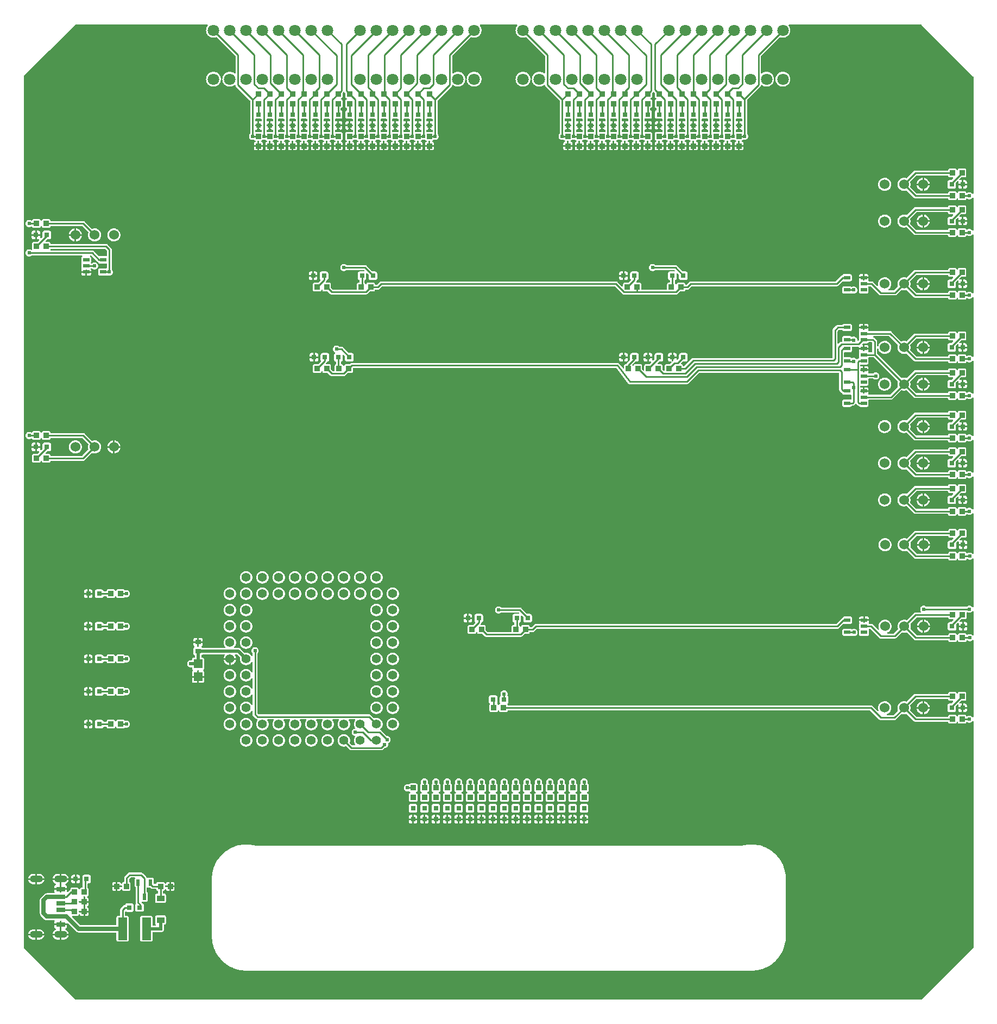
<source format=gtl>
G04 Layer: TopLayer*
G04 EasyEDA v6.5.29, 2023-07-24 16:36:01*
G04 a67172d6d4c449c092c22cdc1d0531fc,5a6b42c53f6a479593ecc07194224c93,10*
G04 Gerber Generator version 0.2*
G04 Scale: 100 percent, Rotated: No, Reflected: No *
G04 Dimensions in millimeters *
G04 leading zeros omitted , absolute positions ,4 integer and 5 decimal *
%FSLAX45Y45*%
%MOMM*%

%AMMACRO1*21,1,$1,$2,0,0,$3*%
%ADD10C,0.2540*%
%ADD11C,0.5000*%
%ADD12C,0.6350*%
%ADD13R,1.0000X0.6000*%
%ADD14MACRO1,0.864X0.8065X90.0000*%
%ADD15R,0.8000X0.8000*%
%ADD16R,1.4000X0.8000*%
%ADD17R,0.5320X1.0375*%
%ADD18R,1.1500X0.9500*%
%ADD19MACRO1,3.4992X1.4067X90.0000*%
%ADD20MACRO1,0.864X0.8065X-90.0000*%
%ADD21MACRO1,1.35X1.41X0.0000*%
%ADD22R,1.3500X1.4100*%
%ADD23MACRO1,0.864X0.8065X0.0000*%
%ADD24R,0.8640X0.8065*%
%ADD25R,0.9000X0.8000*%
%ADD26O,1.9999959999999999X1.0999978000000001*%
%ADD27C,1.8000*%
%ADD28C,1.4224*%
%ADD29C,1.5240*%
%ADD30C,0.6096*%
%ADD31C,0.0141*%

%LPD*%
G36*
X7008266Y9222841D02*
G01*
X7004405Y9223603D01*
X7001103Y9225788D01*
X6998919Y9229090D01*
X6998106Y9233001D01*
X6998106Y9250324D01*
X6998919Y9254185D01*
X7001103Y9257487D01*
X7004405Y9259722D01*
X7008266Y9260484D01*
X7035749Y9260484D01*
X7035749Y9313672D01*
X7008266Y9313672D01*
X7004405Y9314434D01*
X7001103Y9316669D01*
X6998919Y9319920D01*
X6998106Y9323832D01*
X6998106Y9328912D01*
X6998919Y9332823D01*
X7001103Y9336074D01*
X7004405Y9338310D01*
X7008266Y9339072D01*
X7035749Y9339072D01*
X7035749Y9392259D01*
X7008266Y9392259D01*
X7004405Y9393021D01*
X7001103Y9395256D01*
X6998919Y9398558D01*
X6998106Y9402419D01*
X6998106Y9420504D01*
X6998970Y9424517D01*
X7001306Y9427870D01*
X7004812Y9430054D01*
X7008875Y9430664D01*
X7088530Y9430664D01*
X7092442Y9429902D01*
X7095744Y9427667D01*
X7097928Y9424365D01*
X7098690Y9420504D01*
X7098690Y9402419D01*
X7097928Y9398558D01*
X7095744Y9395256D01*
X7092442Y9393021D01*
X7088530Y9392259D01*
X7061149Y9392259D01*
X7061149Y9339072D01*
X7088530Y9339072D01*
X7092442Y9338310D01*
X7095744Y9336074D01*
X7097928Y9332823D01*
X7098690Y9328912D01*
X7098690Y9323832D01*
X7097928Y9319920D01*
X7095744Y9316669D01*
X7092442Y9314434D01*
X7088530Y9313672D01*
X7061149Y9313672D01*
X7061149Y9260484D01*
X7088530Y9260484D01*
X7092442Y9259722D01*
X7095744Y9257487D01*
X7097928Y9254185D01*
X7098690Y9250324D01*
X7098690Y9233001D01*
X7097928Y9229090D01*
X7095744Y9225788D01*
X7092442Y9223603D01*
X7088530Y9222841D01*
G37*

%LPD*%
G36*
X5230368Y9222841D02*
G01*
X5226456Y9223603D01*
X5223154Y9225788D01*
X5220970Y9229140D01*
X5220208Y9233001D01*
X5220258Y9250324D01*
X5221020Y9254236D01*
X5223256Y9257487D01*
X5226558Y9259671D01*
X5230418Y9260484D01*
X5257698Y9260484D01*
X5257698Y9313672D01*
X5230368Y9313672D01*
X5226456Y9314434D01*
X5223154Y9316669D01*
X5220970Y9319920D01*
X5220208Y9323832D01*
X5220208Y9328912D01*
X5220970Y9332823D01*
X5223154Y9336074D01*
X5226456Y9338310D01*
X5230368Y9339072D01*
X5257698Y9339072D01*
X5257698Y9392259D01*
X5230368Y9392259D01*
X5226456Y9393072D01*
X5223154Y9395256D01*
X5220970Y9398558D01*
X5220208Y9402470D01*
X5220258Y9420504D01*
X5221020Y9424416D01*
X5223256Y9427667D01*
X5226558Y9429851D01*
X5230418Y9430664D01*
X5309920Y9430664D01*
X5314035Y9430105D01*
X5317591Y9427921D01*
X5319979Y9424568D01*
X5320792Y9420504D01*
X5320792Y9402419D01*
X5320030Y9398508D01*
X5317794Y9395206D01*
X5314543Y9393021D01*
X5310632Y9392259D01*
X5283098Y9392259D01*
X5283098Y9339072D01*
X5310632Y9339072D01*
X5314543Y9338310D01*
X5317845Y9336074D01*
X5320030Y9332823D01*
X5320792Y9328912D01*
X5320792Y9323832D01*
X5320030Y9319920D01*
X5317845Y9316669D01*
X5314543Y9314434D01*
X5310632Y9313672D01*
X5283098Y9313672D01*
X5283098Y9260484D01*
X5310632Y9260484D01*
X5314543Y9259722D01*
X5317794Y9257538D01*
X5320030Y9254236D01*
X5320792Y9250324D01*
X5320792Y9233001D01*
X5320030Y9229090D01*
X5317845Y9225788D01*
X5314543Y9223603D01*
X5310632Y9222841D01*
G37*

%LPD*%
G36*
X7186066Y9222841D02*
G01*
X7182205Y9223603D01*
X7178903Y9225788D01*
X7176719Y9229090D01*
X7175906Y9233001D01*
X7175906Y9250324D01*
X7176719Y9254185D01*
X7178903Y9257487D01*
X7182205Y9259722D01*
X7186066Y9260484D01*
X7213549Y9260484D01*
X7213549Y9313672D01*
X7186066Y9313672D01*
X7182205Y9314434D01*
X7178903Y9316669D01*
X7176719Y9319920D01*
X7175906Y9323832D01*
X7175906Y9328912D01*
X7176719Y9332823D01*
X7178903Y9336074D01*
X7182205Y9338310D01*
X7186066Y9339072D01*
X7213549Y9339072D01*
X7213549Y9392259D01*
X7186066Y9392259D01*
X7182205Y9393021D01*
X7178903Y9395256D01*
X7176719Y9398558D01*
X7175906Y9402419D01*
X7175906Y9420504D01*
X7176770Y9424517D01*
X7179106Y9427870D01*
X7182612Y9430054D01*
X7186675Y9430664D01*
X7266330Y9430664D01*
X7270242Y9429902D01*
X7273544Y9427667D01*
X7275728Y9424365D01*
X7276490Y9420504D01*
X7276490Y9402419D01*
X7275728Y9398558D01*
X7273544Y9395256D01*
X7270242Y9393021D01*
X7266330Y9392259D01*
X7238949Y9392259D01*
X7238949Y9339072D01*
X7266330Y9339072D01*
X7270242Y9338310D01*
X7273544Y9336074D01*
X7275728Y9332823D01*
X7276490Y9328912D01*
X7276490Y9323832D01*
X7275728Y9319920D01*
X7273544Y9316669D01*
X7270242Y9314434D01*
X7266330Y9313672D01*
X7238949Y9313672D01*
X7238949Y9260484D01*
X7266330Y9260484D01*
X7270242Y9259722D01*
X7273544Y9257487D01*
X7275728Y9254185D01*
X7276490Y9250324D01*
X7276490Y9233001D01*
X7275728Y9229090D01*
X7273544Y9225788D01*
X7270242Y9223603D01*
X7266330Y9222841D01*
G37*

%LPD*%
G36*
X7897266Y9222841D02*
G01*
X7893405Y9223603D01*
X7890103Y9225788D01*
X7887919Y9229090D01*
X7887106Y9233001D01*
X7887106Y9250324D01*
X7887919Y9254185D01*
X7890103Y9257487D01*
X7893405Y9259722D01*
X7897266Y9260484D01*
X7924749Y9260484D01*
X7924749Y9313672D01*
X7897266Y9313672D01*
X7893405Y9314434D01*
X7890103Y9316669D01*
X7887919Y9319920D01*
X7887106Y9323832D01*
X7887106Y9328912D01*
X7887919Y9332823D01*
X7890103Y9336074D01*
X7893405Y9338310D01*
X7897266Y9339072D01*
X7924749Y9339072D01*
X7924749Y9392259D01*
X7897266Y9392259D01*
X7893405Y9393021D01*
X7890103Y9395256D01*
X7887919Y9398558D01*
X7887106Y9402419D01*
X7887106Y9420504D01*
X7887970Y9424517D01*
X7890306Y9427870D01*
X7893812Y9430054D01*
X7897875Y9430664D01*
X7977530Y9430664D01*
X7981442Y9429902D01*
X7984744Y9427667D01*
X7986928Y9424365D01*
X7987690Y9420504D01*
X7987690Y9402419D01*
X7986928Y9398558D01*
X7984744Y9395256D01*
X7981442Y9393021D01*
X7977530Y9392259D01*
X7950149Y9392259D01*
X7950149Y9339072D01*
X7977530Y9339072D01*
X7981442Y9338310D01*
X7984744Y9336074D01*
X7986928Y9332823D01*
X7987690Y9328912D01*
X7987690Y9323832D01*
X7986928Y9319920D01*
X7984744Y9316669D01*
X7981442Y9314434D01*
X7977530Y9313672D01*
X7950149Y9313672D01*
X7950149Y9260484D01*
X7977530Y9260484D01*
X7981442Y9259722D01*
X7984744Y9257487D01*
X7986928Y9254185D01*
X7987690Y9250324D01*
X7987690Y9233001D01*
X7986928Y9229090D01*
X7984744Y9225788D01*
X7981442Y9223603D01*
X7977530Y9222841D01*
G37*

%LPD*%
G36*
X5585968Y9222841D02*
G01*
X5582107Y9223603D01*
X5578805Y9225788D01*
X5576570Y9229090D01*
X5575808Y9233001D01*
X5575858Y9250324D01*
X5576671Y9254236D01*
X5578856Y9257487D01*
X5582158Y9259671D01*
X5586018Y9260484D01*
X5613349Y9260484D01*
X5613349Y9313672D01*
X5585968Y9313672D01*
X5582107Y9314434D01*
X5578805Y9316669D01*
X5576620Y9319920D01*
X5575808Y9323832D01*
X5575808Y9328912D01*
X5576620Y9332823D01*
X5578805Y9336074D01*
X5582107Y9338310D01*
X5585968Y9339072D01*
X5613349Y9339072D01*
X5613349Y9392259D01*
X5585968Y9392259D01*
X5582107Y9393072D01*
X5578805Y9395256D01*
X5576570Y9398558D01*
X5575808Y9402470D01*
X5575858Y9420504D01*
X5576671Y9424416D01*
X5578856Y9427667D01*
X5582158Y9429851D01*
X5586018Y9430664D01*
X5665571Y9430664D01*
X5669635Y9430054D01*
X5673191Y9427921D01*
X5675579Y9424568D01*
X5676392Y9420504D01*
X5676392Y9402419D01*
X5675630Y9398508D01*
X5673394Y9395206D01*
X5670143Y9393021D01*
X5666232Y9392259D01*
X5638749Y9392259D01*
X5638749Y9339072D01*
X5666232Y9339072D01*
X5670143Y9338310D01*
X5673445Y9336074D01*
X5675630Y9332823D01*
X5676392Y9328912D01*
X5676392Y9323832D01*
X5675630Y9319920D01*
X5673445Y9316669D01*
X5670143Y9314434D01*
X5666232Y9313672D01*
X5638749Y9313672D01*
X5638749Y9260484D01*
X5666232Y9260484D01*
X5670143Y9259722D01*
X5673394Y9257538D01*
X5675630Y9254236D01*
X5676392Y9250324D01*
X5676392Y9233001D01*
X5675630Y9229090D01*
X5673445Y9225788D01*
X5670143Y9223603D01*
X5666232Y9222841D01*
G37*

%LPD*%
G36*
X7719466Y9222841D02*
G01*
X7715605Y9223603D01*
X7712303Y9225788D01*
X7710119Y9229090D01*
X7709306Y9233001D01*
X7709306Y9250324D01*
X7710119Y9254185D01*
X7712303Y9257487D01*
X7715605Y9259722D01*
X7719466Y9260484D01*
X7746949Y9260484D01*
X7746949Y9313672D01*
X7719466Y9313672D01*
X7715605Y9314434D01*
X7712303Y9316669D01*
X7710119Y9319920D01*
X7709306Y9323832D01*
X7709306Y9328912D01*
X7710119Y9332823D01*
X7712303Y9336074D01*
X7715605Y9338310D01*
X7719466Y9339072D01*
X7746949Y9339072D01*
X7746949Y9392259D01*
X7719466Y9392259D01*
X7715605Y9393021D01*
X7712303Y9395256D01*
X7710119Y9398558D01*
X7709306Y9402419D01*
X7709306Y9420504D01*
X7710170Y9424517D01*
X7712506Y9427870D01*
X7716012Y9430054D01*
X7720075Y9430664D01*
X7799730Y9430664D01*
X7803642Y9429902D01*
X7806944Y9427667D01*
X7809128Y9424365D01*
X7809890Y9420504D01*
X7809890Y9402419D01*
X7809128Y9398558D01*
X7806944Y9395256D01*
X7803642Y9393021D01*
X7799730Y9392259D01*
X7772349Y9392259D01*
X7772349Y9339072D01*
X7799730Y9339072D01*
X7803642Y9338310D01*
X7806944Y9336074D01*
X7809128Y9332823D01*
X7809890Y9328912D01*
X7809890Y9323832D01*
X7809128Y9319920D01*
X7806944Y9316669D01*
X7803642Y9314434D01*
X7799730Y9313672D01*
X7772349Y9313672D01*
X7772349Y9260484D01*
X7799730Y9260484D01*
X7803642Y9259722D01*
X7806944Y9257487D01*
X7809128Y9254185D01*
X7809890Y9250324D01*
X7809890Y9233001D01*
X7809128Y9229090D01*
X7806944Y9225788D01*
X7803642Y9223603D01*
X7799730Y9222841D01*
G37*

%LPD*%
G36*
X5763768Y9222841D02*
G01*
X5759856Y9223603D01*
X5756554Y9225788D01*
X5754370Y9229140D01*
X5753608Y9233001D01*
X5753658Y9250324D01*
X5754471Y9254236D01*
X5756656Y9257487D01*
X5759958Y9259671D01*
X5763818Y9260484D01*
X5791149Y9260484D01*
X5791149Y9313672D01*
X5763768Y9313672D01*
X5759907Y9314434D01*
X5756605Y9316669D01*
X5754370Y9319920D01*
X5753608Y9323832D01*
X5753608Y9328912D01*
X5754370Y9332823D01*
X5756605Y9336074D01*
X5759907Y9338310D01*
X5763768Y9339072D01*
X5791149Y9339072D01*
X5791149Y9392259D01*
X5763768Y9392259D01*
X5759856Y9393072D01*
X5756554Y9395256D01*
X5754370Y9398558D01*
X5753608Y9402470D01*
X5753658Y9420504D01*
X5754471Y9424416D01*
X5756656Y9427667D01*
X5759958Y9429851D01*
X5763818Y9430664D01*
X5843371Y9430664D01*
X5847435Y9430054D01*
X5850991Y9427921D01*
X5853379Y9424568D01*
X5854192Y9420504D01*
X5854192Y9402419D01*
X5853430Y9398508D01*
X5851194Y9395206D01*
X5847943Y9393021D01*
X5844032Y9392259D01*
X5816549Y9392259D01*
X5816549Y9339072D01*
X5844032Y9339072D01*
X5847943Y9338310D01*
X5851245Y9336074D01*
X5853430Y9332823D01*
X5854192Y9328912D01*
X5854192Y9323832D01*
X5853430Y9319920D01*
X5851245Y9316669D01*
X5847943Y9314434D01*
X5844032Y9313672D01*
X5816549Y9313672D01*
X5816549Y9260484D01*
X5844032Y9260484D01*
X5847943Y9259722D01*
X5851194Y9257538D01*
X5853430Y9254236D01*
X5854192Y9250324D01*
X5854192Y9233001D01*
X5853430Y9229090D01*
X5851245Y9225788D01*
X5847943Y9223603D01*
X5844032Y9222841D01*
G37*

%LPD*%
G36*
X6830466Y9222841D02*
G01*
X6826605Y9223603D01*
X6823303Y9225788D01*
X6821119Y9229090D01*
X6820306Y9233001D01*
X6820306Y9250324D01*
X6821119Y9254185D01*
X6823303Y9257487D01*
X6826605Y9259722D01*
X6830466Y9260484D01*
X6857949Y9260484D01*
X6857949Y9313672D01*
X6830466Y9313672D01*
X6826605Y9314434D01*
X6823303Y9316669D01*
X6821119Y9319920D01*
X6820306Y9323832D01*
X6820306Y9328912D01*
X6821119Y9332823D01*
X6823303Y9336074D01*
X6826605Y9338310D01*
X6830466Y9339072D01*
X6857949Y9339072D01*
X6857949Y9392259D01*
X6830466Y9392259D01*
X6826605Y9393021D01*
X6823303Y9395256D01*
X6821119Y9398558D01*
X6820306Y9402419D01*
X6820306Y9420504D01*
X6821170Y9424517D01*
X6823506Y9427870D01*
X6827012Y9430054D01*
X6831075Y9430664D01*
X6910730Y9430664D01*
X6914642Y9429902D01*
X6917944Y9427667D01*
X6920128Y9424365D01*
X6920890Y9420504D01*
X6920890Y9402419D01*
X6920128Y9398558D01*
X6917944Y9395256D01*
X6914642Y9393021D01*
X6910730Y9392259D01*
X6883349Y9392259D01*
X6883349Y9339072D01*
X6910730Y9339072D01*
X6914642Y9338310D01*
X6917944Y9336074D01*
X6920128Y9332823D01*
X6920890Y9328912D01*
X6920890Y9323832D01*
X6920128Y9319920D01*
X6917944Y9316669D01*
X6914642Y9314434D01*
X6910730Y9313672D01*
X6883349Y9313672D01*
X6883349Y9260484D01*
X6910730Y9260484D01*
X6914642Y9259722D01*
X6917944Y9257487D01*
X6920128Y9254185D01*
X6920890Y9250324D01*
X6920890Y9233001D01*
X6920128Y9229090D01*
X6917944Y9225788D01*
X6914642Y9223603D01*
X6910730Y9222841D01*
G37*

%LPD*%
G36*
X7363866Y9222841D02*
G01*
X7360005Y9223603D01*
X7356703Y9225788D01*
X7354519Y9229090D01*
X7353706Y9233001D01*
X7353706Y9250324D01*
X7354519Y9254185D01*
X7356703Y9257487D01*
X7360005Y9259722D01*
X7363866Y9260484D01*
X7391349Y9260484D01*
X7391349Y9313672D01*
X7363866Y9313672D01*
X7360005Y9314434D01*
X7356703Y9316669D01*
X7354519Y9319920D01*
X7353706Y9323832D01*
X7353706Y9328912D01*
X7354519Y9332823D01*
X7356703Y9336074D01*
X7360005Y9338310D01*
X7363866Y9339072D01*
X7391349Y9339072D01*
X7391349Y9392259D01*
X7363866Y9392259D01*
X7360005Y9393021D01*
X7356703Y9395256D01*
X7354519Y9398558D01*
X7353706Y9402419D01*
X7353706Y9420504D01*
X7354570Y9424517D01*
X7356906Y9427870D01*
X7360412Y9430054D01*
X7364475Y9430664D01*
X7444130Y9430664D01*
X7448042Y9429902D01*
X7451344Y9427667D01*
X7453528Y9424365D01*
X7454290Y9420504D01*
X7454290Y9402419D01*
X7453528Y9398558D01*
X7451344Y9395256D01*
X7448042Y9393021D01*
X7444130Y9392259D01*
X7416749Y9392259D01*
X7416749Y9339072D01*
X7444130Y9339072D01*
X7448042Y9338310D01*
X7451344Y9336074D01*
X7453528Y9332823D01*
X7454290Y9328912D01*
X7454290Y9323832D01*
X7453528Y9319920D01*
X7451344Y9316669D01*
X7448042Y9314434D01*
X7444130Y9313672D01*
X7416749Y9313672D01*
X7416749Y9260484D01*
X7444130Y9260484D01*
X7448042Y9259722D01*
X7451344Y9257487D01*
X7453528Y9254185D01*
X7454290Y9250324D01*
X7454290Y9233001D01*
X7453528Y9229090D01*
X7451344Y9225788D01*
X7448042Y9223603D01*
X7444130Y9222841D01*
G37*

%LPD*%
G36*
X6119368Y9222841D02*
G01*
X6115456Y9223603D01*
X6112154Y9225788D01*
X6109970Y9229140D01*
X6109208Y9233001D01*
X6109258Y9250324D01*
X6110071Y9254236D01*
X6112256Y9257487D01*
X6115558Y9259671D01*
X6119418Y9260484D01*
X6146749Y9260484D01*
X6146749Y9313672D01*
X6119368Y9313672D01*
X6115507Y9314434D01*
X6112205Y9316669D01*
X6109970Y9319920D01*
X6109208Y9323832D01*
X6109208Y9328912D01*
X6109970Y9332823D01*
X6112205Y9336074D01*
X6115507Y9338310D01*
X6119368Y9339072D01*
X6146749Y9339072D01*
X6146749Y9392259D01*
X6119368Y9392259D01*
X6115456Y9393072D01*
X6112154Y9395256D01*
X6109970Y9398558D01*
X6109208Y9402470D01*
X6109258Y9420504D01*
X6110071Y9424416D01*
X6112256Y9427667D01*
X6115558Y9429851D01*
X6119418Y9430664D01*
X6198971Y9430664D01*
X6203035Y9430054D01*
X6206591Y9427921D01*
X6208979Y9424568D01*
X6209792Y9420504D01*
X6209792Y9402419D01*
X6209030Y9398508D01*
X6206794Y9395206D01*
X6203543Y9393021D01*
X6199632Y9392259D01*
X6172149Y9392259D01*
X6172149Y9339072D01*
X6199632Y9339072D01*
X6203543Y9338310D01*
X6206845Y9336074D01*
X6209030Y9332823D01*
X6209792Y9328912D01*
X6209792Y9323832D01*
X6209030Y9319920D01*
X6206845Y9316669D01*
X6203543Y9314434D01*
X6199632Y9313672D01*
X6172149Y9313672D01*
X6172149Y9260484D01*
X6199632Y9260484D01*
X6203543Y9259722D01*
X6206794Y9257538D01*
X6209030Y9254236D01*
X6209792Y9250324D01*
X6209792Y9233001D01*
X6209030Y9229090D01*
X6206845Y9225788D01*
X6203543Y9223603D01*
X6199632Y9222841D01*
G37*

%LPD*%
G36*
X5408168Y9222841D02*
G01*
X5404256Y9223603D01*
X5400954Y9225788D01*
X5398770Y9229140D01*
X5398008Y9233001D01*
X5398058Y9250324D01*
X5398871Y9254236D01*
X5401056Y9257487D01*
X5404358Y9259671D01*
X5408218Y9260484D01*
X5435549Y9260484D01*
X5435549Y9313672D01*
X5408168Y9313672D01*
X5404307Y9314434D01*
X5401005Y9316669D01*
X5398770Y9319920D01*
X5398008Y9323832D01*
X5398008Y9328912D01*
X5398770Y9332823D01*
X5401005Y9336074D01*
X5404307Y9338310D01*
X5408168Y9339072D01*
X5435549Y9339072D01*
X5435549Y9392259D01*
X5408168Y9392259D01*
X5404256Y9393072D01*
X5400954Y9395256D01*
X5398770Y9398558D01*
X5398008Y9402470D01*
X5398058Y9420504D01*
X5398871Y9424416D01*
X5401056Y9427667D01*
X5404358Y9429851D01*
X5408218Y9430664D01*
X5487771Y9430664D01*
X5491835Y9430105D01*
X5495391Y9427921D01*
X5497779Y9424568D01*
X5498592Y9420504D01*
X5498592Y9402419D01*
X5497830Y9398508D01*
X5495645Y9395206D01*
X5492343Y9393021D01*
X5488432Y9392259D01*
X5460949Y9392259D01*
X5460949Y9339072D01*
X5488432Y9339072D01*
X5492343Y9338310D01*
X5495645Y9336074D01*
X5497830Y9332823D01*
X5498592Y9328912D01*
X5498592Y9323832D01*
X5497830Y9319920D01*
X5495645Y9316669D01*
X5492343Y9314434D01*
X5488432Y9313672D01*
X5460949Y9313672D01*
X5460949Y9260484D01*
X5488432Y9260484D01*
X5492343Y9259722D01*
X5495645Y9257538D01*
X5497830Y9254236D01*
X5498592Y9250324D01*
X5498592Y9233001D01*
X5497830Y9229090D01*
X5495645Y9225788D01*
X5492343Y9223603D01*
X5488432Y9222841D01*
G37*

%LPD*%
G36*
X5941568Y9222841D02*
G01*
X5937656Y9223603D01*
X5934354Y9225788D01*
X5932170Y9229140D01*
X5931408Y9233001D01*
X5931458Y9250324D01*
X5932271Y9254236D01*
X5934456Y9257487D01*
X5937758Y9259671D01*
X5941618Y9260484D01*
X5968949Y9260484D01*
X5968949Y9313672D01*
X5941568Y9313672D01*
X5937707Y9314434D01*
X5934405Y9316669D01*
X5932170Y9319920D01*
X5931408Y9323832D01*
X5931408Y9328912D01*
X5932170Y9332823D01*
X5934405Y9336074D01*
X5937707Y9338310D01*
X5941568Y9339072D01*
X5968949Y9339072D01*
X5968949Y9392259D01*
X5941568Y9392259D01*
X5937656Y9393072D01*
X5934354Y9395256D01*
X5932170Y9398558D01*
X5931408Y9402470D01*
X5931458Y9420504D01*
X5932271Y9424416D01*
X5934456Y9427667D01*
X5937758Y9429851D01*
X5941618Y9430664D01*
X6021171Y9430664D01*
X6025235Y9430054D01*
X6028791Y9427921D01*
X6031179Y9424568D01*
X6031992Y9420504D01*
X6031992Y9402419D01*
X6031230Y9398508D01*
X6028994Y9395206D01*
X6025743Y9393021D01*
X6021832Y9392259D01*
X5994349Y9392259D01*
X5994349Y9339072D01*
X6021832Y9339072D01*
X6025743Y9338310D01*
X6029045Y9336074D01*
X6031230Y9332823D01*
X6031992Y9328912D01*
X6031992Y9323832D01*
X6031230Y9319920D01*
X6029045Y9316669D01*
X6025743Y9314434D01*
X6021832Y9313672D01*
X5994349Y9313672D01*
X5994349Y9260484D01*
X6021832Y9260484D01*
X6025743Y9259722D01*
X6028994Y9257538D01*
X6031230Y9254236D01*
X6031992Y9250324D01*
X6031992Y9233001D01*
X6031230Y9229090D01*
X6029045Y9225788D01*
X6025743Y9223603D01*
X6021832Y9222841D01*
G37*

%LPD*%
G36*
X7541666Y9222841D02*
G01*
X7537805Y9223603D01*
X7534503Y9225788D01*
X7532319Y9229090D01*
X7531506Y9233001D01*
X7531506Y9250324D01*
X7532319Y9254185D01*
X7534503Y9257487D01*
X7537805Y9259722D01*
X7541666Y9260484D01*
X7569149Y9260484D01*
X7569149Y9313672D01*
X7541666Y9313672D01*
X7537805Y9314434D01*
X7534503Y9316669D01*
X7532319Y9319920D01*
X7531506Y9323832D01*
X7531506Y9328912D01*
X7532319Y9332823D01*
X7534503Y9336074D01*
X7537805Y9338310D01*
X7541666Y9339072D01*
X7569149Y9339072D01*
X7569149Y9392259D01*
X7541666Y9392259D01*
X7537805Y9393021D01*
X7534503Y9395256D01*
X7532319Y9398558D01*
X7531506Y9402419D01*
X7531506Y9420504D01*
X7532370Y9424517D01*
X7534706Y9427870D01*
X7538212Y9430054D01*
X7542275Y9430664D01*
X7621930Y9430664D01*
X7625842Y9429902D01*
X7629144Y9427667D01*
X7631328Y9424365D01*
X7632090Y9420504D01*
X7632090Y9402419D01*
X7631328Y9398558D01*
X7629144Y9395256D01*
X7625842Y9393021D01*
X7621930Y9392259D01*
X7594549Y9392259D01*
X7594549Y9339072D01*
X7621930Y9339072D01*
X7625842Y9338310D01*
X7629144Y9336074D01*
X7631328Y9332823D01*
X7632090Y9328912D01*
X7632090Y9323832D01*
X7631328Y9319920D01*
X7629144Y9316669D01*
X7625842Y9314434D01*
X7621930Y9313672D01*
X7594549Y9313672D01*
X7594549Y9260484D01*
X7621930Y9260484D01*
X7625842Y9259722D01*
X7629144Y9257487D01*
X7631328Y9254185D01*
X7632090Y9250324D01*
X7632090Y9233001D01*
X7631328Y9229090D01*
X7629144Y9225788D01*
X7625842Y9223603D01*
X7621930Y9222841D01*
G37*

%LPD*%
G36*
X6297168Y9222841D02*
G01*
X6293256Y9223603D01*
X6289954Y9225788D01*
X6287770Y9229140D01*
X6287008Y9233001D01*
X6287058Y9250324D01*
X6287871Y9254236D01*
X6290056Y9257487D01*
X6293358Y9259671D01*
X6297218Y9260484D01*
X6324549Y9260484D01*
X6324549Y9313672D01*
X6297168Y9313672D01*
X6293307Y9314434D01*
X6290005Y9316669D01*
X6287770Y9319920D01*
X6287008Y9323832D01*
X6287008Y9328912D01*
X6287770Y9332823D01*
X6290005Y9336074D01*
X6293307Y9338310D01*
X6297168Y9339072D01*
X6324549Y9339072D01*
X6324549Y9392259D01*
X6297168Y9392259D01*
X6293256Y9393072D01*
X6289954Y9395256D01*
X6287770Y9398558D01*
X6287008Y9402470D01*
X6287058Y9420504D01*
X6287871Y9424416D01*
X6290056Y9427667D01*
X6293358Y9429851D01*
X6297218Y9430664D01*
X6376771Y9430664D01*
X6380835Y9430054D01*
X6384391Y9427921D01*
X6386779Y9424568D01*
X6387592Y9420504D01*
X6387592Y9402419D01*
X6386830Y9398508D01*
X6384594Y9395206D01*
X6381343Y9393021D01*
X6377432Y9392259D01*
X6349949Y9392259D01*
X6349949Y9339072D01*
X6377432Y9339072D01*
X6381343Y9338310D01*
X6384645Y9336074D01*
X6386830Y9332823D01*
X6387592Y9328912D01*
X6387592Y9323832D01*
X6386830Y9319920D01*
X6384645Y9316669D01*
X6381343Y9314434D01*
X6377432Y9313672D01*
X6349949Y9313672D01*
X6349949Y9260484D01*
X6377432Y9260484D01*
X6381343Y9259722D01*
X6384594Y9257538D01*
X6386830Y9254236D01*
X6387592Y9250324D01*
X6387592Y9233001D01*
X6386830Y9229090D01*
X6384645Y9225788D01*
X6381343Y9223603D01*
X6377432Y9222841D01*
G37*

%LPD*%
G36*
X2893568Y9222079D02*
G01*
X2889656Y9222841D01*
X2886405Y9225026D01*
X2884170Y9228328D01*
X2883408Y9232239D01*
X2883408Y9249562D01*
X2884170Y9253423D01*
X2886405Y9256725D01*
X2889707Y9258960D01*
X2893568Y9259722D01*
X2920949Y9259722D01*
X2920949Y9312910D01*
X2893568Y9312910D01*
X2889656Y9313672D01*
X2886405Y9315907D01*
X2884170Y9319158D01*
X2883408Y9323070D01*
X2883408Y9328150D01*
X2884170Y9332061D01*
X2886405Y9335312D01*
X2889656Y9337548D01*
X2893568Y9338310D01*
X2920949Y9338310D01*
X2920949Y9391497D01*
X2893568Y9391497D01*
X2889707Y9392259D01*
X2886405Y9394494D01*
X2884170Y9397796D01*
X2883408Y9401657D01*
X2883408Y9419742D01*
X2884170Y9423603D01*
X2886405Y9426905D01*
X2889656Y9429140D01*
X2893568Y9429902D01*
X2973222Y9429902D01*
X2977286Y9429292D01*
X2980791Y9427159D01*
X2983179Y9423755D01*
X2983992Y9419742D01*
X2983992Y9401657D01*
X2983230Y9397746D01*
X2980994Y9394494D01*
X2977692Y9392259D01*
X2973832Y9391497D01*
X2946349Y9391497D01*
X2946349Y9338310D01*
X2973832Y9338310D01*
X2977743Y9337548D01*
X2980994Y9335312D01*
X2983230Y9332061D01*
X2983992Y9328150D01*
X2983992Y9323070D01*
X2983230Y9319158D01*
X2980994Y9315907D01*
X2977743Y9313672D01*
X2973832Y9312910D01*
X2946349Y9312910D01*
X2946349Y9259722D01*
X2973832Y9259722D01*
X2977692Y9258960D01*
X2980994Y9256725D01*
X2983230Y9253474D01*
X2983992Y9249562D01*
X2983992Y9232239D01*
X2983230Y9228328D01*
X2980994Y9225026D01*
X2977743Y9222841D01*
X2973832Y9222079D01*
G37*

%LPD*%
G36*
X1293368Y9222079D02*
G01*
X1289456Y9222841D01*
X1286205Y9225026D01*
X1283970Y9228328D01*
X1283208Y9232239D01*
X1283208Y9249562D01*
X1283970Y9253423D01*
X1286205Y9256725D01*
X1289507Y9258960D01*
X1293368Y9259722D01*
X1320749Y9259722D01*
X1320749Y9312910D01*
X1293368Y9312910D01*
X1289456Y9313672D01*
X1286205Y9315907D01*
X1283970Y9319158D01*
X1283208Y9323070D01*
X1283208Y9328150D01*
X1283970Y9332061D01*
X1286205Y9335312D01*
X1289456Y9337548D01*
X1293368Y9338310D01*
X1320749Y9338310D01*
X1320749Y9391497D01*
X1293368Y9391497D01*
X1289507Y9392259D01*
X1286205Y9394494D01*
X1283970Y9397796D01*
X1283208Y9401657D01*
X1283208Y9419742D01*
X1283970Y9423603D01*
X1286205Y9426905D01*
X1289456Y9429140D01*
X1293368Y9429902D01*
X1373022Y9429902D01*
X1377086Y9429292D01*
X1380591Y9427159D01*
X1382979Y9423755D01*
X1383792Y9419742D01*
X1383792Y9401657D01*
X1383030Y9397746D01*
X1380794Y9394494D01*
X1377492Y9392259D01*
X1373632Y9391497D01*
X1346149Y9391497D01*
X1346149Y9338310D01*
X1373632Y9338310D01*
X1377543Y9337548D01*
X1380794Y9335312D01*
X1383030Y9332061D01*
X1383792Y9328150D01*
X1383792Y9323070D01*
X1383030Y9319158D01*
X1380794Y9315907D01*
X1377543Y9313672D01*
X1373632Y9312910D01*
X1346149Y9312910D01*
X1346149Y9259722D01*
X1373632Y9259722D01*
X1377492Y9258960D01*
X1380794Y9256725D01*
X1383030Y9253474D01*
X1383792Y9249562D01*
X1383792Y9232239D01*
X1383030Y9228328D01*
X1380794Y9225026D01*
X1377543Y9222841D01*
X1373632Y9222079D01*
G37*

%LPD*%
G36*
X2715768Y9222079D02*
G01*
X2711856Y9222841D01*
X2708605Y9225026D01*
X2706370Y9228328D01*
X2705608Y9232239D01*
X2705608Y9249562D01*
X2706370Y9253423D01*
X2708605Y9256725D01*
X2711907Y9258960D01*
X2715768Y9259722D01*
X2743149Y9259722D01*
X2743149Y9312910D01*
X2715768Y9312910D01*
X2711856Y9313672D01*
X2708605Y9315907D01*
X2706370Y9319158D01*
X2705608Y9323070D01*
X2705608Y9328150D01*
X2706370Y9332061D01*
X2708605Y9335312D01*
X2711856Y9337548D01*
X2715768Y9338310D01*
X2743149Y9338310D01*
X2743149Y9391497D01*
X2715768Y9391497D01*
X2711907Y9392259D01*
X2708605Y9394494D01*
X2706370Y9397796D01*
X2705608Y9401657D01*
X2705608Y9419742D01*
X2706370Y9423603D01*
X2708605Y9426905D01*
X2711856Y9429140D01*
X2715768Y9429902D01*
X2795422Y9429902D01*
X2799486Y9429292D01*
X2802991Y9427159D01*
X2805379Y9423755D01*
X2806192Y9419742D01*
X2806192Y9401657D01*
X2805430Y9397746D01*
X2803194Y9394494D01*
X2799892Y9392259D01*
X2796032Y9391497D01*
X2768549Y9391497D01*
X2768549Y9338310D01*
X2796032Y9338310D01*
X2799943Y9337548D01*
X2803194Y9335312D01*
X2805430Y9332061D01*
X2806192Y9328150D01*
X2806192Y9323070D01*
X2805430Y9319158D01*
X2803194Y9315907D01*
X2799943Y9313672D01*
X2796032Y9312910D01*
X2768549Y9312910D01*
X2768549Y9259722D01*
X2796032Y9259722D01*
X2799892Y9258960D01*
X2803194Y9256725D01*
X2805430Y9253474D01*
X2806192Y9249562D01*
X2806192Y9232239D01*
X2805430Y9228328D01*
X2803194Y9225026D01*
X2799943Y9222841D01*
X2796032Y9222079D01*
G37*

%LPD*%
G36*
X937768Y9222079D02*
G01*
X933856Y9222841D01*
X930605Y9225026D01*
X928369Y9228328D01*
X927608Y9232239D01*
X927608Y9249562D01*
X928369Y9253423D01*
X930605Y9256725D01*
X933907Y9258960D01*
X937768Y9259722D01*
X965149Y9259722D01*
X965149Y9312910D01*
X937768Y9312910D01*
X933856Y9313672D01*
X930605Y9315907D01*
X928369Y9319158D01*
X927608Y9323070D01*
X927608Y9328150D01*
X928369Y9332061D01*
X930605Y9335312D01*
X933856Y9337548D01*
X937768Y9338310D01*
X965149Y9338310D01*
X965149Y9391497D01*
X937768Y9391497D01*
X933907Y9392259D01*
X930605Y9394494D01*
X928369Y9397796D01*
X927608Y9401657D01*
X927608Y9419742D01*
X928369Y9423603D01*
X930605Y9426905D01*
X933856Y9429140D01*
X937768Y9429902D01*
X1017422Y9429902D01*
X1021486Y9429292D01*
X1024991Y9427159D01*
X1027379Y9423755D01*
X1028192Y9419742D01*
X1028192Y9401657D01*
X1027430Y9397746D01*
X1025194Y9394494D01*
X1021892Y9392259D01*
X1018032Y9391497D01*
X990549Y9391497D01*
X990549Y9338310D01*
X1018032Y9338310D01*
X1021943Y9337548D01*
X1025194Y9335312D01*
X1027430Y9332061D01*
X1028192Y9328150D01*
X1028192Y9323070D01*
X1027430Y9319158D01*
X1025194Y9315907D01*
X1021943Y9313672D01*
X1018032Y9312910D01*
X990549Y9312910D01*
X990549Y9259722D01*
X1018032Y9259722D01*
X1021892Y9258960D01*
X1025194Y9256725D01*
X1027430Y9253474D01*
X1028192Y9249562D01*
X1028192Y9232239D01*
X1027430Y9228328D01*
X1025194Y9225026D01*
X1021943Y9222841D01*
X1018032Y9222079D01*
G37*

%LPD*%
G36*
X2360168Y9222079D02*
G01*
X2356256Y9222841D01*
X2353005Y9225026D01*
X2350770Y9228328D01*
X2350008Y9232239D01*
X2350008Y9249562D01*
X2350770Y9253423D01*
X2353005Y9256725D01*
X2356307Y9258960D01*
X2360168Y9259722D01*
X2387549Y9259722D01*
X2387549Y9312910D01*
X2360168Y9312910D01*
X2356256Y9313672D01*
X2353005Y9315907D01*
X2350770Y9319158D01*
X2350008Y9323070D01*
X2350008Y9328150D01*
X2350770Y9332061D01*
X2353005Y9335312D01*
X2356256Y9337548D01*
X2360168Y9338310D01*
X2387549Y9338310D01*
X2387549Y9391497D01*
X2360168Y9391497D01*
X2356307Y9392259D01*
X2353005Y9394494D01*
X2350770Y9397796D01*
X2350008Y9401657D01*
X2350008Y9419742D01*
X2350770Y9423603D01*
X2353005Y9426905D01*
X2356256Y9429140D01*
X2360168Y9429902D01*
X2439822Y9429902D01*
X2443886Y9429292D01*
X2447391Y9427159D01*
X2449779Y9423755D01*
X2450592Y9419742D01*
X2450592Y9401657D01*
X2449830Y9397746D01*
X2447594Y9394494D01*
X2444292Y9392259D01*
X2440432Y9391497D01*
X2412949Y9391497D01*
X2412949Y9338310D01*
X2440432Y9338310D01*
X2444343Y9337548D01*
X2447594Y9335312D01*
X2449830Y9332061D01*
X2450592Y9328150D01*
X2450592Y9323070D01*
X2449830Y9319158D01*
X2447594Y9315907D01*
X2444343Y9313672D01*
X2440432Y9312910D01*
X2412949Y9312910D01*
X2412949Y9259722D01*
X2440432Y9259722D01*
X2444292Y9258960D01*
X2447594Y9256725D01*
X2449830Y9253474D01*
X2450592Y9249562D01*
X2450592Y9232239D01*
X2449830Y9228328D01*
X2447594Y9225026D01*
X2444343Y9222841D01*
X2440432Y9222079D01*
G37*

%LPD*%
G36*
X2004568Y9222079D02*
G01*
X2000656Y9222841D01*
X1997405Y9225026D01*
X1995170Y9228328D01*
X1994407Y9232239D01*
X1994407Y9249562D01*
X1995170Y9253423D01*
X1997405Y9256725D01*
X2000707Y9258960D01*
X2004568Y9259722D01*
X2031949Y9259722D01*
X2031949Y9312910D01*
X2004568Y9312910D01*
X2000656Y9313672D01*
X1997405Y9315907D01*
X1995170Y9319158D01*
X1994407Y9323070D01*
X1994407Y9328150D01*
X1995170Y9332061D01*
X1997405Y9335312D01*
X2000656Y9337548D01*
X2004568Y9338310D01*
X2031949Y9338310D01*
X2031949Y9391497D01*
X2004568Y9391497D01*
X2000707Y9392259D01*
X1997405Y9394494D01*
X1995170Y9397796D01*
X1994407Y9401657D01*
X1994407Y9419742D01*
X1995170Y9423603D01*
X1997405Y9426905D01*
X2000656Y9429140D01*
X2004568Y9429902D01*
X2084222Y9429902D01*
X2088286Y9429292D01*
X2091791Y9427159D01*
X2094179Y9423755D01*
X2094992Y9419742D01*
X2094992Y9401657D01*
X2094230Y9397746D01*
X2091994Y9394494D01*
X2088692Y9392259D01*
X2084832Y9391497D01*
X2057349Y9391497D01*
X2057349Y9338310D01*
X2084832Y9338310D01*
X2088743Y9337548D01*
X2091994Y9335312D01*
X2094230Y9332061D01*
X2094992Y9328150D01*
X2094992Y9323070D01*
X2094230Y9319158D01*
X2091994Y9315907D01*
X2088743Y9313672D01*
X2084832Y9312910D01*
X2057349Y9312910D01*
X2057349Y9259722D01*
X2084832Y9259722D01*
X2088692Y9258960D01*
X2091994Y9256725D01*
X2094230Y9253474D01*
X2094992Y9249562D01*
X2094992Y9232239D01*
X2094230Y9228328D01*
X2091994Y9225026D01*
X2088743Y9222841D01*
X2084832Y9222079D01*
G37*

%LPD*%
G36*
X2537968Y9222079D02*
G01*
X2534056Y9222841D01*
X2530805Y9225026D01*
X2528570Y9228328D01*
X2527808Y9232239D01*
X2527808Y9249562D01*
X2528570Y9253423D01*
X2530805Y9256725D01*
X2534107Y9258960D01*
X2537968Y9259722D01*
X2565349Y9259722D01*
X2565349Y9312910D01*
X2537968Y9312910D01*
X2534056Y9313672D01*
X2530805Y9315907D01*
X2528570Y9319158D01*
X2527808Y9323070D01*
X2527808Y9328150D01*
X2528570Y9332061D01*
X2530805Y9335312D01*
X2534056Y9337548D01*
X2537968Y9338310D01*
X2565349Y9338310D01*
X2565349Y9391497D01*
X2537968Y9391497D01*
X2534107Y9392259D01*
X2530805Y9394494D01*
X2528570Y9397796D01*
X2527808Y9401657D01*
X2527808Y9419742D01*
X2528570Y9423603D01*
X2530805Y9426905D01*
X2534056Y9429140D01*
X2537968Y9429902D01*
X2617622Y9429902D01*
X2621686Y9429292D01*
X2625191Y9427159D01*
X2627579Y9423755D01*
X2628392Y9419742D01*
X2628392Y9401657D01*
X2627630Y9397746D01*
X2625394Y9394494D01*
X2622092Y9392259D01*
X2618232Y9391497D01*
X2590749Y9391497D01*
X2590749Y9338310D01*
X2618232Y9338310D01*
X2622143Y9337548D01*
X2625394Y9335312D01*
X2627630Y9332061D01*
X2628392Y9328150D01*
X2628392Y9323070D01*
X2627630Y9319158D01*
X2625394Y9315907D01*
X2622143Y9313672D01*
X2618232Y9312910D01*
X2590749Y9312910D01*
X2590749Y9259722D01*
X2618232Y9259722D01*
X2622092Y9258960D01*
X2625394Y9256725D01*
X2627630Y9253474D01*
X2628392Y9249562D01*
X2628392Y9232239D01*
X2627630Y9228328D01*
X2625394Y9225026D01*
X2622143Y9222841D01*
X2618232Y9222079D01*
G37*

%LPD*%
G36*
X2182368Y9222079D02*
G01*
X2178456Y9222841D01*
X2175205Y9225026D01*
X2172970Y9228328D01*
X2172208Y9232239D01*
X2172208Y9249562D01*
X2172970Y9253423D01*
X2175205Y9256725D01*
X2178507Y9258960D01*
X2182368Y9259722D01*
X2209749Y9259722D01*
X2209749Y9312910D01*
X2182368Y9312910D01*
X2178456Y9313672D01*
X2175205Y9315907D01*
X2172970Y9319158D01*
X2172208Y9323070D01*
X2172208Y9328150D01*
X2172970Y9332061D01*
X2175205Y9335312D01*
X2178456Y9337548D01*
X2182368Y9338310D01*
X2209749Y9338310D01*
X2209749Y9391497D01*
X2182368Y9391497D01*
X2178507Y9392259D01*
X2175205Y9394494D01*
X2172970Y9397796D01*
X2172208Y9401657D01*
X2172208Y9419742D01*
X2172970Y9423603D01*
X2175205Y9426905D01*
X2178456Y9429140D01*
X2182368Y9429902D01*
X2262022Y9429902D01*
X2266086Y9429292D01*
X2269591Y9427159D01*
X2271979Y9423755D01*
X2272792Y9419742D01*
X2272792Y9401657D01*
X2272030Y9397746D01*
X2269794Y9394494D01*
X2266492Y9392259D01*
X2262632Y9391497D01*
X2235149Y9391497D01*
X2235149Y9338310D01*
X2262632Y9338310D01*
X2266543Y9337548D01*
X2269794Y9335312D01*
X2272030Y9332061D01*
X2272792Y9328150D01*
X2272792Y9323070D01*
X2272030Y9319158D01*
X2269794Y9315907D01*
X2266543Y9313672D01*
X2262632Y9312910D01*
X2235149Y9312910D01*
X2235149Y9259722D01*
X2262632Y9259722D01*
X2266492Y9258960D01*
X2269794Y9256725D01*
X2272030Y9253474D01*
X2272792Y9249562D01*
X2272792Y9232239D01*
X2272030Y9228328D01*
X2269794Y9225026D01*
X2266543Y9222841D01*
X2262632Y9222079D01*
G37*

%LPD*%
G36*
X582168Y9222079D02*
G01*
X578256Y9222841D01*
X575005Y9225026D01*
X572770Y9228328D01*
X572008Y9232239D01*
X572008Y9249562D01*
X572770Y9253423D01*
X575005Y9256725D01*
X578307Y9258960D01*
X582168Y9259722D01*
X609549Y9259722D01*
X609549Y9312910D01*
X582168Y9312910D01*
X578256Y9313672D01*
X575005Y9315907D01*
X572770Y9319158D01*
X572008Y9323070D01*
X572008Y9328150D01*
X572770Y9332061D01*
X575005Y9335312D01*
X578256Y9337548D01*
X582168Y9338310D01*
X609549Y9338310D01*
X609549Y9391497D01*
X582168Y9391497D01*
X578307Y9392259D01*
X575005Y9394494D01*
X572770Y9397796D01*
X572008Y9401657D01*
X572008Y9419742D01*
X572770Y9423603D01*
X575005Y9426905D01*
X578256Y9429140D01*
X582168Y9429902D01*
X661822Y9429902D01*
X665886Y9429292D01*
X669391Y9427159D01*
X671779Y9423755D01*
X672592Y9419742D01*
X672592Y9401657D01*
X671830Y9397746D01*
X669594Y9394494D01*
X666292Y9392259D01*
X662432Y9391497D01*
X634949Y9391497D01*
X634949Y9338310D01*
X662432Y9338310D01*
X666343Y9337548D01*
X669594Y9335312D01*
X671830Y9332061D01*
X672592Y9328150D01*
X672592Y9323070D01*
X671830Y9319158D01*
X669594Y9315907D01*
X666343Y9313672D01*
X662432Y9312910D01*
X634949Y9312910D01*
X634949Y9259722D01*
X662432Y9259722D01*
X666292Y9258960D01*
X669594Y9256725D01*
X671830Y9253474D01*
X672592Y9249562D01*
X672592Y9232239D01*
X671830Y9228328D01*
X669594Y9225026D01*
X666343Y9222841D01*
X662432Y9222079D01*
G37*

%LPD*%
G36*
X1471168Y9222079D02*
G01*
X1467256Y9222841D01*
X1464005Y9225026D01*
X1461770Y9228328D01*
X1461008Y9232239D01*
X1461008Y9249562D01*
X1461770Y9253423D01*
X1464005Y9256725D01*
X1467307Y9258960D01*
X1471168Y9259722D01*
X1498549Y9259722D01*
X1498549Y9312910D01*
X1471168Y9312910D01*
X1467256Y9313672D01*
X1464005Y9315907D01*
X1461770Y9319158D01*
X1461008Y9323070D01*
X1461008Y9328150D01*
X1461770Y9332061D01*
X1464005Y9335312D01*
X1467256Y9337548D01*
X1471168Y9338310D01*
X1498549Y9338310D01*
X1498549Y9391497D01*
X1471168Y9391497D01*
X1467307Y9392259D01*
X1464005Y9394494D01*
X1461770Y9397796D01*
X1461008Y9401657D01*
X1461008Y9419742D01*
X1461770Y9423603D01*
X1464005Y9426905D01*
X1467256Y9429140D01*
X1471168Y9429902D01*
X1550822Y9429902D01*
X1554886Y9429292D01*
X1558391Y9427159D01*
X1560779Y9423755D01*
X1561592Y9419742D01*
X1561592Y9401657D01*
X1560830Y9397746D01*
X1558594Y9394494D01*
X1555292Y9392259D01*
X1551432Y9391497D01*
X1523949Y9391497D01*
X1523949Y9338310D01*
X1551432Y9338310D01*
X1555343Y9337548D01*
X1558594Y9335312D01*
X1560830Y9332061D01*
X1561592Y9328150D01*
X1561592Y9323070D01*
X1560830Y9319158D01*
X1558594Y9315907D01*
X1555343Y9313672D01*
X1551432Y9312910D01*
X1523949Y9312910D01*
X1523949Y9259722D01*
X1551432Y9259722D01*
X1555292Y9258960D01*
X1558594Y9256725D01*
X1560830Y9253474D01*
X1561592Y9249562D01*
X1561592Y9232239D01*
X1560830Y9228328D01*
X1558594Y9225026D01*
X1555343Y9222841D01*
X1551432Y9222079D01*
G37*

%LPD*%
G36*
X3071368Y9222079D02*
G01*
X3067456Y9222841D01*
X3064205Y9225026D01*
X3061970Y9228328D01*
X3061208Y9232239D01*
X3061208Y9249562D01*
X3061970Y9253423D01*
X3064205Y9256725D01*
X3067507Y9258960D01*
X3071368Y9259722D01*
X3098749Y9259722D01*
X3098749Y9312910D01*
X3071368Y9312910D01*
X3067456Y9313672D01*
X3064205Y9315907D01*
X3061970Y9319158D01*
X3061208Y9323070D01*
X3061208Y9328150D01*
X3061970Y9332061D01*
X3064205Y9335312D01*
X3067456Y9337548D01*
X3071368Y9338310D01*
X3098749Y9338310D01*
X3098749Y9391497D01*
X3071368Y9391497D01*
X3067507Y9392259D01*
X3064205Y9394494D01*
X3061970Y9397796D01*
X3061208Y9401657D01*
X3061208Y9419742D01*
X3061970Y9423603D01*
X3064205Y9426905D01*
X3067456Y9429140D01*
X3071368Y9429902D01*
X3151022Y9429902D01*
X3155086Y9429292D01*
X3158591Y9427159D01*
X3160979Y9423755D01*
X3161792Y9419742D01*
X3161792Y9401657D01*
X3161030Y9397746D01*
X3158794Y9394494D01*
X3155492Y9392259D01*
X3151632Y9391497D01*
X3124149Y9391497D01*
X3124149Y9338310D01*
X3151632Y9338310D01*
X3155543Y9337548D01*
X3158794Y9335312D01*
X3161030Y9332061D01*
X3161792Y9328150D01*
X3161792Y9323070D01*
X3161030Y9319158D01*
X3158794Y9315907D01*
X3155543Y9313672D01*
X3151632Y9312910D01*
X3124149Y9312910D01*
X3124149Y9259722D01*
X3151632Y9259722D01*
X3155492Y9258960D01*
X3158794Y9256725D01*
X3161030Y9253474D01*
X3161792Y9249562D01*
X3161792Y9232239D01*
X3161030Y9228328D01*
X3158794Y9225026D01*
X3155543Y9222841D01*
X3151632Y9222079D01*
G37*

%LPD*%
G36*
X1115568Y9222079D02*
G01*
X1111656Y9222841D01*
X1108405Y9225026D01*
X1106170Y9228328D01*
X1105408Y9232239D01*
X1105408Y9249562D01*
X1106170Y9253423D01*
X1108405Y9256725D01*
X1111707Y9258960D01*
X1115568Y9259722D01*
X1142949Y9259722D01*
X1142949Y9312910D01*
X1115568Y9312910D01*
X1111656Y9313672D01*
X1108405Y9315907D01*
X1106170Y9319158D01*
X1105408Y9323070D01*
X1105408Y9328150D01*
X1106170Y9332061D01*
X1108405Y9335312D01*
X1111656Y9337548D01*
X1115568Y9338310D01*
X1142949Y9338310D01*
X1142949Y9391497D01*
X1115568Y9391497D01*
X1111707Y9392259D01*
X1108405Y9394494D01*
X1106170Y9397796D01*
X1105408Y9401657D01*
X1105408Y9419742D01*
X1106170Y9423603D01*
X1108405Y9426905D01*
X1111656Y9429140D01*
X1115568Y9429902D01*
X1195222Y9429902D01*
X1199286Y9429292D01*
X1202791Y9427159D01*
X1205179Y9423755D01*
X1205992Y9419742D01*
X1205992Y9401657D01*
X1205230Y9397746D01*
X1202994Y9394494D01*
X1199692Y9392259D01*
X1195832Y9391497D01*
X1168349Y9391497D01*
X1168349Y9338310D01*
X1195832Y9338310D01*
X1199743Y9337548D01*
X1202994Y9335312D01*
X1205230Y9332061D01*
X1205992Y9328150D01*
X1205992Y9323070D01*
X1205230Y9319158D01*
X1202994Y9315907D01*
X1199743Y9313672D01*
X1195832Y9312910D01*
X1168349Y9312910D01*
X1168349Y9259722D01*
X1195832Y9259722D01*
X1199692Y9258960D01*
X1202994Y9256725D01*
X1205230Y9253474D01*
X1205992Y9249562D01*
X1205992Y9232239D01*
X1205230Y9228328D01*
X1202994Y9225026D01*
X1199743Y9222841D01*
X1195832Y9222079D01*
G37*

%LPD*%
G36*
X404368Y9222079D02*
G01*
X400456Y9222841D01*
X397154Y9225026D01*
X394970Y9228378D01*
X394208Y9232239D01*
X394258Y9249562D01*
X395071Y9253474D01*
X397256Y9256725D01*
X400558Y9258909D01*
X404418Y9259722D01*
X431749Y9259722D01*
X431749Y9312910D01*
X404368Y9312910D01*
X400456Y9313672D01*
X397205Y9315907D01*
X394970Y9319158D01*
X394208Y9323070D01*
X394208Y9328150D01*
X394970Y9332061D01*
X397205Y9335312D01*
X400456Y9337548D01*
X404368Y9338310D01*
X431749Y9338310D01*
X431749Y9391497D01*
X404368Y9391497D01*
X400456Y9392310D01*
X397154Y9394494D01*
X394970Y9397796D01*
X394208Y9401708D01*
X394258Y9419742D01*
X395071Y9423654D01*
X397256Y9426905D01*
X400558Y9429089D01*
X404418Y9429902D01*
X483971Y9429902D01*
X488035Y9429292D01*
X491591Y9427159D01*
X493979Y9423806D01*
X494792Y9419742D01*
X494792Y9401657D01*
X494030Y9397746D01*
X491794Y9394494D01*
X488492Y9392259D01*
X484632Y9391497D01*
X457149Y9391497D01*
X457149Y9338310D01*
X484632Y9338310D01*
X488543Y9337548D01*
X491794Y9335312D01*
X494030Y9332061D01*
X494792Y9328150D01*
X494792Y9323070D01*
X494030Y9319158D01*
X491794Y9315907D01*
X488543Y9313672D01*
X484632Y9312910D01*
X457149Y9312910D01*
X457149Y9259722D01*
X484632Y9259722D01*
X488492Y9258960D01*
X491794Y9256725D01*
X494030Y9253474D01*
X494792Y9249562D01*
X494792Y9232239D01*
X494030Y9228328D01*
X491794Y9225026D01*
X488543Y9222841D01*
X484632Y9222079D01*
G37*

%LPD*%
G36*
X759968Y9222079D02*
G01*
X756056Y9222841D01*
X752805Y9225026D01*
X750570Y9228328D01*
X749808Y9232239D01*
X749808Y9249562D01*
X750570Y9253423D01*
X752805Y9256725D01*
X756107Y9258960D01*
X759968Y9259722D01*
X787349Y9259722D01*
X787349Y9312910D01*
X759968Y9312910D01*
X756056Y9313672D01*
X752805Y9315907D01*
X750570Y9319158D01*
X749808Y9323070D01*
X749808Y9328150D01*
X750570Y9332061D01*
X752805Y9335312D01*
X756056Y9337548D01*
X759968Y9338310D01*
X787349Y9338310D01*
X787349Y9391497D01*
X759968Y9391497D01*
X756107Y9392259D01*
X752805Y9394494D01*
X750570Y9397796D01*
X749808Y9401657D01*
X749808Y9419742D01*
X750570Y9423603D01*
X752805Y9426905D01*
X756056Y9429140D01*
X759968Y9429902D01*
X839622Y9429902D01*
X843686Y9429292D01*
X847191Y9427159D01*
X849579Y9423755D01*
X850392Y9419742D01*
X850392Y9401657D01*
X849630Y9397746D01*
X847394Y9394494D01*
X844092Y9392259D01*
X840232Y9391497D01*
X812749Y9391497D01*
X812749Y9338310D01*
X840232Y9338310D01*
X844143Y9337548D01*
X847394Y9335312D01*
X849630Y9332061D01*
X850392Y9328150D01*
X850392Y9323070D01*
X849630Y9319158D01*
X847394Y9315907D01*
X844143Y9313672D01*
X840232Y9312910D01*
X812749Y9312910D01*
X812749Y9259722D01*
X840232Y9259722D01*
X844092Y9258960D01*
X847394Y9256725D01*
X849630Y9253474D01*
X850392Y9249562D01*
X850392Y9232239D01*
X849630Y9228328D01*
X847394Y9225026D01*
X844143Y9222841D01*
X840232Y9222079D01*
G37*

%LPD*%
G36*
X9778441Y5684418D02*
G01*
X9774783Y5685282D01*
X9771735Y5687364D01*
X9764420Y5694680D01*
X9756394Y5700318D01*
X9747504Y5704433D01*
X9738004Y5706973D01*
X9728200Y5707837D01*
X9718446Y5706973D01*
X9708946Y5704433D01*
X9704933Y5702554D01*
X9700920Y5701639D01*
X9696856Y5702350D01*
X9693452Y5704586D01*
X9689693Y5708345D01*
X9684816Y5711393D01*
X9679330Y5713323D01*
X9673031Y5714034D01*
X9586468Y5714034D01*
X9582556Y5714796D01*
X9579305Y5716981D01*
X9577070Y5720283D01*
X9576308Y5724194D01*
X9576308Y5782056D01*
X9577070Y5785916D01*
X9579305Y5789218D01*
X9582556Y5791454D01*
X9586468Y5792216D01*
X9673031Y5792216D01*
X9679381Y5792927D01*
X9684816Y5794806D01*
X9689744Y5797905D01*
X9693808Y5802020D01*
X9696907Y5806897D01*
X9698786Y5812383D01*
X9699498Y5818682D01*
X9699498Y5869432D01*
X9700310Y5873343D01*
X9702495Y5876594D01*
X9705797Y5878830D01*
X9709658Y5879592D01*
X9797542Y5879592D01*
X9801453Y5878830D01*
X9804704Y5876594D01*
X9806940Y5873343D01*
X9807702Y5869432D01*
X9807702Y5860796D01*
X9870897Y5860796D01*
X9870897Y5904026D01*
X9865461Y5904788D01*
X9862159Y5906973D01*
X9859924Y5910275D01*
X9859162Y5914186D01*
X9859924Y5918047D01*
X9862159Y5921349D01*
X9870236Y5929426D01*
X9873538Y5931611D01*
X9877399Y5932373D01*
X9933025Y5932373D01*
X9939375Y5933084D01*
X9944811Y5935014D01*
X9949688Y5938113D01*
X9953802Y5942177D01*
X9955530Y5944920D01*
X9957816Y5947460D01*
X9960762Y5949137D01*
X9964115Y5949696D01*
X10004806Y5949696D01*
X10008717Y5948934D01*
X10011968Y5946698D01*
X10014204Y5943447D01*
X10014966Y5939536D01*
X10014966Y5801868D01*
X10014204Y5798007D01*
X10011968Y5794705D01*
X10008717Y5792470D01*
X10004806Y5791708D01*
X9965740Y5791708D01*
X9961930Y5792470D01*
X9958679Y5794552D01*
X9956444Y5797753D01*
X9955580Y5801563D01*
X9956190Y5805373D01*
X9958832Y5812434D01*
X9959543Y5818682D01*
X9959543Y5835396D01*
X9896297Y5835396D01*
X9896297Y5819190D01*
X9895535Y5815279D01*
X9893350Y5811977D01*
X9890048Y5809792D01*
X9886137Y5809030D01*
X9881057Y5809030D01*
X9877196Y5809792D01*
X9873894Y5811977D01*
X9871659Y5815279D01*
X9870897Y5819190D01*
X9870897Y5835396D01*
X9807702Y5835396D01*
X9807702Y5818682D01*
X9808413Y5812332D01*
X9810343Y5806897D01*
X9812274Y5802477D01*
X9812274Y5798718D01*
X9810343Y5794298D01*
X9808413Y5788863D01*
X9807702Y5782513D01*
X9807702Y5723686D01*
X9808413Y5717336D01*
X9811359Y5708396D01*
X9811562Y5704586D01*
X9810343Y5700928D01*
X9807854Y5697982D01*
X9804450Y5696204D01*
X9796272Y5693714D01*
X9789566Y5690158D01*
X9785350Y5686704D01*
X9782098Y5684926D01*
G37*

%LPC*%
G36*
X9896297Y5860796D02*
G01*
X9959543Y5860796D01*
X9959543Y5877509D01*
X9958781Y5883859D01*
X9956901Y5889294D01*
X9953802Y5894222D01*
X9949738Y5898286D01*
X9944811Y5901385D01*
X9939375Y5903315D01*
X9933025Y5904026D01*
X9896297Y5904026D01*
G37*

%LPD*%
G36*
X11583263Y5148122D02*
G01*
X11579199Y5149494D01*
X11576100Y5152390D01*
X11574780Y5154320D01*
X11567820Y5161280D01*
X11559794Y5166918D01*
X11550853Y5171033D01*
X11541404Y5173573D01*
X11531600Y5174437D01*
X11521795Y5173573D01*
X11512346Y5171033D01*
X11503406Y5166918D01*
X11497208Y5162550D01*
X11493804Y5160975D01*
X11490096Y5160772D01*
X11486540Y5161940D01*
X11483644Y5164277D01*
X11481765Y5167528D01*
X11480038Y5172506D01*
X11476939Y5177434D01*
X11472875Y5181498D01*
X11467947Y5184597D01*
X11462512Y5186476D01*
X11456162Y5187188D01*
X11376660Y5187188D01*
X11370360Y5186476D01*
X11364874Y5184597D01*
X11359997Y5181498D01*
X11355882Y5177434D01*
X11352834Y5172506D01*
X11350701Y5166461D01*
X11348567Y5162905D01*
X11345164Y5160467D01*
X11341100Y5159654D01*
X11337036Y5160467D01*
X11333632Y5162905D01*
X11331498Y5166461D01*
X11329365Y5172506D01*
X11326317Y5177434D01*
X11322202Y5181498D01*
X11317325Y5184597D01*
X11311839Y5186476D01*
X11305540Y5187188D01*
X11226038Y5187188D01*
X11219688Y5186476D01*
X11214252Y5184597D01*
X11209324Y5181498D01*
X11205260Y5177434D01*
X11202162Y5172506D01*
X11200231Y5167071D01*
X11199063Y5162194D01*
X11196777Y5159298D01*
X11193627Y5157368D01*
X11190020Y5156708D01*
X10708792Y5156708D01*
X10704931Y5157470D01*
X10701629Y5159705D01*
X10609376Y5251907D01*
X10607243Y5255006D01*
X10606430Y5258714D01*
X10606989Y5262422D01*
X10609224Y5268925D01*
X10611916Y5282285D01*
X10612831Y5295900D01*
X10611916Y5309463D01*
X10609224Y5322824D01*
X10606938Y5329377D01*
X10606379Y5333085D01*
X10607243Y5336743D01*
X10609376Y5339892D01*
X10701629Y5432094D01*
X10704931Y5434330D01*
X10708792Y5435092D01*
X11190020Y5435092D01*
X11193627Y5434431D01*
X11196777Y5432501D01*
X11199063Y5429605D01*
X11200231Y5424728D01*
X11202162Y5419293D01*
X11205260Y5414365D01*
X11209324Y5410301D01*
X11214252Y5407202D01*
X11219688Y5405323D01*
X11226038Y5404612D01*
X11268202Y5404612D01*
X11272062Y5403799D01*
X11275364Y5401614D01*
X11277549Y5398312D01*
X11278362Y5394452D01*
X11277549Y5390540D01*
X11275364Y5387238D01*
X11252911Y5364784D01*
X11249609Y5362600D01*
X11245697Y5361787D01*
X11216589Y5361787D01*
X11210239Y5361076D01*
X11204803Y5359196D01*
X11199876Y5356098D01*
X11195812Y5352034D01*
X11192713Y5347106D01*
X11190833Y5341670D01*
X11190122Y5335320D01*
X11190122Y5256479D01*
X11190833Y5250129D01*
X11192713Y5244693D01*
X11195812Y5239766D01*
X11199876Y5235702D01*
X11204803Y5232603D01*
X11210239Y5230723D01*
X11216589Y5230012D01*
X11295430Y5230012D01*
X11301780Y5230723D01*
X11307216Y5232603D01*
X11312144Y5235702D01*
X11316208Y5239766D01*
X11319306Y5244693D01*
X11321186Y5250129D01*
X11321897Y5256479D01*
X11321897Y5320385D01*
X11322710Y5324297D01*
X11324894Y5327599D01*
X11343284Y5345938D01*
X11346738Y5348224D01*
X11350802Y5348935D01*
X11354866Y5347919D01*
X11358168Y5345379D01*
X11360150Y5341772D01*
X11360556Y5337606D01*
X11360302Y5335320D01*
X11360302Y5308600D01*
X11413490Y5308600D01*
X11413490Y5361787D01*
X11386769Y5361787D01*
X11384483Y5361533D01*
X11380317Y5361940D01*
X11376710Y5363921D01*
X11374170Y5367223D01*
X11373154Y5371287D01*
X11373866Y5375351D01*
X11376152Y5378805D01*
X11398910Y5401614D01*
X11402212Y5403799D01*
X11406124Y5404612D01*
X11456162Y5404612D01*
X11462512Y5405323D01*
X11467947Y5407202D01*
X11472875Y5410301D01*
X11476939Y5414365D01*
X11480038Y5419293D01*
X11481968Y5424728D01*
X11482679Y5431078D01*
X11482679Y5516321D01*
X11481968Y5522671D01*
X11480038Y5528106D01*
X11476939Y5533034D01*
X11472875Y5537098D01*
X11467947Y5540197D01*
X11462512Y5542076D01*
X11456162Y5542788D01*
X11376660Y5542788D01*
X11370360Y5542076D01*
X11364874Y5540197D01*
X11359997Y5537098D01*
X11355882Y5533034D01*
X11352834Y5528106D01*
X11350701Y5522061D01*
X11348567Y5518505D01*
X11345164Y5516067D01*
X11341100Y5515254D01*
X11337036Y5516067D01*
X11333632Y5518505D01*
X11331498Y5522061D01*
X11329365Y5528106D01*
X11326317Y5533034D01*
X11322202Y5537098D01*
X11317325Y5540197D01*
X11311839Y5542076D01*
X11305540Y5542788D01*
X11226038Y5542788D01*
X11219688Y5542076D01*
X11214252Y5540197D01*
X11209324Y5537098D01*
X11205260Y5533034D01*
X11202162Y5528106D01*
X11200231Y5522671D01*
X11199063Y5517794D01*
X11196777Y5514898D01*
X11193627Y5512968D01*
X11190020Y5512308D01*
X10689082Y5512308D01*
X10681055Y5511495D01*
X10673842Y5509310D01*
X10667187Y5505754D01*
X10660938Y5500624D01*
X10554817Y5394553D01*
X10551820Y5392470D01*
X10548264Y5391556D01*
X10544657Y5392013D01*
X10534446Y5395163D01*
X10520984Y5397449D01*
X10507370Y5397906D01*
X10493806Y5396534D01*
X10480497Y5393385D01*
X10477601Y5392267D01*
X10473740Y5391556D01*
X10469981Y5392369D01*
X10466730Y5394553D01*
X10095179Y5766155D01*
X10092944Y5769457D01*
X10092182Y5773318D01*
X10092182Y5839155D01*
X10093045Y5843219D01*
X10095433Y5846622D01*
X10098938Y5848756D01*
X10103053Y5849315D01*
X10107066Y5848197D01*
X10110266Y5845556D01*
X10112146Y5841847D01*
X10114330Y5833872D01*
X10119664Y5821324D01*
X10126573Y5809589D01*
X10135057Y5798921D01*
X10144861Y5789422D01*
X10155834Y5781344D01*
X10167772Y5774791D01*
X10180523Y5769864D01*
X10193782Y5766714D01*
X10207345Y5765342D01*
X10220960Y5765800D01*
X10234422Y5768086D01*
X10247477Y5772099D01*
X10259822Y5777839D01*
X10271302Y5785205D01*
X10281716Y5793994D01*
X10290860Y5804103D01*
X10298582Y5815330D01*
X10304729Y5827522D01*
X10309199Y5840425D01*
X10311942Y5853785D01*
X10312857Y5867400D01*
X10311942Y5880963D01*
X10309199Y5894324D01*
X10304729Y5907227D01*
X10298582Y5919419D01*
X10290860Y5930646D01*
X10281716Y5940755D01*
X10271302Y5949543D01*
X10259822Y5956909D01*
X10247477Y5962650D01*
X10234422Y5966663D01*
X10220960Y5968949D01*
X10207345Y5969406D01*
X10193782Y5968034D01*
X10180523Y5964885D01*
X10167772Y5959957D01*
X10155834Y5953404D01*
X10144861Y5945327D01*
X10135057Y5935878D01*
X10126573Y5925159D01*
X10119664Y5913424D01*
X10114330Y5900877D01*
X10112146Y5892901D01*
X10110266Y5889193D01*
X10107066Y5886551D01*
X10103053Y5885434D01*
X10098938Y5885992D01*
X10095433Y5888126D01*
X10093045Y5891530D01*
X10092182Y5895594D01*
X10092182Y5960618D01*
X10091369Y5968644D01*
X10089184Y5975858D01*
X10085628Y5982563D01*
X10080498Y5988761D01*
X10054031Y6015228D01*
X10047833Y6020358D01*
X10041128Y6023914D01*
X10038232Y6024829D01*
X10034625Y6026759D01*
X10032085Y6030010D01*
X10031018Y6033973D01*
X10031628Y6038037D01*
X10033812Y6041491D01*
X10037165Y6043879D01*
X10041178Y6044692D01*
X10274706Y6044692D01*
X10278567Y6043930D01*
X10281869Y6041694D01*
X10411968Y5911596D01*
X10414000Y5908700D01*
X10414914Y5905246D01*
X10414609Y5901740D01*
X10410698Y5887720D01*
X10408920Y5874207D01*
X10408920Y5860542D01*
X10410698Y5847029D01*
X10414304Y5833872D01*
X10419638Y5821324D01*
X10426598Y5809589D01*
X10435031Y5798921D01*
X10444835Y5789422D01*
X10455808Y5781344D01*
X10467797Y5774791D01*
X10480497Y5769864D01*
X10493806Y5766714D01*
X10507370Y5765342D01*
X10520984Y5765800D01*
X10534446Y5768086D01*
X10544657Y5771235D01*
X10548315Y5771692D01*
X10551871Y5770829D01*
X10554868Y5768746D01*
X10660938Y5662676D01*
X10667187Y5657545D01*
X10673842Y5653989D01*
X10681055Y5651804D01*
X10689082Y5650992D01*
X11190020Y5650992D01*
X11193627Y5650331D01*
X11196777Y5648401D01*
X11199063Y5645505D01*
X11200231Y5640628D01*
X11202162Y5635193D01*
X11205260Y5630265D01*
X11209324Y5626201D01*
X11214252Y5623102D01*
X11219688Y5621223D01*
X11226038Y5620512D01*
X11305540Y5620512D01*
X11311839Y5621223D01*
X11317325Y5623102D01*
X11322202Y5626201D01*
X11326317Y5630265D01*
X11329365Y5635193D01*
X11331498Y5641238D01*
X11333632Y5644794D01*
X11337036Y5647232D01*
X11341100Y5648045D01*
X11345164Y5647232D01*
X11348567Y5644794D01*
X11350701Y5641238D01*
X11352834Y5635193D01*
X11355882Y5630265D01*
X11359997Y5626201D01*
X11364874Y5623102D01*
X11370360Y5621223D01*
X11376660Y5620512D01*
X11456162Y5620512D01*
X11462512Y5621223D01*
X11467947Y5623102D01*
X11472875Y5626201D01*
X11476939Y5630265D01*
X11480038Y5635193D01*
X11481765Y5640171D01*
X11483644Y5643422D01*
X11486540Y5645759D01*
X11490096Y5646928D01*
X11493804Y5646724D01*
X11497208Y5645150D01*
X11503406Y5640781D01*
X11512346Y5636666D01*
X11521795Y5634126D01*
X11531600Y5633262D01*
X11541404Y5634126D01*
X11550853Y5636666D01*
X11559794Y5640781D01*
X11567820Y5646420D01*
X11574780Y5653379D01*
X11576100Y5655310D01*
X11579199Y5658205D01*
X11583263Y5659577D01*
X11587480Y5659170D01*
X11591188Y5657037D01*
X11593677Y5653633D01*
X11594592Y5649468D01*
X11594592Y5158232D01*
X11593677Y5154066D01*
X11591188Y5150662D01*
X11587480Y5148529D01*
G37*

%LPC*%
G36*
X10823448Y5308600D02*
G01*
X10911992Y5308600D01*
X10909198Y5322824D01*
X10904728Y5335727D01*
X10898581Y5347919D01*
X10890859Y5359146D01*
X10881715Y5369255D01*
X10871301Y5378043D01*
X10859820Y5385409D01*
X10847476Y5391150D01*
X10834420Y5395163D01*
X10823448Y5397042D01*
G37*
G36*
X10823448Y5194706D02*
G01*
X10834420Y5196586D01*
X10847476Y5200599D01*
X10859820Y5206339D01*
X10871301Y5213705D01*
X10881715Y5222494D01*
X10890859Y5232603D01*
X10898581Y5243830D01*
X10904728Y5256022D01*
X10909198Y5268925D01*
X10911992Y5283200D01*
X10823448Y5283200D01*
G37*
G36*
X10798048Y5194808D02*
G01*
X10798048Y5283200D01*
X10709706Y5283200D01*
X10710722Y5275529D01*
X10714329Y5262372D01*
X10719663Y5249824D01*
X10726572Y5238089D01*
X10735056Y5227421D01*
X10744860Y5217922D01*
X10755833Y5209844D01*
X10767771Y5203291D01*
X10780522Y5198364D01*
X10793780Y5195214D01*
G37*
G36*
X11386769Y5230012D02*
G01*
X11413490Y5230012D01*
X11413490Y5283200D01*
X11360302Y5283200D01*
X11360302Y5256479D01*
X11361013Y5250129D01*
X11362893Y5244693D01*
X11365992Y5239766D01*
X11370056Y5235702D01*
X11374983Y5232603D01*
X11380419Y5230723D01*
G37*
G36*
X11438890Y5230012D02*
G01*
X11465610Y5230012D01*
X11471960Y5230723D01*
X11477396Y5232603D01*
X11482324Y5235702D01*
X11486388Y5239766D01*
X11489486Y5244693D01*
X11491366Y5250129D01*
X11492077Y5256479D01*
X11492077Y5283200D01*
X11438890Y5283200D01*
G37*
G36*
X11438890Y5308600D02*
G01*
X11492077Y5308600D01*
X11492077Y5335320D01*
X11491366Y5341670D01*
X11489486Y5347106D01*
X11486388Y5352034D01*
X11482324Y5356098D01*
X11477396Y5359196D01*
X11471960Y5361076D01*
X11465610Y5361787D01*
X11438890Y5361787D01*
G37*
G36*
X10709706Y5308600D02*
G01*
X10798048Y5308600D01*
X10798048Y5396992D01*
X10793780Y5396534D01*
X10780522Y5393385D01*
X10767771Y5388457D01*
X10755833Y5381904D01*
X10744860Y5373827D01*
X10735056Y5364378D01*
X10726572Y5353659D01*
X10719663Y5341924D01*
X10714329Y5329377D01*
X10710722Y5316220D01*
G37*

%LPD*%
G36*
X9965740Y5131308D02*
G01*
X9961930Y5132070D01*
X9958679Y5134152D01*
X9956444Y5137353D01*
X9955580Y5141163D01*
X9956190Y5144973D01*
X9958832Y5152034D01*
X9959543Y5158282D01*
X9959543Y5174996D01*
X9896297Y5174996D01*
X9896297Y5158790D01*
X9895535Y5154879D01*
X9893350Y5151577D01*
X9890048Y5149392D01*
X9886137Y5148630D01*
X9881057Y5148630D01*
X9877196Y5149392D01*
X9873894Y5151577D01*
X9871659Y5154879D01*
X9870897Y5158790D01*
X9870897Y5174996D01*
X9840468Y5174996D01*
X9836607Y5175758D01*
X9833305Y5177993D01*
X9831070Y5181244D01*
X9830308Y5185156D01*
X9830308Y5190236D01*
X9831070Y5194147D01*
X9833305Y5197398D01*
X9836607Y5199634D01*
X9840468Y5200396D01*
X9870897Y5200396D01*
X9870897Y5243626D01*
X9840468Y5243626D01*
X9836607Y5244388D01*
X9833305Y5246573D01*
X9831070Y5249875D01*
X9830308Y5253786D01*
X9830308Y5261813D01*
X9831070Y5265724D01*
X9833305Y5269026D01*
X9836607Y5271211D01*
X9840468Y5271973D01*
X9933025Y5271973D01*
X9939375Y5272684D01*
X9944811Y5274614D01*
X9949688Y5277713D01*
X9953802Y5281777D01*
X9956901Y5286705D01*
X9958781Y5292140D01*
X9959492Y5298490D01*
X9959492Y5357317D01*
X9958781Y5363565D01*
X9956190Y5370626D01*
X9955580Y5374436D01*
X9956444Y5378246D01*
X9958679Y5381447D01*
X9961930Y5383530D01*
X9965740Y5384292D01*
X10026142Y5384292D01*
X10030002Y5383530D01*
X10033304Y5381294D01*
X10034879Y5379720D01*
X10042956Y5374081D01*
X10051846Y5369966D01*
X10061346Y5367426D01*
X10071100Y5366562D01*
X10080904Y5367426D01*
X10090404Y5369966D01*
X10099294Y5374081D01*
X10107320Y5379720D01*
X10114280Y5386679D01*
X10119918Y5394706D01*
X10124084Y5403646D01*
X10126624Y5413095D01*
X10127437Y5422900D01*
X10126624Y5432704D01*
X10124084Y5442153D01*
X10119918Y5451094D01*
X10114280Y5459120D01*
X10107320Y5466080D01*
X10099294Y5471718D01*
X10090404Y5475833D01*
X10080904Y5478373D01*
X10071100Y5479237D01*
X10061346Y5478373D01*
X10051846Y5475833D01*
X10042956Y5471718D01*
X10034879Y5466080D01*
X10033304Y5464505D01*
X10030002Y5462270D01*
X10026142Y5461508D01*
X9965740Y5461508D01*
X9961930Y5462270D01*
X9958679Y5464352D01*
X9956444Y5467553D01*
X9955580Y5471363D01*
X9956190Y5475173D01*
X9958832Y5482234D01*
X9959543Y5488482D01*
X9959543Y5505196D01*
X9896297Y5505196D01*
X9896297Y5488990D01*
X9895535Y5485079D01*
X9893350Y5481777D01*
X9890048Y5479592D01*
X9886137Y5478830D01*
X9881057Y5478830D01*
X9877196Y5479592D01*
X9873894Y5481777D01*
X9871659Y5485079D01*
X9870897Y5488990D01*
X9870897Y5505196D01*
X9840468Y5505196D01*
X9836607Y5505958D01*
X9833305Y5508193D01*
X9831070Y5511444D01*
X9830308Y5515356D01*
X9830308Y5520436D01*
X9831070Y5524347D01*
X9833305Y5527598D01*
X9836607Y5529834D01*
X9840468Y5530596D01*
X9870897Y5530596D01*
X9870897Y5573826D01*
X9840468Y5573826D01*
X9836607Y5574588D01*
X9833305Y5576773D01*
X9831070Y5580075D01*
X9830308Y5583986D01*
X9830308Y5592013D01*
X9831070Y5595924D01*
X9833305Y5599226D01*
X9836556Y5601411D01*
X9840468Y5602173D01*
X9933025Y5602173D01*
X9939375Y5602884D01*
X9944811Y5604814D01*
X9949688Y5607913D01*
X9953802Y5611977D01*
X9956901Y5616905D01*
X9958781Y5622340D01*
X9959492Y5628690D01*
X9959492Y5687517D01*
X9958781Y5693765D01*
X9956190Y5700826D01*
X9955580Y5704636D01*
X9956444Y5708446D01*
X9958679Y5711647D01*
X9961930Y5713730D01*
X9965740Y5714492D01*
X10033406Y5714492D01*
X10037267Y5713730D01*
X10040569Y5711494D01*
X10411968Y5340096D01*
X10414000Y5337200D01*
X10414914Y5333746D01*
X10414609Y5330240D01*
X10410698Y5316220D01*
X10408920Y5302707D01*
X10408920Y5289042D01*
X10410698Y5275529D01*
X10414558Y5261559D01*
X10414914Y5258003D01*
X10414000Y5254599D01*
X10411968Y5251653D01*
X10294569Y5134305D01*
X10291267Y5132070D01*
X10287406Y5131308D01*
G37*

%LPC*%
G36*
X9896297Y5530596D02*
G01*
X9959543Y5530596D01*
X9959543Y5547309D01*
X9958781Y5553659D01*
X9956901Y5559094D01*
X9953802Y5564022D01*
X9949738Y5568086D01*
X9944811Y5571185D01*
X9939375Y5573115D01*
X9933025Y5573826D01*
X9896297Y5573826D01*
G37*
G36*
X9896297Y5200396D02*
G01*
X9959543Y5200396D01*
X9959543Y5217109D01*
X9958781Y5223459D01*
X9956901Y5228894D01*
X9953802Y5233822D01*
X9949738Y5237886D01*
X9944811Y5240985D01*
X9939375Y5242915D01*
X9933025Y5243626D01*
X9896297Y5243626D01*
G37*
G36*
X10207345Y5193842D02*
G01*
X10220960Y5194300D01*
X10234422Y5196586D01*
X10247477Y5200599D01*
X10259822Y5206339D01*
X10271302Y5213705D01*
X10281716Y5222494D01*
X10290860Y5232603D01*
X10298582Y5243830D01*
X10304729Y5256022D01*
X10309199Y5268925D01*
X10311942Y5282285D01*
X10312857Y5295900D01*
X10311942Y5309463D01*
X10309199Y5322824D01*
X10304729Y5335727D01*
X10298582Y5347919D01*
X10290860Y5359146D01*
X10281716Y5369255D01*
X10271302Y5378043D01*
X10259822Y5385409D01*
X10247477Y5391150D01*
X10234422Y5395163D01*
X10220960Y5397449D01*
X10207345Y5397906D01*
X10193782Y5396534D01*
X10180523Y5393385D01*
X10167772Y5388457D01*
X10155834Y5381904D01*
X10144861Y5373827D01*
X10135057Y5364378D01*
X10126573Y5353659D01*
X10119664Y5341924D01*
X10114330Y5329377D01*
X10110724Y5316220D01*
X10108895Y5302707D01*
X10108895Y5289042D01*
X10110724Y5275529D01*
X10114330Y5262372D01*
X10119664Y5249824D01*
X10126573Y5238089D01*
X10135057Y5227421D01*
X10144861Y5217922D01*
X10155834Y5209844D01*
X10167772Y5203291D01*
X10180523Y5198364D01*
X10193782Y5195214D01*
G37*

%LPD*%
G36*
X11584432Y1381760D02*
G01*
X11580520Y1382522D01*
X11577269Y1384757D01*
X11572646Y1389380D01*
X11564569Y1395018D01*
X11555679Y1399133D01*
X11546179Y1401673D01*
X11536426Y1402537D01*
X11526621Y1401673D01*
X11517122Y1399133D01*
X11508232Y1395018D01*
X11501983Y1390650D01*
X11498630Y1389075D01*
X11494871Y1388872D01*
X11491315Y1390040D01*
X11488420Y1392377D01*
X11486591Y1395628D01*
X11484813Y1400606D01*
X11481765Y1405534D01*
X11477650Y1409598D01*
X11472773Y1412697D01*
X11467287Y1414576D01*
X11460988Y1415288D01*
X11381486Y1415288D01*
X11375136Y1414576D01*
X11369700Y1412697D01*
X11364772Y1409598D01*
X11360708Y1405534D01*
X11357610Y1400606D01*
X11355476Y1394561D01*
X11353342Y1391005D01*
X11349939Y1388567D01*
X11345926Y1387754D01*
X11341862Y1388567D01*
X11338458Y1391005D01*
X11336324Y1394561D01*
X11334191Y1400606D01*
X11331092Y1405534D01*
X11327028Y1409598D01*
X11322100Y1412697D01*
X11316665Y1414576D01*
X11310315Y1415288D01*
X11230813Y1415288D01*
X11224514Y1414576D01*
X11219027Y1412697D01*
X11214150Y1409598D01*
X11210036Y1405534D01*
X11206988Y1400606D01*
X11205057Y1395171D01*
X11203838Y1390294D01*
X11201603Y1387398D01*
X11198453Y1385468D01*
X11194796Y1384808D01*
X10713618Y1384808D01*
X10709706Y1385570D01*
X10706404Y1387805D01*
X10614202Y1480007D01*
X10612069Y1483106D01*
X10611205Y1486814D01*
X10611764Y1490522D01*
X10613999Y1497025D01*
X10616742Y1510385D01*
X10617657Y1524000D01*
X10616742Y1537563D01*
X10613999Y1550924D01*
X10611764Y1557477D01*
X10611205Y1561185D01*
X10612069Y1564843D01*
X10614152Y1567992D01*
X10706404Y1660194D01*
X10709706Y1662430D01*
X10713618Y1663192D01*
X11194796Y1663192D01*
X11198453Y1662531D01*
X11201603Y1660601D01*
X11203838Y1657705D01*
X11205057Y1652828D01*
X11206988Y1647393D01*
X11210036Y1642465D01*
X11214150Y1638401D01*
X11219027Y1635302D01*
X11224514Y1633423D01*
X11230813Y1632712D01*
X11272977Y1632712D01*
X11276888Y1631899D01*
X11280140Y1629714D01*
X11282375Y1626412D01*
X11283137Y1622552D01*
X11282375Y1618640D01*
X11280140Y1615338D01*
X11257686Y1592884D01*
X11254384Y1590700D01*
X11250523Y1589887D01*
X11221364Y1589887D01*
X11215065Y1589176D01*
X11209578Y1587296D01*
X11204702Y1584198D01*
X11200587Y1580134D01*
X11197539Y1575206D01*
X11195608Y1569770D01*
X11194897Y1563420D01*
X11194897Y1484579D01*
X11195608Y1478229D01*
X11197539Y1472793D01*
X11200587Y1467866D01*
X11204702Y1463802D01*
X11209578Y1460703D01*
X11215065Y1458823D01*
X11221364Y1458112D01*
X11300256Y1458112D01*
X11306556Y1458823D01*
X11312042Y1460703D01*
X11316919Y1463802D01*
X11321034Y1467866D01*
X11324082Y1472793D01*
X11326012Y1478229D01*
X11326723Y1484579D01*
X11326723Y1548485D01*
X11327485Y1552397D01*
X11329670Y1555699D01*
X11348059Y1574038D01*
X11351514Y1576324D01*
X11355628Y1577035D01*
X11359642Y1576019D01*
X11362944Y1573479D01*
X11364976Y1569872D01*
X11365331Y1565706D01*
X11365077Y1563420D01*
X11365077Y1536700D01*
X11418316Y1536700D01*
X11418316Y1589887D01*
X11391544Y1589887D01*
X11389258Y1589633D01*
X11385143Y1590040D01*
X11381486Y1592021D01*
X11378996Y1595323D01*
X11377980Y1599387D01*
X11378692Y1603451D01*
X11380927Y1606905D01*
X11403736Y1629714D01*
X11407038Y1631899D01*
X11410899Y1632712D01*
X11460988Y1632712D01*
X11467287Y1633423D01*
X11472773Y1635302D01*
X11477650Y1638401D01*
X11481765Y1642465D01*
X11484813Y1647393D01*
X11486743Y1652828D01*
X11487454Y1659178D01*
X11487454Y1733550D01*
X11488420Y1737868D01*
X11491061Y1741373D01*
X11494973Y1743405D01*
X11499392Y1743557D01*
X11503456Y1741881D01*
X11512346Y1737766D01*
X11521846Y1735226D01*
X11531600Y1734362D01*
X11541404Y1735226D01*
X11550904Y1737766D01*
X11559794Y1741881D01*
X11567820Y1747520D01*
X11574780Y1754479D01*
X11576100Y1756359D01*
X11579199Y1759254D01*
X11583263Y1760626D01*
X11587480Y1760220D01*
X11591188Y1758137D01*
X11593677Y1754733D01*
X11594592Y1750568D01*
X11594592Y1391920D01*
X11593830Y1388059D01*
X11591594Y1384757D01*
X11588343Y1382522D01*
G37*

%LPC*%
G36*
X10828274Y1422806D02*
G01*
X10839246Y1424686D01*
X10852251Y1428699D01*
X10864646Y1434439D01*
X10876127Y1441805D01*
X10886541Y1450594D01*
X10895685Y1460703D01*
X10903407Y1471930D01*
X10909554Y1484122D01*
X10914024Y1497025D01*
X10916818Y1511300D01*
X10828274Y1511300D01*
G37*
G36*
X10828274Y1536700D02*
G01*
X10916818Y1536700D01*
X10914024Y1550924D01*
X10909554Y1563827D01*
X10903407Y1576019D01*
X10895685Y1587246D01*
X10886541Y1597355D01*
X10876127Y1606143D01*
X10864646Y1613509D01*
X10852251Y1619250D01*
X10839246Y1623263D01*
X10828274Y1625142D01*
G37*
G36*
X10714482Y1536700D02*
G01*
X10802874Y1536700D01*
X10802874Y1625092D01*
X10798606Y1624634D01*
X10785297Y1621485D01*
X10772597Y1616557D01*
X10760608Y1610004D01*
X10749635Y1601927D01*
X10739831Y1592478D01*
X10731398Y1581759D01*
X10724438Y1570024D01*
X10719104Y1557477D01*
X10715498Y1544320D01*
G37*
G36*
X11443716Y1536700D02*
G01*
X11496903Y1536700D01*
X11496903Y1563420D01*
X11496192Y1569770D01*
X11494262Y1575206D01*
X11491214Y1580134D01*
X11487099Y1584198D01*
X11482222Y1587296D01*
X11476736Y1589176D01*
X11470436Y1589887D01*
X11443716Y1589887D01*
G37*
G36*
X11443716Y1458112D02*
G01*
X11470436Y1458112D01*
X11476736Y1458823D01*
X11482222Y1460703D01*
X11487099Y1463802D01*
X11491214Y1467866D01*
X11494262Y1472793D01*
X11496192Y1478229D01*
X11496903Y1484579D01*
X11496903Y1511300D01*
X11443716Y1511300D01*
G37*
G36*
X11391544Y1458112D02*
G01*
X11418316Y1458112D01*
X11418316Y1511300D01*
X11365077Y1511300D01*
X11365077Y1484579D01*
X11365788Y1478229D01*
X11367719Y1472793D01*
X11370767Y1467866D01*
X11374882Y1463802D01*
X11379758Y1460703D01*
X11385245Y1458823D01*
G37*
G36*
X10802874Y1422908D02*
G01*
X10802874Y1511300D01*
X10714482Y1511300D01*
X10715498Y1503629D01*
X10719104Y1490472D01*
X10724438Y1477924D01*
X10731398Y1466189D01*
X10739831Y1455521D01*
X10749635Y1446022D01*
X10760608Y1437944D01*
X10772597Y1431391D01*
X10785297Y1426464D01*
X10798606Y1423314D01*
G37*

%LPD*%
G36*
X-2398064Y-4292092D02*
G01*
X-2401925Y-4291330D01*
X-2405227Y-4289094D01*
X-3209594Y-3484727D01*
X-3211830Y-3481425D01*
X-3212592Y-3477564D01*
X-3212592Y10096347D01*
X-3211779Y10100310D01*
X-3209544Y10103612D01*
X-2405380Y10893196D01*
X-2402078Y10895330D01*
X-2398268Y10896092D01*
X-352552Y10896092D01*
X-348843Y10895380D01*
X-345643Y10893348D01*
X-343357Y10890250D01*
X-342442Y10886592D01*
X-342900Y10882782D01*
X-344728Y10879480D01*
X-347776Y10875822D01*
X-355549Y10863529D01*
X-361746Y10850372D01*
X-366268Y10836503D01*
X-368960Y10822228D01*
X-369874Y10807700D01*
X-368960Y10793171D01*
X-366268Y10778896D01*
X-361746Y10765028D01*
X-355549Y10751870D01*
X-347776Y10739577D01*
X-338480Y10728350D01*
X-327863Y10718393D01*
X-316077Y10709859D01*
X-303326Y10702848D01*
X-289814Y10697464D01*
X-275691Y10693857D01*
X-261264Y10692028D01*
X-246735Y10692028D01*
X-232308Y10693857D01*
X-218186Y10697464D01*
X-210210Y10700664D01*
X-206349Y10701375D01*
X-202539Y10700562D01*
X-199288Y10698378D01*
X85445Y10413695D01*
X87630Y10410393D01*
X88392Y10406481D01*
X88392Y10144353D01*
X87426Y10140035D01*
X84734Y10136530D01*
X80772Y10134549D01*
X76352Y10134396D01*
X72288Y10136174D01*
X62077Y10143540D01*
X49326Y10150551D01*
X35814Y10155936D01*
X21691Y10159542D01*
X7264Y10161371D01*
X-7264Y10161371D01*
X-21691Y10159542D01*
X-35814Y10155936D01*
X-49326Y10150551D01*
X-62077Y10143540D01*
X-73863Y10135006D01*
X-84480Y10125049D01*
X-93776Y10113822D01*
X-101549Y10101529D01*
X-107746Y10088372D01*
X-112268Y10074503D01*
X-114960Y10060228D01*
X-115874Y10045700D01*
X-114960Y10031171D01*
X-112268Y10016896D01*
X-107746Y10003028D01*
X-101549Y9989870D01*
X-93776Y9977577D01*
X-84480Y9966350D01*
X-73863Y9956393D01*
X-62077Y9947859D01*
X-49326Y9940848D01*
X-35814Y9935464D01*
X-21691Y9931857D01*
X-7264Y9930028D01*
X7264Y9930028D01*
X21691Y9931857D01*
X35814Y9935464D01*
X49326Y9940848D01*
X62077Y9947859D01*
X73101Y9955834D01*
X76962Y9957562D01*
X81229Y9957562D01*
X85090Y9955834D01*
X87884Y9952685D01*
X91389Y9941255D01*
X94945Y9934600D01*
X100076Y9928352D01*
X313994Y9714433D01*
X316230Y9711131D01*
X316992Y9707219D01*
X316992Y9200946D01*
X316230Y9197035D01*
X313994Y9193733D01*
X312420Y9192158D01*
X306781Y9184132D01*
X302666Y9175191D01*
X300126Y9165742D01*
X299262Y9155938D01*
X300126Y9146133D01*
X302666Y9136684D01*
X306781Y9127744D01*
X312420Y9119717D01*
X319379Y9112758D01*
X327406Y9107119D01*
X336346Y9103004D01*
X345795Y9100464D01*
X355600Y9099600D01*
X365404Y9100464D01*
X371246Y9102039D01*
X374751Y9102344D01*
X378155Y9101429D01*
X381050Y9099397D01*
X385165Y9095282D01*
X390042Y9092234D01*
X396138Y9090101D01*
X399694Y9087967D01*
X402082Y9084564D01*
X402945Y9080500D01*
X402082Y9076436D01*
X399694Y9073032D01*
X396138Y9070898D01*
X390042Y9068765D01*
X385165Y9065717D01*
X381050Y9061602D01*
X377952Y9056725D01*
X376072Y9051239D01*
X375361Y9044940D01*
X375361Y9017863D01*
X431749Y9017863D01*
X431749Y9079433D01*
X432511Y9083344D01*
X434746Y9086596D01*
X438048Y9088831D01*
X441909Y9089593D01*
X446989Y9089593D01*
X450900Y9088831D01*
X454202Y9086596D01*
X456387Y9083344D01*
X457149Y9079433D01*
X457149Y9017863D01*
X513588Y9017863D01*
X513588Y9044940D01*
X512876Y9051239D01*
X510946Y9056725D01*
X507847Y9061602D01*
X503783Y9065717D01*
X498856Y9068765D01*
X492810Y9070898D01*
X489254Y9073032D01*
X486816Y9076436D01*
X486003Y9080500D01*
X486816Y9084564D01*
X489254Y9087967D01*
X492810Y9090101D01*
X498856Y9092234D01*
X503783Y9095282D01*
X507898Y9099397D01*
X510793Y9101429D01*
X514197Y9102344D01*
X517702Y9102039D01*
X523646Y9100464D01*
X533400Y9099600D01*
X543204Y9100464D01*
X549046Y9102039D01*
X552602Y9102344D01*
X556006Y9101429D01*
X558850Y9099397D01*
X562965Y9095282D01*
X567842Y9092234D01*
X573938Y9090101D01*
X577494Y9087967D01*
X579882Y9084564D01*
X580745Y9080500D01*
X579882Y9076436D01*
X577494Y9073032D01*
X573938Y9070898D01*
X567842Y9068765D01*
X562965Y9065717D01*
X558850Y9061602D01*
X555802Y9056725D01*
X553872Y9051239D01*
X553161Y9044940D01*
X553161Y9017863D01*
X609600Y9017863D01*
X609600Y9079433D01*
X610362Y9083344D01*
X612546Y9086596D01*
X615848Y9088831D01*
X619760Y9089593D01*
X624840Y9089593D01*
X628700Y9088831D01*
X632002Y9086596D01*
X634187Y9083344D01*
X635000Y9079433D01*
X635000Y9017863D01*
X691388Y9017863D01*
X691388Y9044940D01*
X690676Y9051239D01*
X688746Y9056725D01*
X685698Y9061602D01*
X681583Y9065717D01*
X676706Y9068765D01*
X670610Y9070898D01*
X667054Y9073032D01*
X664667Y9076436D01*
X663803Y9080500D01*
X664667Y9084564D01*
X667054Y9087967D01*
X670610Y9090101D01*
X676706Y9092234D01*
X681583Y9095282D01*
X686409Y9100108D01*
X689254Y9102090D01*
X692708Y9103004D01*
X696214Y9102699D01*
X701446Y9101328D01*
X711250Y9100464D01*
X721004Y9101328D01*
X726186Y9102699D01*
X729691Y9103004D01*
X733094Y9102090D01*
X735990Y9100058D01*
X740765Y9095282D01*
X745642Y9092234D01*
X751738Y9090101D01*
X755294Y9087967D01*
X757682Y9084564D01*
X758545Y9080500D01*
X757682Y9076436D01*
X755294Y9073032D01*
X751738Y9070898D01*
X745642Y9068765D01*
X740765Y9065717D01*
X736650Y9061602D01*
X733602Y9056725D01*
X731672Y9051239D01*
X730961Y9044940D01*
X730961Y9017863D01*
X787400Y9017863D01*
X787400Y9079433D01*
X788162Y9083344D01*
X790346Y9086596D01*
X793648Y9088831D01*
X797560Y9089593D01*
X802640Y9089593D01*
X806500Y9088831D01*
X809802Y9086596D01*
X811987Y9083344D01*
X812800Y9079433D01*
X812800Y9017863D01*
X869187Y9017863D01*
X869187Y9044940D01*
X868476Y9051239D01*
X866546Y9056725D01*
X863498Y9061602D01*
X859383Y9065717D01*
X854506Y9068765D01*
X848410Y9070898D01*
X844854Y9073032D01*
X842467Y9076436D01*
X841603Y9080500D01*
X842467Y9084564D01*
X844854Y9087967D01*
X848410Y9090101D01*
X854506Y9092234D01*
X859383Y9095282D01*
X863498Y9099397D01*
X866394Y9101429D01*
X869797Y9102344D01*
X873302Y9102039D01*
X879246Y9100464D01*
X889000Y9099600D01*
X898804Y9100464D01*
X904646Y9102039D01*
X908202Y9102344D01*
X911606Y9101429D01*
X914450Y9099397D01*
X918565Y9095282D01*
X923442Y9092234D01*
X929538Y9090101D01*
X933094Y9087967D01*
X935482Y9084564D01*
X936345Y9080500D01*
X935482Y9076436D01*
X933094Y9073032D01*
X929538Y9070898D01*
X923442Y9068765D01*
X918565Y9065717D01*
X914450Y9061602D01*
X911402Y9056725D01*
X909472Y9051239D01*
X908761Y9044940D01*
X908761Y9017863D01*
X965200Y9017863D01*
X965200Y9079433D01*
X965962Y9083344D01*
X968146Y9086596D01*
X971448Y9088831D01*
X975360Y9089593D01*
X980440Y9089593D01*
X984300Y9088831D01*
X987602Y9086596D01*
X989787Y9083344D01*
X990600Y9079433D01*
X990600Y9017863D01*
X1046987Y9017863D01*
X1046987Y9044940D01*
X1046276Y9051239D01*
X1044346Y9056725D01*
X1041298Y9061602D01*
X1037183Y9065717D01*
X1032306Y9068765D01*
X1026210Y9070898D01*
X1022654Y9073032D01*
X1020267Y9076436D01*
X1019403Y9080500D01*
X1020267Y9084564D01*
X1022654Y9087967D01*
X1026210Y9090101D01*
X1032306Y9092234D01*
X1037183Y9095282D01*
X1041298Y9099397D01*
X1044194Y9101429D01*
X1047597Y9102344D01*
X1051102Y9102039D01*
X1057046Y9100464D01*
X1066800Y9099600D01*
X1076604Y9100464D01*
X1082446Y9102039D01*
X1086002Y9102344D01*
X1089406Y9101429D01*
X1092250Y9099397D01*
X1096365Y9095282D01*
X1101242Y9092234D01*
X1107338Y9090101D01*
X1110894Y9087967D01*
X1113282Y9084564D01*
X1114145Y9080500D01*
X1113282Y9076436D01*
X1110894Y9073032D01*
X1107338Y9070898D01*
X1101242Y9068765D01*
X1096365Y9065717D01*
X1092250Y9061602D01*
X1089202Y9056725D01*
X1087272Y9051239D01*
X1086561Y9044940D01*
X1086561Y9017863D01*
X1143000Y9017863D01*
X1143000Y9079433D01*
X1143762Y9083344D01*
X1145946Y9086596D01*
X1149248Y9088831D01*
X1153160Y9089593D01*
X1158240Y9089593D01*
X1162100Y9088831D01*
X1165402Y9086596D01*
X1167587Y9083344D01*
X1168400Y9079433D01*
X1168400Y9017863D01*
X1224788Y9017863D01*
X1224788Y9044940D01*
X1224076Y9051239D01*
X1222146Y9056725D01*
X1219098Y9061602D01*
X1214983Y9065717D01*
X1210106Y9068765D01*
X1204010Y9070898D01*
X1200454Y9073032D01*
X1198067Y9076436D01*
X1197203Y9080500D01*
X1198067Y9084564D01*
X1200454Y9087967D01*
X1204010Y9090101D01*
X1210106Y9092234D01*
X1214983Y9095282D01*
X1219098Y9099397D01*
X1221994Y9101429D01*
X1225397Y9102344D01*
X1228902Y9102039D01*
X1234846Y9100464D01*
X1244600Y9099600D01*
X1254404Y9100464D01*
X1260246Y9102039D01*
X1263802Y9102344D01*
X1267206Y9101429D01*
X1270050Y9099397D01*
X1274165Y9095282D01*
X1279042Y9092234D01*
X1285138Y9090101D01*
X1288694Y9087967D01*
X1291082Y9084564D01*
X1291945Y9080500D01*
X1291082Y9076436D01*
X1288694Y9073032D01*
X1285138Y9070898D01*
X1279042Y9068765D01*
X1274165Y9065717D01*
X1270050Y9061602D01*
X1267002Y9056725D01*
X1265072Y9051239D01*
X1264361Y9044940D01*
X1264361Y9017863D01*
X1320800Y9017863D01*
X1320800Y9079433D01*
X1321562Y9083344D01*
X1323746Y9086596D01*
X1327048Y9088831D01*
X1330960Y9089593D01*
X1336040Y9089593D01*
X1339900Y9088831D01*
X1343202Y9086596D01*
X1345387Y9083344D01*
X1346200Y9079433D01*
X1346200Y9017863D01*
X1402588Y9017863D01*
X1402588Y9044940D01*
X1401876Y9051239D01*
X1399946Y9056725D01*
X1396898Y9061602D01*
X1392783Y9065717D01*
X1387906Y9068765D01*
X1381810Y9070898D01*
X1378254Y9073032D01*
X1375867Y9076436D01*
X1375003Y9080500D01*
X1375867Y9084564D01*
X1378254Y9087967D01*
X1381810Y9090101D01*
X1387906Y9092234D01*
X1392783Y9095282D01*
X1396898Y9099397D01*
X1399794Y9101429D01*
X1403197Y9102344D01*
X1406702Y9102039D01*
X1412646Y9100464D01*
X1422400Y9099600D01*
X1432204Y9100464D01*
X1438046Y9102039D01*
X1441602Y9102344D01*
X1445006Y9101429D01*
X1447850Y9099397D01*
X1451965Y9095282D01*
X1456842Y9092234D01*
X1462938Y9090101D01*
X1466494Y9087967D01*
X1468882Y9084564D01*
X1469745Y9080500D01*
X1468882Y9076436D01*
X1466494Y9073032D01*
X1462938Y9070898D01*
X1456842Y9068765D01*
X1451965Y9065717D01*
X1447850Y9061602D01*
X1444802Y9056725D01*
X1442872Y9051239D01*
X1442161Y9044940D01*
X1442161Y9017863D01*
X1498600Y9017863D01*
X1498600Y9079433D01*
X1499362Y9083344D01*
X1501546Y9086596D01*
X1504848Y9088831D01*
X1508760Y9089593D01*
X1513840Y9089593D01*
X1517700Y9088831D01*
X1521002Y9086596D01*
X1523187Y9083344D01*
X1524000Y9079433D01*
X1524000Y9017863D01*
X1580388Y9017863D01*
X1580388Y9044940D01*
X1579676Y9051239D01*
X1577746Y9056725D01*
X1574698Y9061602D01*
X1570583Y9065717D01*
X1565706Y9068765D01*
X1559610Y9070898D01*
X1556054Y9073032D01*
X1553667Y9076436D01*
X1552803Y9080500D01*
X1553667Y9084564D01*
X1556054Y9087967D01*
X1559610Y9090101D01*
X1565706Y9092234D01*
X1570583Y9095282D01*
X1574698Y9099397D01*
X1577594Y9101429D01*
X1580997Y9102344D01*
X1584502Y9102039D01*
X1590446Y9100464D01*
X1600200Y9099600D01*
X1610004Y9100464D01*
X1615846Y9102039D01*
X1619402Y9102344D01*
X1622806Y9101429D01*
X1625650Y9099397D01*
X1629765Y9095282D01*
X1634642Y9092234D01*
X1640738Y9090101D01*
X1644294Y9087967D01*
X1646682Y9084564D01*
X1647545Y9080500D01*
X1646682Y9076436D01*
X1644294Y9073032D01*
X1640738Y9070898D01*
X1634642Y9068765D01*
X1629765Y9065717D01*
X1625650Y9061602D01*
X1622602Y9056725D01*
X1620672Y9051239D01*
X1619961Y9044940D01*
X1619961Y9017863D01*
X1676400Y9017863D01*
X1676400Y9079433D01*
X1677162Y9083344D01*
X1679346Y9086596D01*
X1682648Y9088831D01*
X1686560Y9089593D01*
X1691639Y9089593D01*
X1695500Y9088831D01*
X1698802Y9086596D01*
X1700987Y9083344D01*
X1701800Y9079433D01*
X1701800Y9017863D01*
X1758188Y9017863D01*
X1758188Y9044940D01*
X1757476Y9051239D01*
X1755546Y9056725D01*
X1752498Y9061602D01*
X1748383Y9065717D01*
X1743506Y9068765D01*
X1737410Y9070898D01*
X1733854Y9073032D01*
X1731467Y9076436D01*
X1730603Y9080500D01*
X1731467Y9084564D01*
X1733854Y9087967D01*
X1737410Y9090101D01*
X1743506Y9092234D01*
X1748383Y9095282D01*
X1752498Y9099397D01*
X1755546Y9104274D01*
X1757476Y9109760D01*
X1758188Y9116060D01*
X1758188Y9195562D01*
X1757476Y9201912D01*
X1755546Y9207347D01*
X1752498Y9212275D01*
X1748383Y9216339D01*
X1743506Y9219438D01*
X1738020Y9221368D01*
X1731721Y9222079D01*
X1648968Y9222079D01*
X1645056Y9222841D01*
X1641805Y9225026D01*
X1639570Y9228328D01*
X1638807Y9232239D01*
X1638807Y9249562D01*
X1639570Y9253423D01*
X1641805Y9256725D01*
X1645107Y9258960D01*
X1648968Y9259722D01*
X1676349Y9259722D01*
X1676349Y9312910D01*
X1648968Y9312910D01*
X1645056Y9313672D01*
X1641805Y9315907D01*
X1639570Y9319158D01*
X1638807Y9323070D01*
X1638807Y9328150D01*
X1639570Y9332061D01*
X1641805Y9335312D01*
X1645056Y9337548D01*
X1648968Y9338310D01*
X1676349Y9338310D01*
X1676349Y9391497D01*
X1648968Y9391497D01*
X1645107Y9392259D01*
X1641805Y9394494D01*
X1639570Y9397796D01*
X1638807Y9401657D01*
X1638807Y9419742D01*
X1639570Y9423603D01*
X1641805Y9426905D01*
X1645056Y9429140D01*
X1648968Y9429902D01*
X1728470Y9429902D01*
X1734820Y9430613D01*
X1740255Y9432493D01*
X1745183Y9435592D01*
X1749247Y9439656D01*
X1752346Y9444583D01*
X1754276Y9450019D01*
X1754987Y9456369D01*
X1754987Y9535210D01*
X1754276Y9541560D01*
X1752346Y9546996D01*
X1749247Y9551924D01*
X1745183Y9555988D01*
X1740255Y9559086D01*
X1734464Y9561118D01*
X1730908Y9563252D01*
X1728520Y9566605D01*
X1727657Y9570669D01*
X1727657Y9589820D01*
X1728368Y9593427D01*
X1730248Y9596577D01*
X1733194Y9598812D01*
X1738020Y9600031D01*
X1743506Y9601962D01*
X1748383Y9605060D01*
X1752498Y9609124D01*
X1755546Y9614052D01*
X1757476Y9619488D01*
X1758188Y9625838D01*
X1758188Y9705340D01*
X1757476Y9711639D01*
X1755546Y9717125D01*
X1752498Y9722002D01*
X1748383Y9726117D01*
X1743506Y9729165D01*
X1737410Y9731298D01*
X1733854Y9733432D01*
X1731467Y9736836D01*
X1730603Y9740900D01*
X1731467Y9744964D01*
X1733854Y9748367D01*
X1737410Y9750501D01*
X1743506Y9752634D01*
X1748383Y9755682D01*
X1752498Y9759797D01*
X1755546Y9764674D01*
X1757476Y9770160D01*
X1758188Y9776460D01*
X1758188Y9827310D01*
X1758950Y9831120D01*
X1761134Y9834422D01*
X1767078Y9840468D01*
X1770125Y9844227D01*
X1773682Y9846970D01*
X1778050Y9847986D01*
X1782419Y9846970D01*
X1785924Y9844176D01*
X1788972Y9840468D01*
X1794865Y9834473D01*
X1796999Y9831171D01*
X1797761Y9827310D01*
X1797761Y9776460D01*
X1798472Y9770160D01*
X1800402Y9764674D01*
X1803450Y9759797D01*
X1807565Y9755682D01*
X1812442Y9752634D01*
X1818538Y9750501D01*
X1822094Y9748367D01*
X1824482Y9744964D01*
X1825345Y9740900D01*
X1824482Y9736836D01*
X1822094Y9733432D01*
X1818538Y9731298D01*
X1812442Y9729165D01*
X1807565Y9726117D01*
X1803450Y9722002D01*
X1800402Y9717125D01*
X1798472Y9711639D01*
X1797761Y9705340D01*
X1797761Y9625838D01*
X1798472Y9619488D01*
X1800402Y9614052D01*
X1803450Y9609124D01*
X1807565Y9605060D01*
X1812442Y9601962D01*
X1817928Y9600031D01*
X1822754Y9598863D01*
X1825701Y9596577D01*
X1827580Y9593427D01*
X1828241Y9589820D01*
X1828241Y9570720D01*
X1827428Y9566656D01*
X1824989Y9563252D01*
X1821434Y9561118D01*
X1815642Y9559086D01*
X1810766Y9555988D01*
X1806651Y9551924D01*
X1803552Y9546996D01*
X1801672Y9541560D01*
X1800961Y9535210D01*
X1800961Y9456369D01*
X1801672Y9450019D01*
X1803552Y9444583D01*
X1806651Y9439656D01*
X1810766Y9435592D01*
X1815642Y9432493D01*
X1821129Y9430613D01*
X1827428Y9429902D01*
X1906422Y9429902D01*
X1910486Y9429292D01*
X1913991Y9427159D01*
X1916379Y9423755D01*
X1917192Y9419742D01*
X1917192Y9401657D01*
X1916430Y9397746D01*
X1914194Y9394494D01*
X1910892Y9392259D01*
X1907032Y9391497D01*
X1879549Y9391497D01*
X1879549Y9338310D01*
X1907032Y9338310D01*
X1910943Y9337548D01*
X1914194Y9335312D01*
X1916430Y9332061D01*
X1917192Y9328150D01*
X1917192Y9323070D01*
X1916430Y9319158D01*
X1914194Y9315907D01*
X1910943Y9313672D01*
X1907032Y9312910D01*
X1879549Y9312910D01*
X1879549Y9259722D01*
X1907032Y9259722D01*
X1910892Y9258960D01*
X1914194Y9256725D01*
X1916430Y9253474D01*
X1917192Y9249562D01*
X1917192Y9232239D01*
X1916430Y9228328D01*
X1914194Y9225026D01*
X1910943Y9222841D01*
X1907032Y9222079D01*
X1824228Y9222079D01*
X1817928Y9221368D01*
X1812442Y9219438D01*
X1807565Y9216339D01*
X1803450Y9212275D01*
X1800402Y9207347D01*
X1798472Y9201912D01*
X1797761Y9195562D01*
X1797761Y9116060D01*
X1798472Y9109760D01*
X1800402Y9104274D01*
X1803450Y9099397D01*
X1807565Y9095282D01*
X1812442Y9092234D01*
X1818538Y9090101D01*
X1822094Y9087967D01*
X1824482Y9084564D01*
X1825345Y9080500D01*
X1824482Y9076436D01*
X1822094Y9073032D01*
X1818538Y9070898D01*
X1812442Y9068765D01*
X1807565Y9065717D01*
X1803450Y9061602D01*
X1800402Y9056725D01*
X1798472Y9051239D01*
X1797761Y9044940D01*
X1797761Y9017863D01*
X1854200Y9017863D01*
X1854200Y9079433D01*
X1854962Y9083344D01*
X1857146Y9086596D01*
X1860448Y9088831D01*
X1864360Y9089593D01*
X1869439Y9089593D01*
X1873300Y9088831D01*
X1876602Y9086596D01*
X1878787Y9083344D01*
X1879600Y9079433D01*
X1879600Y9017863D01*
X1935988Y9017863D01*
X1935988Y9044940D01*
X1935276Y9051239D01*
X1933346Y9056725D01*
X1930298Y9061602D01*
X1926183Y9065717D01*
X1921306Y9068765D01*
X1915210Y9070898D01*
X1911654Y9073032D01*
X1909267Y9076436D01*
X1908403Y9080500D01*
X1909267Y9084564D01*
X1911654Y9087967D01*
X1915210Y9090101D01*
X1921306Y9092234D01*
X1926183Y9095282D01*
X1930095Y9099245D01*
X1932990Y9101226D01*
X1936394Y9102140D01*
X1939950Y9101836D01*
X1945944Y9100261D01*
X1955749Y9099397D01*
X1965502Y9100261D01*
X1971598Y9101886D01*
X1975104Y9102191D01*
X1978507Y9101277D01*
X1981403Y9099245D01*
X1985365Y9095282D01*
X1990242Y9092234D01*
X1996338Y9090101D01*
X1999894Y9087967D01*
X2002282Y9084564D01*
X2003145Y9080500D01*
X2002282Y9076436D01*
X1999894Y9073032D01*
X1996338Y9070898D01*
X1990242Y9068765D01*
X1985365Y9065717D01*
X1981250Y9061602D01*
X1978202Y9056725D01*
X1976272Y9051239D01*
X1975561Y9044940D01*
X1975561Y9017863D01*
X2032000Y9017863D01*
X2032000Y9079433D01*
X2032762Y9083344D01*
X2034946Y9086596D01*
X2038248Y9088831D01*
X2042160Y9089593D01*
X2047239Y9089593D01*
X2051100Y9088831D01*
X2054402Y9086596D01*
X2056587Y9083344D01*
X2057400Y9079433D01*
X2057400Y9017863D01*
X2113788Y9017863D01*
X2113788Y9044940D01*
X2113076Y9051239D01*
X2111146Y9056725D01*
X2108098Y9061602D01*
X2103983Y9065717D01*
X2099106Y9068765D01*
X2093010Y9070898D01*
X2089454Y9073032D01*
X2087067Y9076436D01*
X2086203Y9080500D01*
X2087067Y9084564D01*
X2089454Y9087967D01*
X2093010Y9090101D01*
X2099106Y9092234D01*
X2103983Y9095282D01*
X2107895Y9099245D01*
X2110790Y9101226D01*
X2114194Y9102140D01*
X2117750Y9101836D01*
X2123744Y9100261D01*
X2133549Y9099397D01*
X2143302Y9100261D01*
X2149398Y9101886D01*
X2152904Y9102191D01*
X2156307Y9101277D01*
X2159203Y9099245D01*
X2163165Y9095282D01*
X2168042Y9092234D01*
X2174138Y9090101D01*
X2177694Y9087967D01*
X2180082Y9084564D01*
X2180945Y9080500D01*
X2180082Y9076436D01*
X2177694Y9073032D01*
X2174138Y9070898D01*
X2168042Y9068765D01*
X2163165Y9065717D01*
X2159050Y9061602D01*
X2156002Y9056725D01*
X2154072Y9051239D01*
X2153361Y9044940D01*
X2153361Y9017863D01*
X2209800Y9017863D01*
X2209800Y9079433D01*
X2210562Y9083344D01*
X2212746Y9086596D01*
X2216048Y9088831D01*
X2219960Y9089593D01*
X2225040Y9089593D01*
X2228900Y9088831D01*
X2232202Y9086596D01*
X2234387Y9083344D01*
X2235200Y9079433D01*
X2235200Y9017863D01*
X2291588Y9017863D01*
X2291588Y9044940D01*
X2290876Y9051239D01*
X2288946Y9056725D01*
X2285898Y9061602D01*
X2281783Y9065717D01*
X2276906Y9068765D01*
X2270810Y9070898D01*
X2267254Y9073032D01*
X2264867Y9076436D01*
X2264003Y9080500D01*
X2264867Y9084564D01*
X2267254Y9087967D01*
X2270810Y9090101D01*
X2276906Y9092234D01*
X2281783Y9095282D01*
X2285695Y9099245D01*
X2288590Y9101226D01*
X2291994Y9102140D01*
X2295550Y9101836D01*
X2301544Y9100261D01*
X2311349Y9099397D01*
X2321102Y9100261D01*
X2327198Y9101886D01*
X2330704Y9102191D01*
X2334107Y9101277D01*
X2337003Y9099245D01*
X2340965Y9095282D01*
X2345842Y9092234D01*
X2351938Y9090101D01*
X2355494Y9087967D01*
X2357882Y9084564D01*
X2358745Y9080500D01*
X2357882Y9076436D01*
X2355494Y9073032D01*
X2351938Y9070898D01*
X2345842Y9068765D01*
X2340965Y9065717D01*
X2336850Y9061602D01*
X2333802Y9056725D01*
X2331872Y9051239D01*
X2331161Y9044940D01*
X2331161Y9017863D01*
X2387600Y9017863D01*
X2387600Y9079433D01*
X2388362Y9083344D01*
X2390546Y9086596D01*
X2393848Y9088831D01*
X2397760Y9089593D01*
X2402840Y9089593D01*
X2406700Y9088831D01*
X2410002Y9086596D01*
X2412187Y9083344D01*
X2413000Y9079433D01*
X2413000Y9017863D01*
X2469388Y9017863D01*
X2469388Y9044940D01*
X2468676Y9051239D01*
X2466746Y9056725D01*
X2463698Y9061602D01*
X2459583Y9065717D01*
X2454706Y9068765D01*
X2448610Y9070898D01*
X2445054Y9073032D01*
X2442667Y9076436D01*
X2441803Y9080500D01*
X2442667Y9084564D01*
X2445054Y9087967D01*
X2448610Y9090101D01*
X2454706Y9092234D01*
X2459583Y9095282D01*
X2463495Y9099245D01*
X2466390Y9101226D01*
X2469794Y9102140D01*
X2473350Y9101836D01*
X2479344Y9100261D01*
X2489149Y9099397D01*
X2498902Y9100261D01*
X2504998Y9101886D01*
X2508504Y9102191D01*
X2511907Y9101277D01*
X2514803Y9099245D01*
X2518765Y9095282D01*
X2523642Y9092234D01*
X2529738Y9090101D01*
X2533294Y9087967D01*
X2535682Y9084564D01*
X2536545Y9080500D01*
X2535682Y9076436D01*
X2533294Y9073032D01*
X2529738Y9070898D01*
X2523642Y9068765D01*
X2518765Y9065717D01*
X2514650Y9061602D01*
X2511602Y9056725D01*
X2509672Y9051239D01*
X2508961Y9044940D01*
X2508961Y9017863D01*
X2565400Y9017863D01*
X2565400Y9079433D01*
X2566162Y9083344D01*
X2568346Y9086596D01*
X2571648Y9088831D01*
X2575560Y9089593D01*
X2580640Y9089593D01*
X2584500Y9088831D01*
X2587802Y9086596D01*
X2589987Y9083344D01*
X2590800Y9079433D01*
X2590800Y9017863D01*
X2647188Y9017863D01*
X2647188Y9044940D01*
X2646476Y9051239D01*
X2644546Y9056725D01*
X2641498Y9061602D01*
X2637383Y9065717D01*
X2632506Y9068765D01*
X2626410Y9070898D01*
X2622854Y9073032D01*
X2620467Y9076436D01*
X2619603Y9080500D01*
X2620467Y9084564D01*
X2622854Y9087967D01*
X2626410Y9090101D01*
X2632506Y9092234D01*
X2637383Y9095282D01*
X2641295Y9099245D01*
X2644190Y9101226D01*
X2647594Y9102140D01*
X2651150Y9101836D01*
X2657144Y9100261D01*
X2666949Y9099397D01*
X2676702Y9100261D01*
X2682798Y9101886D01*
X2686304Y9102191D01*
X2689707Y9101277D01*
X2692603Y9099245D01*
X2696565Y9095282D01*
X2701442Y9092234D01*
X2707538Y9090101D01*
X2711094Y9087967D01*
X2713482Y9084564D01*
X2714345Y9080500D01*
X2713482Y9076436D01*
X2711094Y9073032D01*
X2707538Y9070898D01*
X2701442Y9068765D01*
X2696565Y9065717D01*
X2692450Y9061602D01*
X2689402Y9056725D01*
X2687472Y9051239D01*
X2686761Y9044940D01*
X2686761Y9017863D01*
X2743200Y9017863D01*
X2743200Y9079433D01*
X2743962Y9083344D01*
X2746146Y9086596D01*
X2749448Y9088831D01*
X2753360Y9089593D01*
X2758440Y9089593D01*
X2762300Y9088831D01*
X2765602Y9086596D01*
X2767787Y9083344D01*
X2768600Y9079433D01*
X2768600Y9017863D01*
X2824988Y9017863D01*
X2824988Y9044940D01*
X2824276Y9051239D01*
X2822346Y9056725D01*
X2819298Y9061602D01*
X2815183Y9065717D01*
X2810306Y9068765D01*
X2804210Y9070898D01*
X2800654Y9073032D01*
X2798267Y9076436D01*
X2797403Y9080500D01*
X2798267Y9084564D01*
X2800654Y9087967D01*
X2804210Y9090101D01*
X2810306Y9092234D01*
X2815183Y9095282D01*
X2819095Y9099245D01*
X2821990Y9101226D01*
X2825394Y9102140D01*
X2828950Y9101836D01*
X2834944Y9100261D01*
X2844749Y9099397D01*
X2854502Y9100261D01*
X2860598Y9101886D01*
X2864104Y9102191D01*
X2867507Y9101277D01*
X2870403Y9099245D01*
X2874365Y9095282D01*
X2879242Y9092234D01*
X2885338Y9090101D01*
X2888894Y9087967D01*
X2891282Y9084564D01*
X2892145Y9080500D01*
X2891282Y9076436D01*
X2888894Y9073032D01*
X2885338Y9070898D01*
X2879242Y9068765D01*
X2874365Y9065717D01*
X2870250Y9061602D01*
X2867202Y9056725D01*
X2865272Y9051239D01*
X2864561Y9044940D01*
X2864561Y9017863D01*
X2921000Y9017863D01*
X2921000Y9079433D01*
X2921762Y9083344D01*
X2923946Y9086596D01*
X2927248Y9088831D01*
X2931160Y9089593D01*
X2936240Y9089593D01*
X2940100Y9088831D01*
X2943402Y9086596D01*
X2945587Y9083344D01*
X2946400Y9079433D01*
X2946400Y9017863D01*
X3002788Y9017863D01*
X3002788Y9044940D01*
X3002076Y9051239D01*
X3000146Y9056725D01*
X2997098Y9061602D01*
X2992983Y9065717D01*
X2988106Y9068765D01*
X2982010Y9070898D01*
X2978454Y9073032D01*
X2976067Y9076436D01*
X2975203Y9080500D01*
X2976067Y9084564D01*
X2978454Y9087967D01*
X2982010Y9090101D01*
X2988106Y9092234D01*
X2992983Y9095282D01*
X2996895Y9099245D01*
X2999790Y9101226D01*
X3003194Y9102140D01*
X3006750Y9101836D01*
X3012744Y9100261D01*
X3022549Y9099397D01*
X3032302Y9100261D01*
X3038398Y9101886D01*
X3041904Y9102191D01*
X3045307Y9101277D01*
X3048203Y9099245D01*
X3052165Y9095282D01*
X3057042Y9092234D01*
X3063138Y9090101D01*
X3066694Y9087967D01*
X3069082Y9084564D01*
X3069945Y9080500D01*
X3069082Y9076436D01*
X3066694Y9073032D01*
X3063138Y9070898D01*
X3057042Y9068765D01*
X3052165Y9065717D01*
X3048050Y9061602D01*
X3045002Y9056725D01*
X3043072Y9051239D01*
X3042361Y9044940D01*
X3042361Y9017863D01*
X3098800Y9017863D01*
X3098800Y9079433D01*
X3099562Y9083344D01*
X3101746Y9086596D01*
X3105048Y9088831D01*
X3108960Y9089593D01*
X3114040Y9089593D01*
X3117900Y9088831D01*
X3121202Y9086596D01*
X3123387Y9083344D01*
X3124200Y9079433D01*
X3124200Y9017863D01*
X3180588Y9017863D01*
X3180588Y9044940D01*
X3179876Y9051239D01*
X3177946Y9056725D01*
X3174898Y9061602D01*
X3170783Y9065717D01*
X3165906Y9068765D01*
X3159810Y9070898D01*
X3156254Y9073032D01*
X3153867Y9076436D01*
X3153003Y9080500D01*
X3153867Y9084564D01*
X3156254Y9087967D01*
X3159810Y9090101D01*
X3165906Y9092234D01*
X3170783Y9095282D01*
X3174695Y9099245D01*
X3177590Y9101226D01*
X3180994Y9102140D01*
X3184550Y9101836D01*
X3190544Y9100261D01*
X3200349Y9099397D01*
X3210102Y9100261D01*
X3219602Y9102801D01*
X3228492Y9106916D01*
X3236569Y9112554D01*
X3243529Y9119514D01*
X3249117Y9127540D01*
X3253282Y9136481D01*
X3255822Y9145930D01*
X3256686Y9155734D01*
X3255822Y9165539D01*
X3253282Y9174988D01*
X3249117Y9183928D01*
X3243529Y9191955D01*
X3242005Y9193479D01*
X3239770Y9196781D01*
X3239008Y9200642D01*
X3239008Y9707219D01*
X3239770Y9711131D01*
X3242005Y9714433D01*
X3455924Y9928352D01*
X3461054Y9934600D01*
X3464610Y9941255D01*
X3468115Y9952634D01*
X3470960Y9955834D01*
X3474821Y9957562D01*
X3479037Y9957562D01*
X3482898Y9955834D01*
X3493922Y9947859D01*
X3506673Y9940848D01*
X3520186Y9935464D01*
X3534308Y9931857D01*
X3548735Y9930028D01*
X3563264Y9930028D01*
X3577691Y9931857D01*
X3591814Y9935464D01*
X3605326Y9940848D01*
X3618077Y9947859D01*
X3629863Y9956393D01*
X3640480Y9966350D01*
X3649776Y9977577D01*
X3657549Y9989870D01*
X3663746Y10003028D01*
X3668268Y10016896D01*
X3670960Y10031171D01*
X3671874Y10045700D01*
X3670960Y10060228D01*
X3668268Y10074503D01*
X3663746Y10088372D01*
X3657549Y10101529D01*
X3649776Y10113822D01*
X3640480Y10125049D01*
X3629863Y10135006D01*
X3618077Y10143540D01*
X3605326Y10150551D01*
X3591814Y10155936D01*
X3577691Y10159542D01*
X3563264Y10161371D01*
X3548735Y10161371D01*
X3534308Y10159542D01*
X3520186Y10155936D01*
X3506673Y10150551D01*
X3493922Y10143540D01*
X3483762Y10136174D01*
X3479647Y10134396D01*
X3475228Y10134549D01*
X3471316Y10136530D01*
X3468573Y10140035D01*
X3467608Y10144404D01*
X3467608Y10406481D01*
X3468370Y10410393D01*
X3470605Y10413695D01*
X3755288Y10698378D01*
X3758539Y10700562D01*
X3762349Y10701375D01*
X3766210Y10700664D01*
X3774186Y10697464D01*
X3788308Y10693857D01*
X3802735Y10692028D01*
X3817264Y10692028D01*
X3831691Y10693857D01*
X3845814Y10697464D01*
X3859326Y10702848D01*
X3872077Y10709859D01*
X3883863Y10718393D01*
X3894480Y10728350D01*
X3903776Y10739577D01*
X3911549Y10751870D01*
X3917746Y10765028D01*
X3922268Y10778896D01*
X3924960Y10793171D01*
X3925874Y10807700D01*
X3924960Y10822228D01*
X3922268Y10836503D01*
X3917746Y10850372D01*
X3911549Y10863529D01*
X3903776Y10875822D01*
X3900728Y10879480D01*
X3898900Y10882782D01*
X3898442Y10886592D01*
X3899357Y10890250D01*
X3901643Y10893348D01*
X3904843Y10895380D01*
X3908551Y10896092D01*
X4472787Y10896092D01*
X4476496Y10895380D01*
X4479747Y10893348D01*
X4481982Y10890250D01*
X4482896Y10886592D01*
X4482439Y10882782D01*
X4480610Y10879480D01*
X4478223Y10876584D01*
X4470450Y10864291D01*
X4464253Y10851134D01*
X4459732Y10837265D01*
X4456988Y10822990D01*
X4456074Y10808462D01*
X4456988Y10793933D01*
X4459732Y10779658D01*
X4464253Y10765790D01*
X4470450Y10752632D01*
X4478223Y10740339D01*
X4487519Y10729112D01*
X4498086Y10719155D01*
X4509871Y10710621D01*
X4522622Y10703610D01*
X4536186Y10698226D01*
X4550257Y10694619D01*
X4564684Y10692790D01*
X4579264Y10692790D01*
X4593691Y10694619D01*
X4607814Y10698226D01*
X4615789Y10701426D01*
X4619599Y10702137D01*
X4623460Y10701324D01*
X4626711Y10699140D01*
X4911394Y10414457D01*
X4913630Y10411155D01*
X4914392Y10407243D01*
X4914392Y10145115D01*
X4913426Y10140797D01*
X4910683Y10137292D01*
X4906772Y10135311D01*
X4902301Y10135158D01*
X4898237Y10136936D01*
X4888077Y10144302D01*
X4875326Y10151313D01*
X4861814Y10156698D01*
X4847691Y10160304D01*
X4833264Y10162133D01*
X4818684Y10162133D01*
X4804257Y10160304D01*
X4790186Y10156698D01*
X4776622Y10151313D01*
X4763871Y10144302D01*
X4752086Y10135768D01*
X4741519Y10125811D01*
X4732223Y10114584D01*
X4724450Y10102291D01*
X4718253Y10089134D01*
X4713732Y10075265D01*
X4710988Y10060990D01*
X4710074Y10046462D01*
X4710988Y10031933D01*
X4713732Y10017658D01*
X4718253Y10003790D01*
X4724450Y9990632D01*
X4732223Y9978339D01*
X4741519Y9967112D01*
X4752086Y9957155D01*
X4763871Y9948621D01*
X4776622Y9941610D01*
X4790186Y9936226D01*
X4804257Y9932619D01*
X4818684Y9930790D01*
X4833264Y9930790D01*
X4847691Y9932619D01*
X4861814Y9936226D01*
X4875326Y9941610D01*
X4888077Y9948621D01*
X4899101Y9956596D01*
X4902962Y9958324D01*
X4907178Y9958324D01*
X4911039Y9956596D01*
X4913884Y9953447D01*
X4917389Y9942017D01*
X4920945Y9935362D01*
X4926025Y9929114D01*
X5139994Y9715195D01*
X5142179Y9711893D01*
X5142992Y9707981D01*
X5142992Y9201708D01*
X5142179Y9197797D01*
X5139994Y9194495D01*
X5138420Y9192920D01*
X5132781Y9184894D01*
X5128615Y9175953D01*
X5126075Y9166504D01*
X5125212Y9156700D01*
X5126075Y9146895D01*
X5128615Y9137446D01*
X5132781Y9128506D01*
X5138420Y9120479D01*
X5145379Y9113520D01*
X5153406Y9107881D01*
X5162296Y9103766D01*
X5171795Y9101226D01*
X5181600Y9100362D01*
X5191353Y9101226D01*
X5197246Y9102801D01*
X5200751Y9103106D01*
X5204155Y9102191D01*
X5207050Y9100159D01*
X5211114Y9096044D01*
X5216042Y9092996D01*
X5222087Y9090863D01*
X5225643Y9088729D01*
X5228082Y9085326D01*
X5228894Y9081262D01*
X5228082Y9077198D01*
X5225643Y9073794D01*
X5222087Y9071660D01*
X5216042Y9069527D01*
X5211114Y9066479D01*
X5207050Y9062364D01*
X5203952Y9057487D01*
X5202021Y9052001D01*
X5201310Y9045702D01*
X5201310Y9018625D01*
X5257749Y9018625D01*
X5257749Y9080195D01*
X5258511Y9084106D01*
X5260695Y9087358D01*
X5263997Y9089593D01*
X5267909Y9090355D01*
X5272989Y9090355D01*
X5276850Y9089593D01*
X5280152Y9087358D01*
X5282387Y9084106D01*
X5283149Y9080195D01*
X5283149Y9018625D01*
X5339537Y9018625D01*
X5339537Y9045702D01*
X5338826Y9052001D01*
X5336946Y9057487D01*
X5333847Y9062364D01*
X5329732Y9066479D01*
X5324856Y9069527D01*
X5318760Y9071660D01*
X5315204Y9073794D01*
X5312816Y9077198D01*
X5311952Y9081262D01*
X5312816Y9085326D01*
X5315204Y9088729D01*
X5318760Y9090863D01*
X5324856Y9092996D01*
X5329732Y9096044D01*
X5333847Y9100159D01*
X5336743Y9102191D01*
X5340146Y9103106D01*
X5343702Y9102801D01*
X5349595Y9101226D01*
X5359400Y9100362D01*
X5369204Y9101226D01*
X5375046Y9102801D01*
X5378551Y9103106D01*
X5381955Y9102191D01*
X5384850Y9100159D01*
X5388965Y9096044D01*
X5393842Y9092996D01*
X5399938Y9090863D01*
X5403494Y9088729D01*
X5405882Y9085326D01*
X5406745Y9081262D01*
X5405882Y9077198D01*
X5403494Y9073794D01*
X5399938Y9071660D01*
X5393842Y9069527D01*
X5388965Y9066479D01*
X5384850Y9062364D01*
X5381752Y9057487D01*
X5379872Y9052001D01*
X5379161Y9045702D01*
X5379161Y9018625D01*
X5435549Y9018625D01*
X5435549Y9080195D01*
X5436311Y9084106D01*
X5438546Y9087358D01*
X5441848Y9089593D01*
X5445709Y9090355D01*
X5450789Y9090355D01*
X5454700Y9089593D01*
X5458002Y9087358D01*
X5460187Y9084106D01*
X5460949Y9080195D01*
X5460949Y9018625D01*
X5517388Y9018625D01*
X5517388Y9045702D01*
X5516676Y9052001D01*
X5514746Y9057487D01*
X5511647Y9062364D01*
X5507583Y9066479D01*
X5502656Y9069527D01*
X5496610Y9071660D01*
X5493054Y9073794D01*
X5490616Y9077198D01*
X5489803Y9081262D01*
X5490616Y9085326D01*
X5493054Y9088729D01*
X5496610Y9090863D01*
X5502656Y9092996D01*
X5507583Y9096044D01*
X5512358Y9100870D01*
X5515254Y9102852D01*
X5518658Y9103766D01*
X5522163Y9103461D01*
X5527446Y9102090D01*
X5537200Y9101226D01*
X5547004Y9102090D01*
X5552186Y9103461D01*
X5555691Y9103766D01*
X5559094Y9102852D01*
X5561990Y9100820D01*
X5566765Y9096044D01*
X5571642Y9092996D01*
X5577738Y9090863D01*
X5581294Y9088729D01*
X5583682Y9085326D01*
X5584545Y9081262D01*
X5583682Y9077198D01*
X5581294Y9073794D01*
X5577738Y9071660D01*
X5571642Y9069527D01*
X5566765Y9066479D01*
X5562650Y9062364D01*
X5559552Y9057487D01*
X5557672Y9052001D01*
X5556961Y9045702D01*
X5556961Y9018625D01*
X5613349Y9018625D01*
X5613349Y9080195D01*
X5614111Y9084106D01*
X5616346Y9087358D01*
X5619648Y9089593D01*
X5623509Y9090355D01*
X5628589Y9090355D01*
X5632500Y9089593D01*
X5635802Y9087358D01*
X5637987Y9084106D01*
X5638749Y9080195D01*
X5638749Y9018625D01*
X5695188Y9018625D01*
X5695188Y9045702D01*
X5694476Y9052001D01*
X5692546Y9057487D01*
X5689447Y9062364D01*
X5685383Y9066479D01*
X5680456Y9069527D01*
X5674410Y9071660D01*
X5670854Y9073794D01*
X5668416Y9077198D01*
X5667603Y9081262D01*
X5668416Y9085326D01*
X5670854Y9088729D01*
X5674410Y9090863D01*
X5680456Y9092996D01*
X5685383Y9096044D01*
X5689498Y9100159D01*
X5692394Y9102191D01*
X5695797Y9103106D01*
X5699302Y9102801D01*
X5705195Y9101226D01*
X5715000Y9100362D01*
X5724804Y9101226D01*
X5730646Y9102801D01*
X5734151Y9103106D01*
X5737555Y9102191D01*
X5740450Y9100159D01*
X5744565Y9096044D01*
X5749442Y9092996D01*
X5755538Y9090863D01*
X5759094Y9088729D01*
X5761482Y9085326D01*
X5762345Y9081262D01*
X5761482Y9077198D01*
X5759094Y9073794D01*
X5755538Y9071660D01*
X5749442Y9069527D01*
X5744565Y9066479D01*
X5740450Y9062364D01*
X5737352Y9057487D01*
X5735472Y9052001D01*
X5734761Y9045702D01*
X5734761Y9018625D01*
X5791149Y9018625D01*
X5791149Y9080195D01*
X5791911Y9084106D01*
X5794146Y9087358D01*
X5797448Y9089593D01*
X5801309Y9090355D01*
X5806389Y9090355D01*
X5810300Y9089593D01*
X5813602Y9087358D01*
X5815787Y9084106D01*
X5816549Y9080195D01*
X5816549Y9018625D01*
X5872988Y9018625D01*
X5872988Y9045702D01*
X5872276Y9052001D01*
X5870346Y9057487D01*
X5867247Y9062364D01*
X5863183Y9066479D01*
X5858256Y9069527D01*
X5852210Y9071660D01*
X5848654Y9073794D01*
X5846216Y9077198D01*
X5845403Y9081262D01*
X5846216Y9085326D01*
X5848654Y9088729D01*
X5852210Y9090863D01*
X5858256Y9092996D01*
X5863183Y9096044D01*
X5867298Y9100159D01*
X5870194Y9102191D01*
X5873597Y9103106D01*
X5877102Y9102801D01*
X5882995Y9101226D01*
X5892800Y9100362D01*
X5902604Y9101226D01*
X5908446Y9102801D01*
X5911951Y9103106D01*
X5915355Y9102191D01*
X5918250Y9100159D01*
X5922365Y9096044D01*
X5927242Y9092996D01*
X5933338Y9090863D01*
X5936894Y9088729D01*
X5939282Y9085326D01*
X5940145Y9081262D01*
X5939282Y9077198D01*
X5936894Y9073794D01*
X5933338Y9071660D01*
X5927242Y9069527D01*
X5922365Y9066479D01*
X5918250Y9062364D01*
X5915152Y9057487D01*
X5913272Y9052001D01*
X5912561Y9045702D01*
X5912561Y9018625D01*
X5968949Y9018625D01*
X5968949Y9080195D01*
X5969711Y9084106D01*
X5971946Y9087358D01*
X5975248Y9089593D01*
X5979109Y9090355D01*
X5984189Y9090355D01*
X5988100Y9089593D01*
X5991402Y9087358D01*
X5993587Y9084106D01*
X5994349Y9080195D01*
X5994349Y9018625D01*
X6050788Y9018625D01*
X6050788Y9045702D01*
X6050076Y9052001D01*
X6048146Y9057487D01*
X6045047Y9062364D01*
X6040983Y9066479D01*
X6036056Y9069527D01*
X6030010Y9071660D01*
X6026454Y9073794D01*
X6024016Y9077198D01*
X6023203Y9081262D01*
X6024016Y9085326D01*
X6026454Y9088729D01*
X6030010Y9090863D01*
X6036056Y9092996D01*
X6040983Y9096044D01*
X6045098Y9100159D01*
X6047994Y9102191D01*
X6051397Y9103106D01*
X6054902Y9102801D01*
X6060795Y9101226D01*
X6070600Y9100362D01*
X6080404Y9101226D01*
X6086246Y9102801D01*
X6089751Y9103106D01*
X6093155Y9102191D01*
X6096050Y9100159D01*
X6100165Y9096044D01*
X6105042Y9092996D01*
X6111138Y9090863D01*
X6114694Y9088729D01*
X6117082Y9085326D01*
X6117945Y9081262D01*
X6117082Y9077198D01*
X6114694Y9073794D01*
X6111138Y9071660D01*
X6105042Y9069527D01*
X6100165Y9066479D01*
X6096050Y9062364D01*
X6092952Y9057487D01*
X6091072Y9052001D01*
X6090361Y9045702D01*
X6090361Y9018625D01*
X6146749Y9018625D01*
X6146749Y9080195D01*
X6147511Y9084106D01*
X6149746Y9087358D01*
X6153048Y9089593D01*
X6156909Y9090355D01*
X6161989Y9090355D01*
X6165900Y9089593D01*
X6169202Y9087358D01*
X6171387Y9084106D01*
X6172149Y9080195D01*
X6172149Y9018625D01*
X6228588Y9018625D01*
X6228588Y9045702D01*
X6227876Y9052001D01*
X6225946Y9057487D01*
X6222847Y9062364D01*
X6218783Y9066479D01*
X6213856Y9069527D01*
X6207810Y9071660D01*
X6204254Y9073794D01*
X6201816Y9077198D01*
X6201003Y9081262D01*
X6201816Y9085326D01*
X6204254Y9088729D01*
X6207810Y9090863D01*
X6213856Y9092996D01*
X6218783Y9096044D01*
X6222898Y9100159D01*
X6225794Y9102191D01*
X6229197Y9103106D01*
X6232702Y9102801D01*
X6238595Y9101226D01*
X6248400Y9100362D01*
X6258204Y9101226D01*
X6264046Y9102801D01*
X6267551Y9103106D01*
X6270955Y9102191D01*
X6273850Y9100159D01*
X6277965Y9096044D01*
X6282842Y9092996D01*
X6288938Y9090863D01*
X6292494Y9088729D01*
X6294882Y9085326D01*
X6295745Y9081262D01*
X6294882Y9077198D01*
X6292494Y9073794D01*
X6288938Y9071660D01*
X6282842Y9069527D01*
X6277965Y9066479D01*
X6273850Y9062364D01*
X6270752Y9057487D01*
X6268872Y9052001D01*
X6268161Y9045702D01*
X6268161Y9018625D01*
X6324549Y9018625D01*
X6324549Y9080195D01*
X6325311Y9084106D01*
X6327546Y9087358D01*
X6330848Y9089593D01*
X6334709Y9090355D01*
X6339789Y9090355D01*
X6343700Y9089593D01*
X6347002Y9087358D01*
X6349187Y9084106D01*
X6349949Y9080195D01*
X6349949Y9018625D01*
X6406388Y9018625D01*
X6406388Y9045702D01*
X6405676Y9052001D01*
X6403746Y9057487D01*
X6400647Y9062364D01*
X6396583Y9066479D01*
X6391656Y9069527D01*
X6385610Y9071660D01*
X6382054Y9073794D01*
X6379616Y9077198D01*
X6378803Y9081262D01*
X6379616Y9085326D01*
X6382054Y9088729D01*
X6385610Y9090863D01*
X6391656Y9092996D01*
X6396583Y9096044D01*
X6400698Y9100159D01*
X6403594Y9102191D01*
X6406997Y9103106D01*
X6410502Y9102801D01*
X6416395Y9101226D01*
X6426200Y9100362D01*
X6436004Y9101226D01*
X6441846Y9102801D01*
X6445351Y9103106D01*
X6448755Y9102191D01*
X6451650Y9100159D01*
X6455765Y9096044D01*
X6460642Y9092996D01*
X6466738Y9090863D01*
X6470294Y9088729D01*
X6472682Y9085326D01*
X6473545Y9081262D01*
X6472682Y9077198D01*
X6470294Y9073794D01*
X6466738Y9071660D01*
X6460642Y9069527D01*
X6455765Y9066479D01*
X6451650Y9062364D01*
X6448552Y9057487D01*
X6446672Y9052001D01*
X6445961Y9045702D01*
X6445961Y9018625D01*
X6502349Y9018625D01*
X6502349Y9080195D01*
X6503111Y9084106D01*
X6505346Y9087358D01*
X6508648Y9089593D01*
X6512509Y9090355D01*
X6517589Y9090355D01*
X6521500Y9089593D01*
X6524802Y9087358D01*
X6526987Y9084106D01*
X6527749Y9080195D01*
X6527749Y9018625D01*
X6584188Y9018625D01*
X6584188Y9045702D01*
X6583476Y9052001D01*
X6581546Y9057487D01*
X6578447Y9062364D01*
X6574383Y9066479D01*
X6569456Y9069527D01*
X6563410Y9071660D01*
X6559854Y9073794D01*
X6557416Y9077198D01*
X6556603Y9081262D01*
X6557416Y9085326D01*
X6559854Y9088729D01*
X6563410Y9090863D01*
X6569456Y9092996D01*
X6574383Y9096044D01*
X6578447Y9100159D01*
X6581546Y9105036D01*
X6583476Y9110522D01*
X6584188Y9116822D01*
X6584188Y9196324D01*
X6583476Y9202674D01*
X6581546Y9208109D01*
X6578447Y9213037D01*
X6574383Y9217101D01*
X6569456Y9220200D01*
X6564020Y9222130D01*
X6557670Y9222841D01*
X6474968Y9222841D01*
X6471056Y9223603D01*
X6467754Y9225788D01*
X6465570Y9229140D01*
X6464808Y9233001D01*
X6464858Y9250324D01*
X6465671Y9254236D01*
X6467856Y9257487D01*
X6471158Y9259671D01*
X6475018Y9260484D01*
X6502349Y9260484D01*
X6502349Y9313672D01*
X6474968Y9313672D01*
X6471107Y9314434D01*
X6467805Y9316669D01*
X6465570Y9319920D01*
X6464808Y9323832D01*
X6464808Y9328912D01*
X6465570Y9332823D01*
X6467805Y9336074D01*
X6471107Y9338310D01*
X6474968Y9339072D01*
X6502349Y9339072D01*
X6502349Y9392259D01*
X6474968Y9392259D01*
X6471056Y9393072D01*
X6467754Y9395256D01*
X6465570Y9398558D01*
X6464808Y9402470D01*
X6464858Y9420504D01*
X6465671Y9424416D01*
X6467856Y9427667D01*
X6471158Y9429851D01*
X6475018Y9430664D01*
X6554470Y9430664D01*
X6560769Y9431375D01*
X6566255Y9433255D01*
X6571132Y9436354D01*
X6575247Y9440418D01*
X6578346Y9445345D01*
X6580225Y9450781D01*
X6580936Y9457131D01*
X6580936Y9535972D01*
X6580225Y9542322D01*
X6578346Y9547758D01*
X6575247Y9552686D01*
X6571132Y9556750D01*
X6566255Y9559848D01*
X6560464Y9561880D01*
X6556908Y9564014D01*
X6554520Y9567367D01*
X6553657Y9571431D01*
X6553657Y9590582D01*
X6554317Y9594189D01*
X6556248Y9597339D01*
X6559143Y9599574D01*
X6564020Y9600793D01*
X6569456Y9602724D01*
X6574383Y9605822D01*
X6578447Y9609886D01*
X6581546Y9614814D01*
X6583476Y9620250D01*
X6584188Y9626600D01*
X6584188Y9706102D01*
X6583476Y9712401D01*
X6581546Y9717887D01*
X6578447Y9722764D01*
X6574383Y9726879D01*
X6569456Y9729927D01*
X6563410Y9732060D01*
X6559854Y9734194D01*
X6557416Y9737598D01*
X6556603Y9741662D01*
X6557416Y9745726D01*
X6559854Y9749129D01*
X6563410Y9751263D01*
X6569456Y9753396D01*
X6574383Y9756444D01*
X6578447Y9760559D01*
X6581546Y9765436D01*
X6583476Y9770922D01*
X6584188Y9777222D01*
X6584188Y9827361D01*
X6584950Y9831222D01*
X6587134Y9834524D01*
X6592824Y9840264D01*
X6595770Y9843820D01*
X6599072Y9846462D01*
X6603136Y9847529D01*
X6607302Y9846868D01*
X6610807Y9844582D01*
X6620764Y9834626D01*
X6622999Y9831324D01*
X6623761Y9827463D01*
X6623761Y9777222D01*
X6624472Y9770922D01*
X6626352Y9765436D01*
X6629450Y9760559D01*
X6633565Y9756444D01*
X6638442Y9753396D01*
X6644538Y9751263D01*
X6648094Y9749129D01*
X6650481Y9745726D01*
X6651345Y9741662D01*
X6650481Y9737598D01*
X6648094Y9734194D01*
X6644538Y9732060D01*
X6638442Y9729927D01*
X6633565Y9726879D01*
X6629450Y9722764D01*
X6626352Y9717887D01*
X6624472Y9712401D01*
X6623761Y9706102D01*
X6623761Y9626600D01*
X6624472Y9620250D01*
X6626352Y9614814D01*
X6629450Y9609886D01*
X6633565Y9605822D01*
X6638442Y9602724D01*
X6643928Y9600793D01*
X6648754Y9599625D01*
X6651650Y9597339D01*
X6653580Y9594189D01*
X6654241Y9590582D01*
X6654241Y9571482D01*
X6653377Y9567418D01*
X6650990Y9564014D01*
X6647434Y9561880D01*
X6641642Y9559848D01*
X6636715Y9556750D01*
X6632651Y9552686D01*
X6629552Y9547758D01*
X6627622Y9542322D01*
X6626910Y9535972D01*
X6626910Y9457131D01*
X6627622Y9450781D01*
X6629552Y9445345D01*
X6632651Y9440418D01*
X6636715Y9436354D01*
X6641642Y9433255D01*
X6647078Y9431375D01*
X6653428Y9430664D01*
X6732930Y9430664D01*
X6736842Y9429902D01*
X6740144Y9427667D01*
X6742328Y9424365D01*
X6743090Y9420504D01*
X6743090Y9402419D01*
X6742328Y9398558D01*
X6740144Y9395256D01*
X6736842Y9393021D01*
X6732930Y9392259D01*
X6705549Y9392259D01*
X6705549Y9339072D01*
X6732930Y9339072D01*
X6736842Y9338310D01*
X6740144Y9336074D01*
X6742328Y9332823D01*
X6743090Y9328912D01*
X6743090Y9323832D01*
X6742328Y9319920D01*
X6740144Y9316669D01*
X6736842Y9314434D01*
X6732930Y9313672D01*
X6705549Y9313672D01*
X6705549Y9260484D01*
X6732930Y9260484D01*
X6736842Y9259722D01*
X6740144Y9257487D01*
X6742328Y9254185D01*
X6743090Y9250324D01*
X6743090Y9233001D01*
X6742328Y9229090D01*
X6740144Y9225788D01*
X6736842Y9223603D01*
X6732930Y9222841D01*
X6650228Y9222841D01*
X6643928Y9222130D01*
X6638442Y9220200D01*
X6633565Y9217101D01*
X6629450Y9213037D01*
X6626352Y9208109D01*
X6624472Y9202674D01*
X6623761Y9196324D01*
X6623761Y9116822D01*
X6624472Y9110522D01*
X6626352Y9105036D01*
X6629450Y9100159D01*
X6633565Y9096044D01*
X6638442Y9092996D01*
X6644538Y9090863D01*
X6648094Y9088729D01*
X6650481Y9085326D01*
X6651345Y9081262D01*
X6650481Y9077198D01*
X6648094Y9073794D01*
X6644538Y9071660D01*
X6638442Y9069527D01*
X6633565Y9066479D01*
X6629450Y9062364D01*
X6626352Y9057487D01*
X6624472Y9052001D01*
X6623761Y9045702D01*
X6623761Y9018625D01*
X6680149Y9018625D01*
X6680149Y9080195D01*
X6680911Y9084106D01*
X6683146Y9087358D01*
X6686448Y9089593D01*
X6690309Y9090355D01*
X6695389Y9090355D01*
X6699300Y9089593D01*
X6702602Y9087358D01*
X6704787Y9084106D01*
X6705549Y9080195D01*
X6705549Y9018625D01*
X6761988Y9018625D01*
X6761988Y9045702D01*
X6761276Y9052001D01*
X6759346Y9057487D01*
X6756247Y9062364D01*
X6752183Y9066479D01*
X6747256Y9069527D01*
X6741210Y9071660D01*
X6737654Y9073794D01*
X6735216Y9077198D01*
X6734403Y9081262D01*
X6735216Y9085326D01*
X6737654Y9088729D01*
X6741210Y9090863D01*
X6747256Y9092996D01*
X6752183Y9096044D01*
X6756095Y9100007D01*
X6758990Y9101988D01*
X6762394Y9102902D01*
X6765899Y9102598D01*
X6771944Y9101023D01*
X6781698Y9100159D01*
X6791502Y9101023D01*
X6797598Y9102648D01*
X6801103Y9102953D01*
X6804507Y9102039D01*
X6807403Y9100007D01*
X6811365Y9096044D01*
X6816242Y9092996D01*
X6822338Y9090863D01*
X6825894Y9088729D01*
X6828281Y9085326D01*
X6829145Y9081262D01*
X6828281Y9077198D01*
X6825894Y9073794D01*
X6822338Y9071660D01*
X6816242Y9069527D01*
X6811365Y9066479D01*
X6807250Y9062364D01*
X6804152Y9057487D01*
X6802272Y9052001D01*
X6801561Y9045702D01*
X6801561Y9018625D01*
X6857949Y9018625D01*
X6857949Y9080195D01*
X6858711Y9084106D01*
X6860946Y9087358D01*
X6864248Y9089593D01*
X6868109Y9090355D01*
X6873189Y9090355D01*
X6877100Y9089593D01*
X6880402Y9087358D01*
X6882587Y9084106D01*
X6883349Y9080195D01*
X6883349Y9018625D01*
X6939788Y9018625D01*
X6939788Y9045702D01*
X6939076Y9052001D01*
X6937146Y9057487D01*
X6934047Y9062364D01*
X6929983Y9066479D01*
X6925056Y9069527D01*
X6919010Y9071660D01*
X6915454Y9073794D01*
X6913016Y9077198D01*
X6912203Y9081262D01*
X6913016Y9085326D01*
X6915454Y9088729D01*
X6919010Y9090863D01*
X6925056Y9092996D01*
X6929983Y9096044D01*
X6933895Y9100007D01*
X6936790Y9101988D01*
X6940194Y9102902D01*
X6943699Y9102598D01*
X6949744Y9101023D01*
X6959498Y9100159D01*
X6969302Y9101023D01*
X6975398Y9102648D01*
X6978903Y9102953D01*
X6982307Y9102039D01*
X6985203Y9100007D01*
X6989165Y9096044D01*
X6994042Y9092996D01*
X7000138Y9090863D01*
X7003694Y9088729D01*
X7006081Y9085326D01*
X7006945Y9081262D01*
X7006081Y9077198D01*
X7003694Y9073794D01*
X7000138Y9071660D01*
X6994042Y9069527D01*
X6989165Y9066479D01*
X6985050Y9062364D01*
X6981952Y9057487D01*
X6980072Y9052001D01*
X6979361Y9045702D01*
X6979361Y9018625D01*
X7035749Y9018625D01*
X7035749Y9080195D01*
X7036511Y9084106D01*
X7038746Y9087358D01*
X7042048Y9089593D01*
X7045909Y9090355D01*
X7050989Y9090355D01*
X7054900Y9089593D01*
X7058202Y9087358D01*
X7060387Y9084106D01*
X7061149Y9080195D01*
X7061149Y9018625D01*
X7117588Y9018625D01*
X7117588Y9045702D01*
X7116876Y9052001D01*
X7114946Y9057487D01*
X7111847Y9062364D01*
X7107783Y9066479D01*
X7102856Y9069527D01*
X7096810Y9071660D01*
X7093254Y9073794D01*
X7090816Y9077198D01*
X7090003Y9081262D01*
X7090816Y9085326D01*
X7093254Y9088729D01*
X7096810Y9090863D01*
X7102856Y9092996D01*
X7107783Y9096044D01*
X7111695Y9100007D01*
X7114590Y9101988D01*
X7117994Y9102902D01*
X7121499Y9102598D01*
X7127544Y9101023D01*
X7137298Y9100159D01*
X7147102Y9101023D01*
X7153198Y9102648D01*
X7156703Y9102953D01*
X7160107Y9102039D01*
X7163003Y9100007D01*
X7166965Y9096044D01*
X7171842Y9092996D01*
X7177938Y9090863D01*
X7181494Y9088729D01*
X7183881Y9085326D01*
X7184745Y9081262D01*
X7183881Y9077198D01*
X7181494Y9073794D01*
X7177938Y9071660D01*
X7171842Y9069527D01*
X7166965Y9066479D01*
X7162850Y9062364D01*
X7159752Y9057487D01*
X7157872Y9052001D01*
X7157161Y9045702D01*
X7157161Y9018625D01*
X7213549Y9018625D01*
X7213549Y9080195D01*
X7214311Y9084106D01*
X7216546Y9087358D01*
X7219848Y9089593D01*
X7223709Y9090355D01*
X7228789Y9090355D01*
X7232700Y9089593D01*
X7236002Y9087358D01*
X7238187Y9084106D01*
X7238949Y9080195D01*
X7238949Y9018625D01*
X7295388Y9018625D01*
X7295388Y9045702D01*
X7294676Y9052001D01*
X7292746Y9057487D01*
X7289647Y9062364D01*
X7285583Y9066479D01*
X7280656Y9069527D01*
X7274610Y9071660D01*
X7271054Y9073794D01*
X7268616Y9077198D01*
X7267803Y9081262D01*
X7268616Y9085326D01*
X7271054Y9088729D01*
X7274610Y9090863D01*
X7280656Y9092996D01*
X7285583Y9096044D01*
X7289495Y9100007D01*
X7292390Y9101988D01*
X7295794Y9102902D01*
X7299299Y9102598D01*
X7305344Y9101023D01*
X7315098Y9100159D01*
X7324902Y9101023D01*
X7330998Y9102648D01*
X7334503Y9102953D01*
X7337907Y9102039D01*
X7340803Y9100007D01*
X7344765Y9096044D01*
X7349642Y9092996D01*
X7355738Y9090863D01*
X7359294Y9088729D01*
X7361681Y9085326D01*
X7362545Y9081262D01*
X7361681Y9077198D01*
X7359294Y9073794D01*
X7355738Y9071660D01*
X7349642Y9069527D01*
X7344765Y9066479D01*
X7340650Y9062364D01*
X7337552Y9057487D01*
X7335672Y9052001D01*
X7334961Y9045702D01*
X7334961Y9018625D01*
X7391349Y9018625D01*
X7391349Y9080195D01*
X7392111Y9084106D01*
X7394346Y9087358D01*
X7397648Y9089593D01*
X7401509Y9090355D01*
X7406589Y9090355D01*
X7410500Y9089593D01*
X7413802Y9087358D01*
X7415987Y9084106D01*
X7416749Y9080195D01*
X7416749Y9018625D01*
X7473188Y9018625D01*
X7473188Y9045702D01*
X7472476Y9052001D01*
X7470546Y9057487D01*
X7467447Y9062364D01*
X7463383Y9066479D01*
X7458456Y9069527D01*
X7452410Y9071660D01*
X7448854Y9073794D01*
X7446416Y9077198D01*
X7445603Y9081262D01*
X7446416Y9085326D01*
X7448854Y9088729D01*
X7452410Y9090863D01*
X7458456Y9092996D01*
X7463383Y9096044D01*
X7467295Y9100007D01*
X7470190Y9101988D01*
X7473594Y9102902D01*
X7477099Y9102598D01*
X7483144Y9101023D01*
X7492898Y9100159D01*
X7502702Y9101023D01*
X7508798Y9102648D01*
X7512303Y9102953D01*
X7515707Y9102039D01*
X7518603Y9100007D01*
X7522565Y9096044D01*
X7527442Y9092996D01*
X7533538Y9090863D01*
X7537094Y9088729D01*
X7539481Y9085326D01*
X7540345Y9081262D01*
X7539481Y9077198D01*
X7537094Y9073794D01*
X7533538Y9071660D01*
X7527442Y9069527D01*
X7522565Y9066479D01*
X7518450Y9062364D01*
X7515352Y9057487D01*
X7513472Y9052001D01*
X7512761Y9045702D01*
X7512761Y9018625D01*
X7569149Y9018625D01*
X7569149Y9080195D01*
X7569911Y9084106D01*
X7572146Y9087358D01*
X7575448Y9089593D01*
X7579309Y9090355D01*
X7584389Y9090355D01*
X7588300Y9089593D01*
X7591602Y9087358D01*
X7593787Y9084106D01*
X7594549Y9080195D01*
X7594549Y9018625D01*
X7650988Y9018625D01*
X7650988Y9045702D01*
X7650276Y9052001D01*
X7648346Y9057487D01*
X7645247Y9062364D01*
X7641183Y9066479D01*
X7636256Y9069527D01*
X7630210Y9071660D01*
X7626654Y9073794D01*
X7624216Y9077198D01*
X7623403Y9081262D01*
X7624216Y9085326D01*
X7626654Y9088729D01*
X7630210Y9090863D01*
X7636256Y9092996D01*
X7641183Y9096044D01*
X7645095Y9100007D01*
X7647990Y9101988D01*
X7651394Y9102902D01*
X7654899Y9102598D01*
X7660944Y9101023D01*
X7670698Y9100159D01*
X7680502Y9101023D01*
X7686598Y9102648D01*
X7690103Y9102953D01*
X7693507Y9102039D01*
X7696403Y9100007D01*
X7700365Y9096044D01*
X7705242Y9092996D01*
X7711338Y9090863D01*
X7714894Y9088729D01*
X7717281Y9085326D01*
X7718145Y9081262D01*
X7717281Y9077198D01*
X7714894Y9073794D01*
X7711338Y9071660D01*
X7705242Y9069527D01*
X7700365Y9066479D01*
X7696250Y9062364D01*
X7693152Y9057487D01*
X7691272Y9052001D01*
X7690561Y9045702D01*
X7690561Y9018625D01*
X7746949Y9018625D01*
X7746949Y9080195D01*
X7747711Y9084106D01*
X7749946Y9087358D01*
X7753248Y9089593D01*
X7757109Y9090355D01*
X7762189Y9090355D01*
X7766100Y9089593D01*
X7769402Y9087358D01*
X7771587Y9084106D01*
X7772349Y9080195D01*
X7772349Y9018625D01*
X7828788Y9018625D01*
X7828788Y9045702D01*
X7828076Y9052001D01*
X7826146Y9057487D01*
X7823047Y9062364D01*
X7818983Y9066479D01*
X7814056Y9069527D01*
X7808010Y9071660D01*
X7804454Y9073794D01*
X7802016Y9077198D01*
X7801203Y9081262D01*
X7802016Y9085326D01*
X7804454Y9088729D01*
X7808010Y9090863D01*
X7814056Y9092996D01*
X7818983Y9096044D01*
X7822895Y9100007D01*
X7825790Y9101988D01*
X7829194Y9102902D01*
X7832699Y9102598D01*
X7838744Y9101023D01*
X7848498Y9100159D01*
X7858302Y9101023D01*
X7864398Y9102648D01*
X7867903Y9102953D01*
X7871307Y9102039D01*
X7874203Y9100007D01*
X7878165Y9096044D01*
X7883042Y9092996D01*
X7889138Y9090863D01*
X7892694Y9088729D01*
X7895081Y9085326D01*
X7895945Y9081262D01*
X7895081Y9077198D01*
X7892694Y9073794D01*
X7889138Y9071660D01*
X7883042Y9069527D01*
X7878165Y9066479D01*
X7874050Y9062364D01*
X7870952Y9057487D01*
X7869072Y9052001D01*
X7868361Y9045702D01*
X7868361Y9018625D01*
X7924749Y9018625D01*
X7924749Y9080195D01*
X7925511Y9084106D01*
X7927746Y9087358D01*
X7931048Y9089593D01*
X7934909Y9090355D01*
X7939989Y9090355D01*
X7943900Y9089593D01*
X7947202Y9087358D01*
X7949387Y9084106D01*
X7950149Y9080195D01*
X7950149Y9018625D01*
X8006588Y9018625D01*
X8006588Y9045702D01*
X8005876Y9052001D01*
X8003946Y9057487D01*
X8000847Y9062364D01*
X7996783Y9066479D01*
X7991856Y9069527D01*
X7985810Y9071660D01*
X7982254Y9073794D01*
X7979816Y9077198D01*
X7979003Y9081262D01*
X7979816Y9085326D01*
X7982254Y9088729D01*
X7985810Y9090863D01*
X7991856Y9092996D01*
X7996783Y9096044D01*
X8000695Y9100007D01*
X8003590Y9101988D01*
X8006994Y9102902D01*
X8010499Y9102598D01*
X8016544Y9101023D01*
X8026298Y9100159D01*
X8036102Y9101023D01*
X8045602Y9103563D01*
X8054492Y9107678D01*
X8062518Y9113316D01*
X8069478Y9120276D01*
X8075117Y9128302D01*
X8079282Y9137243D01*
X8081822Y9146692D01*
X8082686Y9156496D01*
X8081822Y9166301D01*
X8079282Y9175750D01*
X8075117Y9184690D01*
X8069478Y9192717D01*
X8067903Y9194292D01*
X8065719Y9197594D01*
X8064906Y9201454D01*
X8064906Y9720630D01*
X8065719Y9724491D01*
X8067903Y9727793D01*
X8269224Y9929114D01*
X8274354Y9935362D01*
X8277910Y9942017D01*
X8281416Y9953396D01*
X8284209Y9956596D01*
X8288070Y9958324D01*
X8292338Y9958324D01*
X8296198Y9956596D01*
X8307171Y9948621D01*
X8319922Y9941610D01*
X8333486Y9936226D01*
X8347557Y9932619D01*
X8361984Y9930790D01*
X8376564Y9930790D01*
X8390991Y9932619D01*
X8405114Y9936226D01*
X8418626Y9941610D01*
X8431377Y9948621D01*
X8443163Y9957155D01*
X8453780Y9967112D01*
X8463026Y9978339D01*
X8470849Y9990632D01*
X8477046Y10003790D01*
X8481517Y10017658D01*
X8484260Y10031933D01*
X8485174Y10046462D01*
X8484260Y10060990D01*
X8481517Y10075265D01*
X8477046Y10089134D01*
X8470849Y10102291D01*
X8463026Y10114584D01*
X8453780Y10125811D01*
X8443163Y10135768D01*
X8431377Y10144302D01*
X8418626Y10151313D01*
X8405114Y10156698D01*
X8390991Y10160304D01*
X8376564Y10162133D01*
X8361984Y10162133D01*
X8347557Y10160304D01*
X8333486Y10156698D01*
X8319922Y10151313D01*
X8307171Y10144302D01*
X8297011Y10136936D01*
X8292947Y10135158D01*
X8288528Y10135311D01*
X8284565Y10137292D01*
X8281873Y10140797D01*
X8280908Y10145166D01*
X8280908Y10407243D01*
X8281670Y10411155D01*
X8283854Y10414457D01*
X8568588Y10699140D01*
X8571788Y10701324D01*
X8575649Y10702137D01*
X8579510Y10701426D01*
X8587486Y10698226D01*
X8601557Y10694619D01*
X8615984Y10692790D01*
X8630564Y10692790D01*
X8644991Y10694619D01*
X8659114Y10698226D01*
X8672626Y10703610D01*
X8685377Y10710621D01*
X8697163Y10719155D01*
X8707780Y10729112D01*
X8717026Y10740339D01*
X8724849Y10752632D01*
X8731046Y10765790D01*
X8735517Y10779658D01*
X8738260Y10793933D01*
X8739174Y10808462D01*
X8738260Y10822990D01*
X8735517Y10837265D01*
X8731046Y10851134D01*
X8724849Y10864291D01*
X8717026Y10876584D01*
X8714638Y10879480D01*
X8712809Y10882782D01*
X8712352Y10886592D01*
X8713266Y10890250D01*
X8715552Y10893348D01*
X8718753Y10895380D01*
X8722461Y10896092D01*
X10780064Y10896092D01*
X10783925Y10895330D01*
X10787227Y10893094D01*
X11591594Y10088727D01*
X11593830Y10085425D01*
X11594592Y10081564D01*
X11594592Y8269731D01*
X11593677Y8265566D01*
X11591188Y8262162D01*
X11587480Y8260029D01*
X11583263Y8259622D01*
X11579199Y8260994D01*
X11576100Y8263890D01*
X11574780Y8265820D01*
X11567820Y8272780D01*
X11559794Y8278418D01*
X11550853Y8282533D01*
X11541404Y8285073D01*
X11531600Y8285937D01*
X11521795Y8285073D01*
X11512346Y8282533D01*
X11503406Y8278418D01*
X11497208Y8274050D01*
X11493804Y8272475D01*
X11490096Y8272272D01*
X11486540Y8273440D01*
X11483644Y8275777D01*
X11481765Y8279028D01*
X11480038Y8284006D01*
X11476939Y8288934D01*
X11472875Y8292998D01*
X11467947Y8296097D01*
X11462512Y8297976D01*
X11456162Y8298688D01*
X11376660Y8298688D01*
X11370360Y8297976D01*
X11364874Y8296097D01*
X11359997Y8292998D01*
X11355882Y8288934D01*
X11352834Y8284006D01*
X11350701Y8277961D01*
X11348567Y8274405D01*
X11345164Y8271967D01*
X11341100Y8271154D01*
X11337036Y8271967D01*
X11333632Y8274405D01*
X11331498Y8277961D01*
X11329365Y8284006D01*
X11326317Y8288934D01*
X11322202Y8292998D01*
X11317325Y8296097D01*
X11311839Y8297976D01*
X11305540Y8298688D01*
X11226038Y8298688D01*
X11219688Y8297976D01*
X11214252Y8296097D01*
X11209324Y8292998D01*
X11205260Y8288934D01*
X11202162Y8284006D01*
X11200231Y8278571D01*
X11199063Y8273694D01*
X11196777Y8270798D01*
X11193627Y8268868D01*
X11190020Y8268208D01*
X10708792Y8268208D01*
X10704931Y8268970D01*
X10701629Y8271205D01*
X10609376Y8363407D01*
X10607243Y8366506D01*
X10606430Y8370214D01*
X10606989Y8373922D01*
X10609224Y8380425D01*
X10611916Y8393785D01*
X10612831Y8407400D01*
X10611916Y8420963D01*
X10609224Y8434324D01*
X10606938Y8440877D01*
X10606379Y8444585D01*
X10607243Y8448243D01*
X10609376Y8451392D01*
X10701629Y8543594D01*
X10704931Y8545830D01*
X10708792Y8546592D01*
X11190020Y8546592D01*
X11193627Y8545931D01*
X11196777Y8544001D01*
X11199063Y8541105D01*
X11200231Y8536228D01*
X11202162Y8530793D01*
X11205260Y8525865D01*
X11209324Y8521801D01*
X11214252Y8518702D01*
X11219688Y8516823D01*
X11226038Y8516112D01*
X11268202Y8516112D01*
X11272062Y8515299D01*
X11275364Y8513114D01*
X11277549Y8509812D01*
X11278362Y8505952D01*
X11277549Y8502040D01*
X11275364Y8498738D01*
X11252911Y8476284D01*
X11249609Y8474100D01*
X11245697Y8473287D01*
X11216589Y8473287D01*
X11210239Y8472576D01*
X11204803Y8470696D01*
X11199876Y8467598D01*
X11195812Y8463534D01*
X11192713Y8458606D01*
X11190833Y8453170D01*
X11190122Y8446820D01*
X11190122Y8367979D01*
X11190833Y8361629D01*
X11192713Y8356193D01*
X11195812Y8351266D01*
X11199876Y8347202D01*
X11204803Y8344103D01*
X11210239Y8342223D01*
X11216589Y8341512D01*
X11295430Y8341512D01*
X11301780Y8342223D01*
X11307216Y8344103D01*
X11312144Y8347202D01*
X11316208Y8351266D01*
X11319306Y8356193D01*
X11321186Y8361629D01*
X11321897Y8367979D01*
X11321897Y8431885D01*
X11322710Y8435797D01*
X11324894Y8439099D01*
X11343284Y8457438D01*
X11346738Y8459724D01*
X11350802Y8460435D01*
X11354866Y8459419D01*
X11358168Y8456879D01*
X11360150Y8453272D01*
X11360556Y8449106D01*
X11360302Y8446820D01*
X11360302Y8420100D01*
X11413490Y8420100D01*
X11413490Y8473287D01*
X11386769Y8473287D01*
X11384483Y8473033D01*
X11380317Y8473440D01*
X11376710Y8475421D01*
X11374170Y8478723D01*
X11373154Y8482787D01*
X11373866Y8486851D01*
X11376152Y8490305D01*
X11398910Y8513114D01*
X11402212Y8515299D01*
X11406124Y8516112D01*
X11456162Y8516112D01*
X11462512Y8516823D01*
X11467947Y8518702D01*
X11472875Y8521801D01*
X11476939Y8525865D01*
X11480038Y8530793D01*
X11481968Y8536228D01*
X11482679Y8542578D01*
X11482679Y8627821D01*
X11481968Y8634171D01*
X11480038Y8639606D01*
X11476939Y8644534D01*
X11472875Y8648598D01*
X11467947Y8651697D01*
X11462512Y8653576D01*
X11456162Y8654288D01*
X11376660Y8654288D01*
X11370360Y8653576D01*
X11364874Y8651697D01*
X11359997Y8648598D01*
X11355882Y8644534D01*
X11352834Y8639606D01*
X11350701Y8633561D01*
X11348567Y8630005D01*
X11345164Y8627567D01*
X11341100Y8626754D01*
X11337036Y8627567D01*
X11333632Y8630005D01*
X11331498Y8633561D01*
X11329365Y8639606D01*
X11326317Y8644534D01*
X11322202Y8648598D01*
X11317325Y8651697D01*
X11311839Y8653576D01*
X11305540Y8654288D01*
X11226038Y8654288D01*
X11219688Y8653576D01*
X11214252Y8651697D01*
X11209324Y8648598D01*
X11205260Y8644534D01*
X11202162Y8639606D01*
X11200231Y8634171D01*
X11199063Y8629294D01*
X11196777Y8626398D01*
X11193627Y8624468D01*
X11190020Y8623808D01*
X10689082Y8623808D01*
X10681055Y8622995D01*
X10673842Y8620810D01*
X10667187Y8617254D01*
X10660938Y8612124D01*
X10554817Y8506053D01*
X10551820Y8503970D01*
X10548264Y8503056D01*
X10544657Y8503513D01*
X10534446Y8506663D01*
X10520984Y8508949D01*
X10507370Y8509406D01*
X10493806Y8508034D01*
X10480497Y8504885D01*
X10467797Y8499957D01*
X10455808Y8493404D01*
X10444835Y8485327D01*
X10435031Y8475878D01*
X10426598Y8465159D01*
X10419638Y8453424D01*
X10414304Y8440877D01*
X10410698Y8427720D01*
X10408920Y8414207D01*
X10408920Y8400542D01*
X10410698Y8387029D01*
X10414304Y8373872D01*
X10419638Y8361324D01*
X10426598Y8349589D01*
X10435031Y8338921D01*
X10444835Y8329422D01*
X10455808Y8321344D01*
X10467797Y8314791D01*
X10480497Y8309864D01*
X10493806Y8306714D01*
X10507370Y8305342D01*
X10520984Y8305800D01*
X10534446Y8308086D01*
X10544657Y8311235D01*
X10548315Y8311692D01*
X10551871Y8310829D01*
X10554868Y8308746D01*
X10660938Y8202675D01*
X10667187Y8197545D01*
X10673842Y8193989D01*
X10681055Y8191804D01*
X10689082Y8190992D01*
X11190020Y8190992D01*
X11193627Y8190331D01*
X11196777Y8188401D01*
X11199063Y8185505D01*
X11200231Y8180628D01*
X11202162Y8175193D01*
X11205260Y8170265D01*
X11209324Y8166201D01*
X11214252Y8163102D01*
X11219688Y8161223D01*
X11226038Y8160512D01*
X11305540Y8160512D01*
X11311839Y8161223D01*
X11317325Y8163102D01*
X11322202Y8166201D01*
X11326317Y8170265D01*
X11329365Y8175193D01*
X11331498Y8181238D01*
X11333632Y8184794D01*
X11337036Y8187232D01*
X11341100Y8188045D01*
X11345164Y8187232D01*
X11348567Y8184794D01*
X11350701Y8181238D01*
X11352834Y8175193D01*
X11355882Y8170265D01*
X11359997Y8166201D01*
X11364874Y8163102D01*
X11370360Y8161223D01*
X11376660Y8160512D01*
X11456162Y8160512D01*
X11462512Y8161223D01*
X11467947Y8163102D01*
X11472875Y8166201D01*
X11476939Y8170265D01*
X11480038Y8175193D01*
X11481765Y8180171D01*
X11483644Y8183422D01*
X11486540Y8185759D01*
X11490096Y8186928D01*
X11493804Y8186724D01*
X11497208Y8185150D01*
X11503406Y8180781D01*
X11512346Y8176666D01*
X11521795Y8174126D01*
X11531600Y8173262D01*
X11541404Y8174126D01*
X11550853Y8176666D01*
X11559794Y8180781D01*
X11567820Y8186420D01*
X11574780Y8193379D01*
X11576100Y8195309D01*
X11579199Y8198205D01*
X11583263Y8199577D01*
X11587480Y8199170D01*
X11591188Y8197037D01*
X11593677Y8193633D01*
X11594592Y8189468D01*
X11594592Y7698231D01*
X11593677Y7694066D01*
X11591188Y7690662D01*
X11587480Y7688529D01*
X11583263Y7688122D01*
X11579199Y7689494D01*
X11576100Y7692390D01*
X11574780Y7694320D01*
X11567820Y7701280D01*
X11559794Y7706918D01*
X11550853Y7711033D01*
X11541404Y7713573D01*
X11531600Y7714437D01*
X11521795Y7713573D01*
X11512346Y7711033D01*
X11503406Y7706918D01*
X11497208Y7702550D01*
X11493804Y7700975D01*
X11490096Y7700772D01*
X11486540Y7701940D01*
X11483644Y7704277D01*
X11481765Y7707528D01*
X11480038Y7712506D01*
X11476939Y7717434D01*
X11472875Y7721498D01*
X11467947Y7724597D01*
X11462512Y7726476D01*
X11456162Y7727188D01*
X11376660Y7727188D01*
X11370360Y7726476D01*
X11364874Y7724597D01*
X11359997Y7721498D01*
X11355882Y7717434D01*
X11352834Y7712506D01*
X11350701Y7706461D01*
X11348567Y7702905D01*
X11345164Y7700467D01*
X11341100Y7699654D01*
X11337036Y7700467D01*
X11333632Y7702905D01*
X11331498Y7706461D01*
X11329365Y7712506D01*
X11326317Y7717434D01*
X11322202Y7721498D01*
X11317325Y7724597D01*
X11311839Y7726476D01*
X11305540Y7727188D01*
X11226038Y7727188D01*
X11219688Y7726476D01*
X11214252Y7724597D01*
X11209324Y7721498D01*
X11205260Y7717434D01*
X11202162Y7712506D01*
X11200231Y7707071D01*
X11199063Y7702194D01*
X11196777Y7699298D01*
X11193627Y7697368D01*
X11190020Y7696708D01*
X10708792Y7696708D01*
X10704931Y7697470D01*
X10701629Y7699705D01*
X10609376Y7791907D01*
X10607243Y7795006D01*
X10606430Y7798714D01*
X10606989Y7802422D01*
X10609224Y7808925D01*
X10611916Y7822285D01*
X10612831Y7835900D01*
X10611916Y7849463D01*
X10609224Y7862824D01*
X10606938Y7869377D01*
X10606379Y7873085D01*
X10607243Y7876743D01*
X10609376Y7879892D01*
X10701629Y7972094D01*
X10704931Y7974330D01*
X10708792Y7975092D01*
X11190020Y7975092D01*
X11193627Y7974431D01*
X11196777Y7972501D01*
X11199063Y7969605D01*
X11200231Y7964728D01*
X11202162Y7959293D01*
X11205260Y7954365D01*
X11209324Y7950301D01*
X11214252Y7947202D01*
X11219688Y7945323D01*
X11226038Y7944612D01*
X11268202Y7944612D01*
X11272062Y7943799D01*
X11275364Y7941614D01*
X11277549Y7938312D01*
X11278362Y7934452D01*
X11277549Y7930540D01*
X11275364Y7927238D01*
X11252911Y7904784D01*
X11249609Y7902600D01*
X11245697Y7901787D01*
X11216589Y7901787D01*
X11210239Y7901076D01*
X11204803Y7899196D01*
X11199876Y7896098D01*
X11195812Y7892034D01*
X11192713Y7887106D01*
X11190833Y7881670D01*
X11190122Y7875320D01*
X11190122Y7796479D01*
X11190833Y7790129D01*
X11192713Y7784693D01*
X11195812Y7779766D01*
X11199876Y7775702D01*
X11204803Y7772603D01*
X11210239Y7770723D01*
X11216589Y7770012D01*
X11295430Y7770012D01*
X11301780Y7770723D01*
X11307216Y7772603D01*
X11312144Y7775702D01*
X11316208Y7779766D01*
X11319306Y7784693D01*
X11321186Y7790129D01*
X11321897Y7796479D01*
X11321897Y7860385D01*
X11322710Y7864297D01*
X11324894Y7867599D01*
X11343284Y7885938D01*
X11346738Y7888224D01*
X11350802Y7888935D01*
X11354866Y7887919D01*
X11358168Y7885379D01*
X11360150Y7881772D01*
X11360556Y7877606D01*
X11360302Y7875320D01*
X11360302Y7848600D01*
X11413490Y7848600D01*
X11413490Y7901787D01*
X11386769Y7901787D01*
X11384483Y7901533D01*
X11380317Y7901940D01*
X11376710Y7903921D01*
X11374170Y7907223D01*
X11373154Y7911287D01*
X11373866Y7915351D01*
X11376152Y7918805D01*
X11398910Y7941614D01*
X11402212Y7943799D01*
X11406124Y7944612D01*
X11456162Y7944612D01*
X11462512Y7945323D01*
X11467947Y7947202D01*
X11472875Y7950301D01*
X11476939Y7954365D01*
X11480038Y7959293D01*
X11481968Y7964728D01*
X11482679Y7971078D01*
X11482679Y8056321D01*
X11481968Y8062671D01*
X11480038Y8068106D01*
X11476939Y8073034D01*
X11472875Y8077098D01*
X11467947Y8080197D01*
X11462512Y8082076D01*
X11456162Y8082788D01*
X11376660Y8082788D01*
X11370360Y8082076D01*
X11364874Y8080197D01*
X11359997Y8077098D01*
X11355882Y8073034D01*
X11352834Y8068106D01*
X11350701Y8062061D01*
X11348567Y8058505D01*
X11345164Y8056067D01*
X11341100Y8055254D01*
X11337036Y8056067D01*
X11333632Y8058505D01*
X11331498Y8062061D01*
X11329365Y8068106D01*
X11326317Y8073034D01*
X11322202Y8077098D01*
X11317325Y8080197D01*
X11311839Y8082076D01*
X11305540Y8082788D01*
X11226038Y8082788D01*
X11219688Y8082076D01*
X11214252Y8080197D01*
X11209324Y8077098D01*
X11205260Y8073034D01*
X11202162Y8068106D01*
X11200231Y8062671D01*
X11199063Y8057794D01*
X11196777Y8054898D01*
X11193627Y8052968D01*
X11190020Y8052308D01*
X10689082Y8052308D01*
X10681055Y8051495D01*
X10673842Y8049310D01*
X10667187Y8045754D01*
X10660938Y8040624D01*
X10554817Y7934553D01*
X10551820Y7932470D01*
X10548264Y7931556D01*
X10544657Y7932013D01*
X10534446Y7935163D01*
X10520984Y7937449D01*
X10507370Y7937906D01*
X10493806Y7936534D01*
X10480497Y7933385D01*
X10467797Y7928457D01*
X10455808Y7921904D01*
X10444835Y7913827D01*
X10435031Y7904378D01*
X10426598Y7893659D01*
X10419638Y7881924D01*
X10414304Y7869377D01*
X10410698Y7856220D01*
X10408920Y7842707D01*
X10408920Y7829042D01*
X10410698Y7815529D01*
X10414304Y7802372D01*
X10419638Y7789824D01*
X10426598Y7778089D01*
X10435031Y7767421D01*
X10444835Y7757922D01*
X10455808Y7749844D01*
X10467797Y7743291D01*
X10480497Y7738364D01*
X10493806Y7735214D01*
X10507370Y7733842D01*
X10520984Y7734300D01*
X10534446Y7736586D01*
X10544657Y7739735D01*
X10548315Y7740192D01*
X10551871Y7739329D01*
X10554868Y7737246D01*
X10660938Y7631175D01*
X10667187Y7626045D01*
X10673842Y7622489D01*
X10681055Y7620304D01*
X10689082Y7619492D01*
X11190020Y7619492D01*
X11193627Y7618831D01*
X11196777Y7616901D01*
X11199063Y7614005D01*
X11200231Y7609128D01*
X11202162Y7603693D01*
X11205260Y7598765D01*
X11209324Y7594701D01*
X11214252Y7591602D01*
X11219688Y7589723D01*
X11226038Y7589012D01*
X11305540Y7589012D01*
X11311839Y7589723D01*
X11317325Y7591602D01*
X11322202Y7594701D01*
X11326317Y7598765D01*
X11329365Y7603693D01*
X11331498Y7609738D01*
X11333632Y7613294D01*
X11337036Y7615732D01*
X11341100Y7616545D01*
X11345164Y7615732D01*
X11348567Y7613294D01*
X11350701Y7609738D01*
X11352834Y7603693D01*
X11355882Y7598765D01*
X11359997Y7594701D01*
X11364874Y7591602D01*
X11370360Y7589723D01*
X11376660Y7589012D01*
X11456162Y7589012D01*
X11462512Y7589723D01*
X11467947Y7591602D01*
X11472875Y7594701D01*
X11476939Y7598765D01*
X11480038Y7603693D01*
X11481765Y7608671D01*
X11483644Y7611922D01*
X11486540Y7614259D01*
X11490096Y7615428D01*
X11493804Y7615224D01*
X11497208Y7613650D01*
X11503406Y7609281D01*
X11512346Y7605166D01*
X11521795Y7602626D01*
X11531600Y7601762D01*
X11541404Y7602626D01*
X11550853Y7605166D01*
X11559794Y7609281D01*
X11567820Y7614920D01*
X11574780Y7621879D01*
X11576100Y7623809D01*
X11579199Y7626705D01*
X11583263Y7628077D01*
X11587480Y7627670D01*
X11591188Y7625537D01*
X11593677Y7622133D01*
X11594592Y7617968D01*
X11594592Y6720331D01*
X11593677Y6716166D01*
X11591188Y6712762D01*
X11587480Y6710629D01*
X11583263Y6710222D01*
X11579199Y6711594D01*
X11576100Y6714490D01*
X11574780Y6716420D01*
X11567820Y6723380D01*
X11559794Y6729018D01*
X11550853Y6733133D01*
X11541404Y6735673D01*
X11531600Y6736537D01*
X11521795Y6735673D01*
X11512346Y6733133D01*
X11503406Y6729018D01*
X11497208Y6724650D01*
X11493804Y6723075D01*
X11490096Y6722872D01*
X11486540Y6724040D01*
X11483644Y6726377D01*
X11481765Y6729628D01*
X11480038Y6734606D01*
X11476939Y6739534D01*
X11472875Y6743598D01*
X11467947Y6746697D01*
X11462512Y6748576D01*
X11456162Y6749288D01*
X11376660Y6749288D01*
X11370360Y6748576D01*
X11364874Y6746697D01*
X11359997Y6743598D01*
X11355882Y6739534D01*
X11352834Y6734606D01*
X11350701Y6728561D01*
X11348567Y6725005D01*
X11345164Y6722567D01*
X11341100Y6721754D01*
X11337036Y6722567D01*
X11333632Y6725005D01*
X11331498Y6728561D01*
X11329365Y6734606D01*
X11326317Y6739534D01*
X11322202Y6743598D01*
X11317325Y6746697D01*
X11311839Y6748576D01*
X11305540Y6749288D01*
X11226038Y6749288D01*
X11219688Y6748576D01*
X11214252Y6746697D01*
X11209324Y6743598D01*
X11205260Y6739534D01*
X11202162Y6734606D01*
X11200231Y6729171D01*
X11199063Y6724294D01*
X11196777Y6721398D01*
X11193627Y6719468D01*
X11190020Y6718808D01*
X10708792Y6718808D01*
X10704931Y6719570D01*
X10701629Y6721805D01*
X10609376Y6814007D01*
X10607243Y6817106D01*
X10606430Y6820814D01*
X10606989Y6824522D01*
X10609224Y6831025D01*
X10611916Y6844385D01*
X10612831Y6858000D01*
X10611916Y6871563D01*
X10609224Y6884924D01*
X10606938Y6891477D01*
X10606379Y6895185D01*
X10607243Y6898843D01*
X10609376Y6901992D01*
X10701629Y6994194D01*
X10704931Y6996430D01*
X10708792Y6997192D01*
X11190020Y6997192D01*
X11193627Y6996531D01*
X11196777Y6994601D01*
X11199063Y6991705D01*
X11200231Y6986828D01*
X11202162Y6981393D01*
X11205260Y6976465D01*
X11209324Y6972401D01*
X11214252Y6969302D01*
X11219688Y6967423D01*
X11226038Y6966712D01*
X11268202Y6966712D01*
X11272062Y6965899D01*
X11275364Y6963714D01*
X11277549Y6960412D01*
X11278362Y6956552D01*
X11277549Y6952640D01*
X11275364Y6949338D01*
X11252911Y6926884D01*
X11249609Y6924700D01*
X11245697Y6923887D01*
X11216589Y6923887D01*
X11210239Y6923176D01*
X11204803Y6921296D01*
X11199876Y6918198D01*
X11195812Y6914134D01*
X11192713Y6909206D01*
X11190833Y6903770D01*
X11190122Y6897420D01*
X11190122Y6818579D01*
X11190833Y6812229D01*
X11192713Y6806793D01*
X11195812Y6801866D01*
X11199876Y6797802D01*
X11204803Y6794703D01*
X11210239Y6792823D01*
X11216589Y6792112D01*
X11295430Y6792112D01*
X11301780Y6792823D01*
X11307216Y6794703D01*
X11312144Y6797802D01*
X11316208Y6801866D01*
X11319306Y6806793D01*
X11321186Y6812229D01*
X11321897Y6818579D01*
X11321897Y6882485D01*
X11322710Y6886397D01*
X11324894Y6889699D01*
X11343284Y6908038D01*
X11346738Y6910324D01*
X11350802Y6911035D01*
X11354866Y6910019D01*
X11358168Y6907479D01*
X11360150Y6903872D01*
X11360556Y6899706D01*
X11360302Y6897420D01*
X11360302Y6870700D01*
X11413490Y6870700D01*
X11413490Y6923887D01*
X11386769Y6923887D01*
X11384483Y6923633D01*
X11380317Y6924040D01*
X11376710Y6926021D01*
X11374170Y6929323D01*
X11373154Y6933387D01*
X11373866Y6937451D01*
X11376152Y6940905D01*
X11398910Y6963714D01*
X11402212Y6965899D01*
X11406124Y6966712D01*
X11456162Y6966712D01*
X11462512Y6967423D01*
X11467947Y6969302D01*
X11472875Y6972401D01*
X11476939Y6976465D01*
X11480038Y6981393D01*
X11481968Y6986828D01*
X11482679Y6993178D01*
X11482679Y7078421D01*
X11481968Y7084771D01*
X11480038Y7090206D01*
X11476939Y7095134D01*
X11472875Y7099198D01*
X11467947Y7102297D01*
X11462512Y7104176D01*
X11456162Y7104888D01*
X11376660Y7104888D01*
X11370360Y7104176D01*
X11364874Y7102297D01*
X11359997Y7099198D01*
X11355882Y7095134D01*
X11352834Y7090206D01*
X11350701Y7084161D01*
X11348567Y7080605D01*
X11345164Y7078167D01*
X11341100Y7077354D01*
X11337036Y7078167D01*
X11333632Y7080605D01*
X11331498Y7084161D01*
X11329365Y7090206D01*
X11326317Y7095134D01*
X11322202Y7099198D01*
X11317325Y7102297D01*
X11311839Y7104176D01*
X11305540Y7104888D01*
X11226038Y7104888D01*
X11219688Y7104176D01*
X11214252Y7102297D01*
X11209324Y7099198D01*
X11205260Y7095134D01*
X11202162Y7090206D01*
X11200231Y7084771D01*
X11199063Y7079894D01*
X11196777Y7076998D01*
X11193627Y7075068D01*
X11190020Y7074408D01*
X10689082Y7074408D01*
X10681055Y7073595D01*
X10673842Y7071410D01*
X10667187Y7067854D01*
X10660938Y7062724D01*
X10554817Y6956653D01*
X10551820Y6954570D01*
X10548264Y6953656D01*
X10544657Y6954113D01*
X10534446Y6957263D01*
X10520984Y6959549D01*
X10507370Y6960006D01*
X10493806Y6958634D01*
X10480497Y6955485D01*
X10467797Y6950557D01*
X10455808Y6944004D01*
X10444835Y6935927D01*
X10435031Y6926478D01*
X10426598Y6915759D01*
X10419638Y6904024D01*
X10414304Y6891477D01*
X10410698Y6878320D01*
X10408920Y6864807D01*
X10408920Y6851142D01*
X10410698Y6837629D01*
X10414558Y6823659D01*
X10414914Y6820103D01*
X10414000Y6816699D01*
X10411968Y6813753D01*
X10358069Y6759905D01*
X10354767Y6757670D01*
X10350906Y6756908D01*
X10276535Y6756908D01*
X10272318Y6757822D01*
X10268864Y6760413D01*
X10266781Y6764223D01*
X10266476Y6768541D01*
X10268000Y6772605D01*
X10271302Y6775805D01*
X10281716Y6784594D01*
X10290860Y6794703D01*
X10298582Y6805930D01*
X10304729Y6818122D01*
X10309199Y6831025D01*
X10311942Y6844385D01*
X10312857Y6858000D01*
X10311942Y6871563D01*
X10309199Y6884924D01*
X10304729Y6897827D01*
X10298582Y6910019D01*
X10290860Y6921246D01*
X10281716Y6931355D01*
X10271302Y6940143D01*
X10259822Y6947509D01*
X10247477Y6953250D01*
X10234422Y6957263D01*
X10220960Y6959549D01*
X10207345Y6960006D01*
X10193782Y6958634D01*
X10180523Y6955485D01*
X10167772Y6950557D01*
X10155834Y6944004D01*
X10144861Y6935927D01*
X10135057Y6926478D01*
X10126573Y6915759D01*
X10119664Y6904024D01*
X10114330Y6891477D01*
X10110724Y6878320D01*
X10108895Y6864807D01*
X10108895Y6851142D01*
X10110724Y6837629D01*
X10111232Y6835851D01*
X10111435Y6831431D01*
X10109758Y6827367D01*
X10106507Y6824370D01*
X10102342Y6823049D01*
X10097922Y6823608D01*
X10094214Y6825996D01*
X10034524Y6885686D01*
X10028275Y6890816D01*
X10021620Y6894372D01*
X10014356Y6896557D01*
X10006380Y6897370D01*
X9966147Y6897116D01*
X9962337Y6897827D01*
X9959086Y6899909D01*
X9956800Y6903059D01*
X9955936Y6906818D01*
X9956495Y6910679D01*
X9958832Y6917232D01*
X9959543Y6923582D01*
X9959543Y6940296D01*
X9896297Y6940296D01*
X9896297Y6924090D01*
X9895535Y6920179D01*
X9893350Y6916877D01*
X9890048Y6914692D01*
X9886137Y6913930D01*
X9881057Y6913930D01*
X9877196Y6914692D01*
X9873894Y6916877D01*
X9871659Y6920179D01*
X9870897Y6924090D01*
X9870897Y6940296D01*
X9807702Y6940296D01*
X9807702Y6923582D01*
X9808413Y6917232D01*
X9810343Y6911797D01*
X9812274Y6907377D01*
X9812274Y6903618D01*
X9810343Y6899198D01*
X9808413Y6893763D01*
X9807702Y6887413D01*
X9807702Y6828586D01*
X9808413Y6822236D01*
X9810343Y6816801D01*
X9812274Y6812381D01*
X9812274Y6808622D01*
X9810292Y6804202D01*
X9808413Y6798767D01*
X9807702Y6792417D01*
X9807702Y6733590D01*
X9808413Y6727240D01*
X9810292Y6721805D01*
X9813391Y6716877D01*
X9817506Y6712813D01*
X9822383Y6709714D01*
X9827869Y6707784D01*
X9834168Y6707073D01*
X9933025Y6707073D01*
X9939375Y6707784D01*
X9944811Y6709714D01*
X9949688Y6712813D01*
X9953802Y6716877D01*
X9956901Y6721805D01*
X9958781Y6727240D01*
X9959492Y6733590D01*
X9959492Y6792417D01*
X9958781Y6798767D01*
X9955326Y6808368D01*
X9955682Y6812635D01*
X9957714Y6816394D01*
X9961168Y6818985D01*
X9965334Y6819900D01*
X9986721Y6820052D01*
X9990632Y6819290D01*
X9993985Y6817055D01*
X10119664Y6691375D01*
X10125913Y6686245D01*
X10132568Y6682689D01*
X10139781Y6680504D01*
X10147808Y6679692D01*
X10370616Y6679692D01*
X10378643Y6680504D01*
X10385856Y6682689D01*
X10392511Y6686245D01*
X10398760Y6691375D01*
X10466730Y6759295D01*
X10469930Y6761480D01*
X10473740Y6762292D01*
X10477550Y6761632D01*
X10480497Y6760464D01*
X10493806Y6757314D01*
X10507370Y6755942D01*
X10520984Y6756400D01*
X10534446Y6758686D01*
X10544657Y6761835D01*
X10548315Y6762292D01*
X10551871Y6761429D01*
X10554868Y6759346D01*
X10660938Y6653275D01*
X10667187Y6648145D01*
X10673842Y6644589D01*
X10681055Y6642404D01*
X10689082Y6641592D01*
X11190020Y6641592D01*
X11193627Y6640931D01*
X11196777Y6639001D01*
X11199063Y6636105D01*
X11200231Y6631228D01*
X11202162Y6625793D01*
X11205260Y6620865D01*
X11209324Y6616801D01*
X11214252Y6613702D01*
X11219688Y6611823D01*
X11226038Y6611112D01*
X11305540Y6611112D01*
X11311839Y6611823D01*
X11317325Y6613702D01*
X11322202Y6616801D01*
X11326317Y6620865D01*
X11329365Y6625793D01*
X11331498Y6631838D01*
X11333632Y6635394D01*
X11337036Y6637832D01*
X11341100Y6638645D01*
X11345164Y6637832D01*
X11348567Y6635394D01*
X11350701Y6631838D01*
X11352834Y6625793D01*
X11355882Y6620865D01*
X11359997Y6616801D01*
X11364874Y6613702D01*
X11370360Y6611823D01*
X11376660Y6611112D01*
X11456162Y6611112D01*
X11462512Y6611823D01*
X11467947Y6613702D01*
X11472875Y6616801D01*
X11476939Y6620865D01*
X11480038Y6625793D01*
X11481765Y6630771D01*
X11483644Y6634022D01*
X11486540Y6636359D01*
X11490096Y6637528D01*
X11493804Y6637324D01*
X11497208Y6635750D01*
X11503406Y6631381D01*
X11512346Y6627266D01*
X11521795Y6624726D01*
X11531600Y6623862D01*
X11541404Y6624726D01*
X11550853Y6627266D01*
X11559794Y6631381D01*
X11567820Y6637020D01*
X11574780Y6643979D01*
X11576100Y6645909D01*
X11579199Y6648805D01*
X11583263Y6650177D01*
X11587480Y6649770D01*
X11591188Y6647637D01*
X11593677Y6644233D01*
X11594592Y6640068D01*
X11594592Y5729732D01*
X11593677Y5725566D01*
X11591188Y5722162D01*
X11587480Y5720029D01*
X11583263Y5719622D01*
X11579199Y5720994D01*
X11576100Y5723890D01*
X11574780Y5725820D01*
X11567820Y5732780D01*
X11559794Y5738418D01*
X11550853Y5742533D01*
X11541404Y5745073D01*
X11531600Y5745937D01*
X11521795Y5745073D01*
X11512346Y5742533D01*
X11503406Y5738418D01*
X11497208Y5734050D01*
X11493804Y5732475D01*
X11490096Y5732272D01*
X11486540Y5733440D01*
X11483644Y5735777D01*
X11481765Y5739028D01*
X11480038Y5744006D01*
X11476939Y5748934D01*
X11472875Y5752998D01*
X11467947Y5756097D01*
X11462512Y5757976D01*
X11456162Y5758688D01*
X11376660Y5758688D01*
X11370360Y5757976D01*
X11364874Y5756097D01*
X11359997Y5752998D01*
X11355882Y5748934D01*
X11352834Y5744006D01*
X11350701Y5737961D01*
X11348567Y5734405D01*
X11345164Y5731967D01*
X11341100Y5731154D01*
X11337036Y5731967D01*
X11333632Y5734405D01*
X11331498Y5737961D01*
X11329365Y5744006D01*
X11326317Y5748934D01*
X11322202Y5752998D01*
X11317325Y5756097D01*
X11311839Y5757976D01*
X11305540Y5758688D01*
X11226038Y5758688D01*
X11219688Y5757976D01*
X11214252Y5756097D01*
X11209324Y5752998D01*
X11205260Y5748934D01*
X11202162Y5744006D01*
X11200231Y5738571D01*
X11199063Y5733694D01*
X11196777Y5730798D01*
X11193627Y5728868D01*
X11190020Y5728208D01*
X10708792Y5728208D01*
X10704931Y5728970D01*
X10701629Y5731205D01*
X10609376Y5823407D01*
X10607243Y5826506D01*
X10606430Y5830214D01*
X10606989Y5833922D01*
X10609224Y5840425D01*
X10611916Y5853785D01*
X10612831Y5867400D01*
X10611916Y5880963D01*
X10609224Y5894324D01*
X10606938Y5900877D01*
X10606379Y5904585D01*
X10607243Y5908243D01*
X10609376Y5911392D01*
X10701629Y6003594D01*
X10704931Y6005830D01*
X10708792Y6006592D01*
X11190020Y6006592D01*
X11193627Y6005931D01*
X11196777Y6004001D01*
X11199063Y6001105D01*
X11200231Y5996228D01*
X11202162Y5990793D01*
X11205260Y5985865D01*
X11209324Y5981801D01*
X11214252Y5978702D01*
X11219688Y5976823D01*
X11226038Y5976112D01*
X11268202Y5976112D01*
X11272062Y5975299D01*
X11275364Y5973114D01*
X11277549Y5969812D01*
X11278362Y5965952D01*
X11277549Y5962040D01*
X11275364Y5958738D01*
X11252911Y5936284D01*
X11249609Y5934100D01*
X11245697Y5933287D01*
X11216589Y5933287D01*
X11210239Y5932576D01*
X11204803Y5930696D01*
X11199876Y5927598D01*
X11195812Y5923534D01*
X11192713Y5918606D01*
X11190833Y5913170D01*
X11190122Y5906820D01*
X11190122Y5827979D01*
X11190833Y5821629D01*
X11192713Y5816193D01*
X11195812Y5811266D01*
X11199876Y5807202D01*
X11204803Y5804103D01*
X11210239Y5802223D01*
X11216589Y5801512D01*
X11295430Y5801512D01*
X11301780Y5802223D01*
X11307216Y5804103D01*
X11312144Y5807202D01*
X11316208Y5811266D01*
X11319306Y5816193D01*
X11321186Y5821629D01*
X11321897Y5827979D01*
X11321897Y5891885D01*
X11322710Y5895797D01*
X11324894Y5899099D01*
X11343284Y5917438D01*
X11346738Y5919724D01*
X11350802Y5920435D01*
X11354866Y5919419D01*
X11358168Y5916879D01*
X11360150Y5913272D01*
X11360556Y5909106D01*
X11360302Y5906820D01*
X11360302Y5880100D01*
X11413490Y5880100D01*
X11413490Y5933287D01*
X11386769Y5933287D01*
X11384483Y5933033D01*
X11380317Y5933440D01*
X11376710Y5935421D01*
X11374170Y5938723D01*
X11373154Y5942787D01*
X11373866Y5946851D01*
X11376152Y5950305D01*
X11398910Y5973114D01*
X11402212Y5975299D01*
X11406124Y5976112D01*
X11456162Y5976112D01*
X11462512Y5976823D01*
X11467947Y5978702D01*
X11472875Y5981801D01*
X11476939Y5985865D01*
X11480038Y5990793D01*
X11481968Y5996228D01*
X11482679Y6002578D01*
X11482679Y6087821D01*
X11481968Y6094171D01*
X11480038Y6099606D01*
X11476939Y6104534D01*
X11472875Y6108598D01*
X11467947Y6111697D01*
X11462512Y6113576D01*
X11456162Y6114288D01*
X11376660Y6114288D01*
X11370360Y6113576D01*
X11364874Y6111697D01*
X11359997Y6108598D01*
X11355882Y6104534D01*
X11352834Y6099606D01*
X11350701Y6093561D01*
X11348567Y6090005D01*
X11345164Y6087567D01*
X11341100Y6086754D01*
X11337036Y6087567D01*
X11333632Y6090005D01*
X11331498Y6093561D01*
X11329365Y6099606D01*
X11326317Y6104534D01*
X11322202Y6108598D01*
X11317325Y6111697D01*
X11311839Y6113576D01*
X11305540Y6114288D01*
X11226038Y6114288D01*
X11219688Y6113576D01*
X11214252Y6111697D01*
X11209324Y6108598D01*
X11205260Y6104534D01*
X11202162Y6099606D01*
X11200231Y6094171D01*
X11199063Y6089294D01*
X11196777Y6086398D01*
X11193627Y6084468D01*
X11190020Y6083808D01*
X10689082Y6083808D01*
X10681055Y6082995D01*
X10673842Y6080810D01*
X10667187Y6077254D01*
X10660938Y6072124D01*
X10554817Y5966053D01*
X10551820Y5963970D01*
X10548264Y5963056D01*
X10544657Y5963513D01*
X10534446Y5966663D01*
X10520984Y5968949D01*
X10507370Y5969406D01*
X10493806Y5968034D01*
X10480497Y5964885D01*
X10477601Y5963767D01*
X10473740Y5963056D01*
X10469981Y5963869D01*
X10466730Y5966053D01*
X10322560Y6110274D01*
X10316311Y6115354D01*
X10309656Y6118910D01*
X10302443Y6121095D01*
X10294416Y6121908D01*
X9965740Y6121908D01*
X9961930Y6122670D01*
X9958679Y6124752D01*
X9956444Y6127953D01*
X9955580Y6131763D01*
X9956190Y6135573D01*
X9958832Y6142634D01*
X9959543Y6148882D01*
X9959543Y6165596D01*
X9896297Y6165596D01*
X9896297Y6149390D01*
X9895535Y6145479D01*
X9893350Y6142177D01*
X9890048Y6139992D01*
X9886137Y6139230D01*
X9881057Y6139230D01*
X9877196Y6139992D01*
X9873894Y6142177D01*
X9871659Y6145479D01*
X9870897Y6149390D01*
X9870897Y6165596D01*
X9807702Y6165596D01*
X9807702Y6148882D01*
X9808413Y6142532D01*
X9810343Y6137097D01*
X9812274Y6132677D01*
X9812274Y6128918D01*
X9810343Y6124498D01*
X9808413Y6119063D01*
X9807702Y6112713D01*
X9807702Y6053886D01*
X9808413Y6047536D01*
X9810343Y6042101D01*
X9812274Y6037681D01*
X9812274Y6033922D01*
X9810292Y6029502D01*
X9808413Y6024067D01*
X9807702Y6017717D01*
X9807702Y5980277D01*
X9806940Y5976416D01*
X9804704Y5973114D01*
X9801555Y5969965D01*
X9798100Y5967679D01*
X9794087Y5966968D01*
X9790074Y5967933D01*
X9786772Y5970371D01*
X9784740Y5973927D01*
X9784232Y5977991D01*
X9784537Y5981700D01*
X9783724Y5991504D01*
X9781184Y6000953D01*
X9777018Y6009894D01*
X9771380Y6017920D01*
X9764420Y6024880D01*
X9756394Y6030518D01*
X9747504Y6034633D01*
X9738004Y6037173D01*
X9728200Y6038037D01*
X9718446Y6037173D01*
X9708946Y6034633D01*
X9704933Y6032754D01*
X9700920Y6031839D01*
X9696856Y6032550D01*
X9693452Y6034786D01*
X9689693Y6038545D01*
X9684816Y6041593D01*
X9679330Y6043523D01*
X9673031Y6044234D01*
X9574174Y6044234D01*
X9567824Y6043523D01*
X9562388Y6041593D01*
X9557512Y6038545D01*
X9553397Y6034430D01*
X9550298Y6029553D01*
X9548418Y6024067D01*
X9547707Y6017768D01*
X9547707Y5966968D01*
X9546996Y5963310D01*
X9545066Y5960110D01*
X9542119Y5957874D01*
X9538512Y5956858D01*
X9530181Y5955995D01*
X9522968Y5953810D01*
X9516262Y5950254D01*
X9510064Y5945124D01*
X9492030Y5927140D01*
X9488779Y5924956D01*
X9484868Y5924194D01*
X9480956Y5924956D01*
X9477705Y5927140D01*
X9475470Y5930442D01*
X9474708Y5934354D01*
X9474708Y6113881D01*
X9475470Y6117793D01*
X9477705Y6121095D01*
X9493300Y6136690D01*
X9496602Y6138926D01*
X9500514Y6139688D01*
X9543084Y6139688D01*
X9546437Y6139129D01*
X9549434Y6137452D01*
X9551670Y6134912D01*
X9553397Y6132220D01*
X9557512Y6128105D01*
X9562388Y6125006D01*
X9567875Y6123127D01*
X9574174Y6122416D01*
X9673031Y6122416D01*
X9679381Y6123127D01*
X9684816Y6125006D01*
X9689744Y6128105D01*
X9693808Y6132220D01*
X9696907Y6137097D01*
X9698786Y6142583D01*
X9699498Y6148882D01*
X9699498Y6207760D01*
X9698786Y6214059D01*
X9696907Y6219545D01*
X9693808Y6224422D01*
X9689744Y6228537D01*
X9684816Y6231585D01*
X9679381Y6233515D01*
X9673031Y6234226D01*
X9574174Y6234226D01*
X9567875Y6233515D01*
X9562388Y6231585D01*
X9557512Y6228537D01*
X9553397Y6224422D01*
X9551670Y6221679D01*
X9549384Y6219139D01*
X9546437Y6217462D01*
X9543084Y6216904D01*
X9480804Y6216904D01*
X9472777Y6216091D01*
X9465564Y6213906D01*
X9458858Y6210350D01*
X9452660Y6205220D01*
X9409176Y6161735D01*
X9404045Y6155537D01*
X9400489Y6148832D01*
X9398304Y6141618D01*
X9397492Y6133592D01*
X9397492Y5712968D01*
X9396730Y5709056D01*
X9394494Y5705805D01*
X9391243Y5703570D01*
X9387332Y5702808D01*
X7226808Y5702808D01*
X7218781Y5701995D01*
X7211568Y5699810D01*
X7204913Y5696254D01*
X7198664Y5691174D01*
X7086295Y5578805D01*
X7082993Y5576570D01*
X7079132Y5575808D01*
X7072579Y5575808D01*
X7068972Y5576468D01*
X7065822Y5578398D01*
X7063587Y5581294D01*
X7062368Y5586171D01*
X7060438Y5591606D01*
X7057390Y5596534D01*
X7053275Y5600598D01*
X7048398Y5603697D01*
X7038898Y5606745D01*
X7035901Y5609132D01*
X7034022Y5612384D01*
X7033463Y5616143D01*
X7034326Y5619800D01*
X7036460Y5622950D01*
X7059625Y5646115D01*
X7062927Y5648299D01*
X7066788Y5649112D01*
X7109510Y5649112D01*
X7115860Y5649823D01*
X7121296Y5651703D01*
X7126224Y5654802D01*
X7130288Y5658866D01*
X7133386Y5663793D01*
X7135266Y5669229D01*
X7135977Y5675579D01*
X7135977Y5754420D01*
X7135266Y5760770D01*
X7133386Y5766206D01*
X7130288Y5771134D01*
X7126224Y5775198D01*
X7121296Y5778296D01*
X7115860Y5780176D01*
X7109510Y5780887D01*
X7030669Y5780887D01*
X7024319Y5780176D01*
X7018883Y5778296D01*
X7013956Y5775198D01*
X7009892Y5771134D01*
X7006793Y5766206D01*
X7004913Y5760770D01*
X7004202Y5754420D01*
X7004202Y5704078D01*
X7003389Y5700166D01*
X7001205Y5696915D01*
X6983171Y5678830D01*
X6979869Y5676646D01*
X6975957Y5675884D01*
X6972096Y5676646D01*
X6968794Y5678830D01*
X6966610Y5682132D01*
X6965797Y5686044D01*
X6965797Y5702300D01*
X6912609Y5702300D01*
X6912609Y5662117D01*
X6911746Y5658053D01*
X6909409Y5654700D01*
X6904329Y5649925D01*
X6900976Y5647842D01*
X6897166Y5647182D01*
X6893306Y5648045D01*
X6890105Y5650230D01*
X6887972Y5653532D01*
X6887209Y5657342D01*
X6887209Y5702300D01*
X6834022Y5702300D01*
X6834022Y5675579D01*
X6834733Y5669229D01*
X6836613Y5663793D01*
X6839712Y5658866D01*
X6843775Y5654802D01*
X6848703Y5651703D01*
X6854139Y5649823D01*
X6860489Y5649112D01*
X6878929Y5649112D01*
X6882841Y5648299D01*
X6886143Y5646115D01*
X6888327Y5642813D01*
X6889089Y5638952D01*
X6888327Y5635040D01*
X6886143Y5631738D01*
X6863689Y5609285D01*
X6860387Y5607100D01*
X6856475Y5606288D01*
X6806438Y5606288D01*
X6800138Y5605576D01*
X6794652Y5603697D01*
X6789775Y5600598D01*
X6785660Y5596534D01*
X6782562Y5591606D01*
X6780682Y5586171D01*
X6779971Y5579821D01*
X6779971Y5516372D01*
X6779209Y5512460D01*
X6776974Y5509209D01*
X6773722Y5506974D01*
X6769811Y5506212D01*
X6765950Y5506974D01*
X6762648Y5509158D01*
X6748576Y5523077D01*
X6746341Y5526379D01*
X6745579Y5530291D01*
X6745579Y5579821D01*
X6744868Y5586171D01*
X6742938Y5591606D01*
X6739890Y5596534D01*
X6735775Y5600598D01*
X6730898Y5603697D01*
X6725412Y5605576D01*
X6719112Y5606288D01*
X6676898Y5606288D01*
X6673037Y5607100D01*
X6669735Y5609285D01*
X6667550Y5612587D01*
X6666738Y5616448D01*
X6667550Y5620359D01*
X6669735Y5623661D01*
X6692188Y5646115D01*
X6695490Y5648299D01*
X6699351Y5649112D01*
X6728510Y5649112D01*
X6734860Y5649823D01*
X6740296Y5651703D01*
X6745224Y5654802D01*
X6749288Y5658866D01*
X6752386Y5663793D01*
X6754266Y5669229D01*
X6754977Y5675579D01*
X6754977Y5754420D01*
X6754266Y5760770D01*
X6752386Y5766206D01*
X6749288Y5771134D01*
X6745224Y5775198D01*
X6740296Y5778296D01*
X6734860Y5780176D01*
X6728510Y5780887D01*
X6649669Y5780887D01*
X6643319Y5780176D01*
X6637883Y5778296D01*
X6632956Y5775198D01*
X6628892Y5771134D01*
X6625793Y5766206D01*
X6623913Y5760770D01*
X6623202Y5754420D01*
X6623202Y5690514D01*
X6622389Y5686602D01*
X6620205Y5683351D01*
X6601815Y5664962D01*
X6598361Y5662676D01*
X6594297Y5662015D01*
X6590233Y5662980D01*
X6586931Y5665520D01*
X6584950Y5669178D01*
X6584543Y5673293D01*
X6584797Y5675579D01*
X6584797Y5702300D01*
X6531609Y5702300D01*
X6531609Y5649112D01*
X6558330Y5649112D01*
X6560616Y5649366D01*
X6564731Y5648960D01*
X6568389Y5646978D01*
X6570929Y5643676D01*
X6571894Y5639612D01*
X6571234Y5635548D01*
X6568948Y5632094D01*
X6546138Y5609285D01*
X6542887Y5607100D01*
X6538976Y5606288D01*
X6488938Y5606288D01*
X6482638Y5605576D01*
X6477152Y5603697D01*
X6472275Y5600598D01*
X6468160Y5596534D01*
X6465062Y5591606D01*
X6463182Y5586171D01*
X6462471Y5579821D01*
X6462471Y5516727D01*
X6461658Y5512866D01*
X6459474Y5509564D01*
X6456172Y5507380D01*
X6452260Y5506567D01*
X6448399Y5507380D01*
X6445097Y5509564D01*
X6431026Y5523738D01*
X6428841Y5527040D01*
X6428079Y5530900D01*
X6428079Y5579821D01*
X6427368Y5586171D01*
X6425438Y5591606D01*
X6422390Y5596534D01*
X6418275Y5600598D01*
X6413398Y5603697D01*
X6407912Y5605576D01*
X6401612Y5606288D01*
X6322060Y5606288D01*
X6315760Y5605576D01*
X6310274Y5603697D01*
X6306718Y5601411D01*
X6302756Y5599988D01*
X6301943Y5599176D01*
X6300470Y5595213D01*
X6298234Y5591606D01*
X6296101Y5585561D01*
X6293967Y5582005D01*
X6290564Y5579567D01*
X6286500Y5578754D01*
X6282436Y5579567D01*
X6279083Y5582005D01*
X6276898Y5585561D01*
X6275273Y5590235D01*
X6274714Y5593994D01*
X6275578Y5597652D01*
X6277660Y5600801D01*
X6284722Y5607812D01*
X6288227Y5610098D01*
X6291326Y5610606D01*
X6291834Y5613704D01*
X6294120Y5617210D01*
X6323025Y5646115D01*
X6326327Y5648299D01*
X6330188Y5649112D01*
X6347510Y5649112D01*
X6353860Y5649823D01*
X6359296Y5651703D01*
X6364224Y5654802D01*
X6368288Y5658866D01*
X6371386Y5663793D01*
X6373266Y5669229D01*
X6373977Y5675579D01*
X6373977Y5754420D01*
X6373266Y5760770D01*
X6371386Y5766206D01*
X6368288Y5771134D01*
X6364224Y5775198D01*
X6359296Y5778296D01*
X6353860Y5780176D01*
X6347510Y5780887D01*
X6268669Y5780887D01*
X6262319Y5780176D01*
X6256883Y5778296D01*
X6251956Y5775198D01*
X6247892Y5771134D01*
X6244793Y5766206D01*
X6242913Y5760770D01*
X6242202Y5754420D01*
X6242202Y5678678D01*
X6241389Y5674817D01*
X6239205Y5671515D01*
X6213754Y5646064D01*
X6210198Y5643727D01*
X6209182Y5642711D01*
X6206845Y5639155D01*
X6184138Y5616397D01*
X6178854Y5610047D01*
X6175857Y5607558D01*
X6172149Y5606389D01*
X6165088Y5605576D01*
X6159652Y5603697D01*
X6154775Y5600598D01*
X6150660Y5596534D01*
X6147562Y5591606D01*
X6145682Y5586171D01*
X6144971Y5579821D01*
X6144971Y5549798D01*
X6144107Y5545683D01*
X6141618Y5542280D01*
X6138011Y5540197D01*
X6133846Y5539689D01*
X6129832Y5540959D01*
X6126683Y5543702D01*
X6076391Y5610758D01*
X6070955Y5616702D01*
X6064859Y5621172D01*
X6058001Y5624372D01*
X6050534Y5626201D01*
X6044844Y5626608D01*
X1905457Y5626608D01*
X1897786Y5625896D01*
X1890522Y5623712D01*
X1883816Y5620207D01*
X1877568Y5615127D01*
X1871522Y5609234D01*
X1868271Y5607050D01*
X1864410Y5606288D01*
X1813560Y5606288D01*
X1807260Y5605576D01*
X1801774Y5603697D01*
X1796897Y5600598D01*
X1792782Y5596534D01*
X1789734Y5591606D01*
X1787601Y5585561D01*
X1785467Y5582005D01*
X1782064Y5579567D01*
X1778000Y5578754D01*
X1773936Y5579567D01*
X1770583Y5582005D01*
X1768398Y5585561D01*
X1766316Y5591606D01*
X1763217Y5596534D01*
X1759102Y5600598D01*
X1754225Y5603697D01*
X1748840Y5605576D01*
X1740712Y5606338D01*
X1737106Y5607405D01*
X1734159Y5609640D01*
X1732178Y5612790D01*
X1731518Y5616448D01*
X1731518Y5640120D01*
X1732381Y5644134D01*
X1734769Y5647537D01*
X1738325Y5649671D01*
X1744116Y5651703D01*
X1749043Y5654802D01*
X1753107Y5658866D01*
X1756206Y5663793D01*
X1758086Y5669229D01*
X1758797Y5675579D01*
X1758797Y5743956D01*
X1759610Y5747867D01*
X1761794Y5751169D01*
X1765096Y5753354D01*
X1768957Y5754116D01*
X1772869Y5753354D01*
X1776171Y5751169D01*
X1794205Y5733084D01*
X1796389Y5729833D01*
X1797202Y5725922D01*
X1797202Y5675579D01*
X1797913Y5669229D01*
X1799793Y5663793D01*
X1802892Y5658866D01*
X1806956Y5654802D01*
X1811883Y5651703D01*
X1817319Y5649823D01*
X1823669Y5649112D01*
X1902510Y5649112D01*
X1908860Y5649823D01*
X1914296Y5651703D01*
X1919224Y5654802D01*
X1923288Y5658866D01*
X1926386Y5663793D01*
X1928266Y5669229D01*
X1928977Y5675579D01*
X1928977Y5754420D01*
X1928266Y5760770D01*
X1926386Y5766206D01*
X1923288Y5771134D01*
X1919224Y5775198D01*
X1914296Y5778296D01*
X1908860Y5780176D01*
X1902510Y5780887D01*
X1859838Y5780887D01*
X1855927Y5781700D01*
X1852625Y5783884D01*
X1767586Y5868974D01*
X1761337Y5874054D01*
X1754682Y5877610D01*
X1747418Y5879795D01*
X1739392Y5880608D01*
X1708708Y5880608D01*
X1704797Y5881370D01*
X1701495Y5883605D01*
X1699920Y5885180D01*
X1691893Y5890818D01*
X1683004Y5894933D01*
X1673504Y5897473D01*
X1663700Y5898337D01*
X1653946Y5897473D01*
X1644446Y5894933D01*
X1635556Y5890818D01*
X1627479Y5885180D01*
X1620570Y5878220D01*
X1614932Y5870194D01*
X1610766Y5861253D01*
X1608226Y5851804D01*
X1607362Y5842000D01*
X1608226Y5832195D01*
X1610766Y5822746D01*
X1614932Y5813806D01*
X1620570Y5805779D01*
X1627479Y5798820D01*
X1636268Y5792673D01*
X1638604Y5790387D01*
X1640128Y5787491D01*
X1640586Y5783072D01*
X1639773Y5779262D01*
X1637588Y5776010D01*
X1632712Y5771134D01*
X1629613Y5766206D01*
X1627733Y5760770D01*
X1627022Y5754420D01*
X1627022Y5675579D01*
X1627733Y5669229D01*
X1629613Y5663793D01*
X1632712Y5658866D01*
X1636776Y5654802D01*
X1641703Y5651703D01*
X1647494Y5649671D01*
X1651050Y5647537D01*
X1653438Y5644134D01*
X1654302Y5640120D01*
X1654302Y5611266D01*
X1653743Y5607913D01*
X1652066Y5604967D01*
X1649526Y5602681D01*
X1646275Y5600598D01*
X1642160Y5596534D01*
X1639062Y5591606D01*
X1637182Y5586171D01*
X1636471Y5579821D01*
X1636471Y5509768D01*
X1635709Y5505856D01*
X1633474Y5502605D01*
X1630172Y5500370D01*
X1626311Y5499608D01*
X1607566Y5499608D01*
X1603705Y5500370D01*
X1600403Y5502554D01*
X1579676Y5523077D01*
X1577441Y5526379D01*
X1576679Y5530291D01*
X1576679Y5579821D01*
X1575968Y5586171D01*
X1574038Y5591606D01*
X1570990Y5596534D01*
X1566875Y5600598D01*
X1561998Y5603697D01*
X1556512Y5605576D01*
X1550212Y5606288D01*
X1507998Y5606288D01*
X1504137Y5607100D01*
X1500835Y5609285D01*
X1498650Y5612587D01*
X1497838Y5616448D01*
X1498650Y5620359D01*
X1500835Y5623661D01*
X1509014Y5631840D01*
X1514144Y5638088D01*
X1517396Y5644184D01*
X1519377Y5646775D01*
X1522120Y5648655D01*
X1525219Y5649518D01*
X1527860Y5649823D01*
X1533296Y5651703D01*
X1538224Y5654802D01*
X1542288Y5658866D01*
X1545386Y5663793D01*
X1547266Y5669229D01*
X1547977Y5675579D01*
X1547977Y5754420D01*
X1547266Y5760770D01*
X1545386Y5766206D01*
X1542288Y5771134D01*
X1538224Y5775198D01*
X1533296Y5778296D01*
X1527860Y5780176D01*
X1521510Y5780887D01*
X1442669Y5780887D01*
X1436319Y5780176D01*
X1430883Y5778296D01*
X1425956Y5775198D01*
X1421892Y5771134D01*
X1418793Y5766206D01*
X1416913Y5760770D01*
X1416202Y5754420D01*
X1416202Y5675579D01*
X1416913Y5669229D01*
X1418793Y5663793D01*
X1420774Y5659526D01*
X1420977Y5656122D01*
X1420063Y5652871D01*
X1418082Y5650077D01*
X1377238Y5609285D01*
X1373987Y5607100D01*
X1370076Y5606288D01*
X1320038Y5606288D01*
X1313738Y5605576D01*
X1308252Y5603697D01*
X1303375Y5600598D01*
X1299260Y5596534D01*
X1296162Y5591606D01*
X1294282Y5586171D01*
X1293571Y5579821D01*
X1293571Y5494578D01*
X1294282Y5488228D01*
X1296162Y5482793D01*
X1299260Y5477865D01*
X1303375Y5473801D01*
X1308252Y5470702D01*
X1313738Y5468823D01*
X1320038Y5468112D01*
X1399540Y5468112D01*
X1405839Y5468823D01*
X1411325Y5470702D01*
X1416202Y5473801D01*
X1420317Y5477865D01*
X1423416Y5482793D01*
X1425498Y5488889D01*
X1427683Y5492394D01*
X1431036Y5494832D01*
X1435100Y5495645D01*
X1439164Y5494832D01*
X1442567Y5492394D01*
X1444701Y5488889D01*
X1446834Y5482793D01*
X1449882Y5477865D01*
X1453997Y5473801D01*
X1458874Y5470702D01*
X1464360Y5468823D01*
X1470660Y5468112D01*
X1521307Y5468112D01*
X1525168Y5467350D01*
X1528419Y5465165D01*
X1559966Y5433923D01*
X1566062Y5428945D01*
X1572768Y5425389D01*
X1579981Y5423204D01*
X1588008Y5422392D01*
X1777492Y5422392D01*
X1785518Y5423204D01*
X1792732Y5425389D01*
X1799437Y5428945D01*
X1805635Y5434025D01*
X1836369Y5465064D01*
X1839671Y5467299D01*
X1843582Y5468112D01*
X1893112Y5468112D01*
X1899412Y5468823D01*
X1904898Y5470702D01*
X1909775Y5473801D01*
X1913889Y5477865D01*
X1916938Y5482793D01*
X1918868Y5488228D01*
X1919579Y5494578D01*
X1919579Y5539232D01*
X1920341Y5543143D01*
X1922525Y5546394D01*
X1925828Y5548630D01*
X1929739Y5549392D01*
X6020816Y5549392D01*
X6023914Y5548934D01*
X6026708Y5547512D01*
X6028944Y5545328D01*
X6204508Y5311241D01*
X6209944Y5305298D01*
X6216040Y5300827D01*
X6222898Y5297627D01*
X6230366Y5295798D01*
X6236055Y5295392D01*
X7124192Y5295392D01*
X7132218Y5296204D01*
X7139431Y5298389D01*
X7146137Y5301945D01*
X7152335Y5307076D01*
X7315504Y5470194D01*
X7318806Y5472430D01*
X7322718Y5473192D01*
X9488932Y5473192D01*
X9492843Y5472430D01*
X9496145Y5470194D01*
X9498330Y5466943D01*
X9499092Y5463032D01*
X9499092Y5220208D01*
X9499904Y5212181D01*
X9502089Y5204968D01*
X9505645Y5198262D01*
X9510776Y5192064D01*
X9542068Y5160772D01*
X9544761Y5158536D01*
X9547199Y5155590D01*
X9550349Y5146497D01*
X9553397Y5141620D01*
X9557512Y5137505D01*
X9562388Y5134406D01*
X9567875Y5132527D01*
X9574174Y5131816D01*
X9673031Y5131816D01*
X9678314Y5132374D01*
X9682530Y5131968D01*
X9686188Y5129885D01*
X9688728Y5126431D01*
X9689592Y5122316D01*
X9689592Y5063134D01*
X9688728Y5058968D01*
X9686188Y5055565D01*
X9682530Y5053431D01*
X9678314Y5053025D01*
X9673031Y5053634D01*
X9574174Y5053634D01*
X9567824Y5052923D01*
X9562388Y5050993D01*
X9557512Y5047945D01*
X9553397Y5043830D01*
X9550298Y5038953D01*
X9548418Y5033467D01*
X9547707Y5027168D01*
X9547707Y4968290D01*
X9548418Y4961991D01*
X9550298Y4956505D01*
X9553397Y4951628D01*
X9557512Y4947513D01*
X9562388Y4944414D01*
X9567824Y4942535D01*
X9574174Y4941824D01*
X9673031Y4941824D01*
X9679330Y4942535D01*
X9684816Y4944414D01*
X9689693Y4947513D01*
X9693808Y4951628D01*
X9695535Y4954320D01*
X9697770Y4956860D01*
X9700768Y4958537D01*
X9704120Y4959096D01*
X9708896Y4959096D01*
X9716922Y4959908D01*
X9724136Y4962093D01*
X9730841Y4965649D01*
X9737039Y4970780D01*
X9752787Y4986477D01*
X9756089Y4988661D01*
X9759950Y4989474D01*
X9763861Y4988661D01*
X9767163Y4986477D01*
X9782860Y4970780D01*
X9789109Y4965649D01*
X9795764Y4962093D01*
X9806533Y4959045D01*
X9809175Y4957470D01*
X9811156Y4955133D01*
X9813391Y4951577D01*
X9817506Y4947513D01*
X9822383Y4944414D01*
X9827869Y4942484D01*
X9834168Y4941773D01*
X9933025Y4941773D01*
X9939375Y4942484D01*
X9944811Y4944414D01*
X9949688Y4947513D01*
X9953802Y4951577D01*
X9956901Y4956505D01*
X9958781Y4961940D01*
X9959492Y4968290D01*
X9959492Y5027117D01*
X9958781Y5033365D01*
X9956190Y5040426D01*
X9955580Y5044236D01*
X9956444Y5048046D01*
X9958679Y5051247D01*
X9961930Y5053330D01*
X9965740Y5054092D01*
X10307116Y5054092D01*
X10315143Y5054904D01*
X10322356Y5057089D01*
X10329011Y5060645D01*
X10335260Y5065776D01*
X10466730Y5197195D01*
X10469930Y5199380D01*
X10473740Y5200192D01*
X10477550Y5199532D01*
X10480497Y5198364D01*
X10493806Y5195214D01*
X10507370Y5193842D01*
X10520984Y5194300D01*
X10534446Y5196586D01*
X10544657Y5199735D01*
X10548315Y5200192D01*
X10551871Y5199329D01*
X10554868Y5197246D01*
X10660938Y5091176D01*
X10667187Y5086045D01*
X10673842Y5082489D01*
X10681055Y5080304D01*
X10689082Y5079492D01*
X11190020Y5079492D01*
X11193627Y5078831D01*
X11196777Y5076901D01*
X11199063Y5074005D01*
X11200231Y5069128D01*
X11202162Y5063693D01*
X11205260Y5058765D01*
X11209324Y5054701D01*
X11214252Y5051602D01*
X11219688Y5049723D01*
X11226038Y5049012D01*
X11305540Y5049012D01*
X11311839Y5049723D01*
X11317325Y5051602D01*
X11322202Y5054701D01*
X11326317Y5058765D01*
X11329365Y5063693D01*
X11331498Y5069738D01*
X11333632Y5073294D01*
X11337036Y5075732D01*
X11341100Y5076545D01*
X11345164Y5075732D01*
X11348567Y5073294D01*
X11350701Y5069738D01*
X11352834Y5063693D01*
X11355882Y5058765D01*
X11359997Y5054701D01*
X11364874Y5051602D01*
X11370360Y5049723D01*
X11376660Y5049012D01*
X11456162Y5049012D01*
X11462512Y5049723D01*
X11467947Y5051602D01*
X11472875Y5054701D01*
X11476939Y5058765D01*
X11480038Y5063693D01*
X11481765Y5068671D01*
X11483644Y5071922D01*
X11486540Y5074259D01*
X11490096Y5075428D01*
X11493804Y5075224D01*
X11497208Y5073650D01*
X11503406Y5069281D01*
X11512346Y5065166D01*
X11521795Y5062626D01*
X11531600Y5061762D01*
X11541404Y5062626D01*
X11550853Y5065166D01*
X11559794Y5069281D01*
X11567820Y5074920D01*
X11574780Y5081879D01*
X11576100Y5083810D01*
X11579199Y5086705D01*
X11583263Y5088077D01*
X11587480Y5087670D01*
X11591188Y5085537D01*
X11593677Y5082133D01*
X11594592Y5077968D01*
X11594592Y4497832D01*
X11593677Y4493666D01*
X11591188Y4490262D01*
X11587480Y4488129D01*
X11583263Y4487722D01*
X11579199Y4489094D01*
X11576100Y4491990D01*
X11574780Y4493920D01*
X11567820Y4500880D01*
X11559794Y4506518D01*
X11550853Y4510633D01*
X11541404Y4513173D01*
X11531600Y4514037D01*
X11521795Y4513173D01*
X11512346Y4510633D01*
X11503406Y4506518D01*
X11497208Y4502150D01*
X11493804Y4500575D01*
X11490096Y4500372D01*
X11486540Y4501540D01*
X11483644Y4503877D01*
X11481765Y4507128D01*
X11480038Y4512106D01*
X11476939Y4517034D01*
X11472875Y4521098D01*
X11467947Y4524197D01*
X11462512Y4526076D01*
X11456162Y4526788D01*
X11376660Y4526788D01*
X11370360Y4526076D01*
X11364874Y4524197D01*
X11359997Y4521098D01*
X11355882Y4517034D01*
X11352834Y4512106D01*
X11350701Y4506061D01*
X11348567Y4502505D01*
X11345164Y4500067D01*
X11341100Y4499254D01*
X11337036Y4500067D01*
X11333632Y4502505D01*
X11331498Y4506061D01*
X11329365Y4512106D01*
X11326317Y4517034D01*
X11322202Y4521098D01*
X11317325Y4524197D01*
X11311839Y4526076D01*
X11305540Y4526788D01*
X11226038Y4526788D01*
X11219688Y4526076D01*
X11214252Y4524197D01*
X11209324Y4521098D01*
X11205260Y4517034D01*
X11202162Y4512106D01*
X11200231Y4506671D01*
X11199063Y4501794D01*
X11196777Y4498898D01*
X11193627Y4496968D01*
X11190020Y4496308D01*
X10708792Y4496308D01*
X10704931Y4497070D01*
X10701629Y4499305D01*
X10609376Y4591507D01*
X10607243Y4594606D01*
X10606430Y4598314D01*
X10606989Y4602022D01*
X10609224Y4608525D01*
X10611916Y4621885D01*
X10612831Y4635500D01*
X10611916Y4649063D01*
X10609224Y4662424D01*
X10606938Y4668977D01*
X10606379Y4672685D01*
X10607243Y4676343D01*
X10609376Y4679492D01*
X10701629Y4771694D01*
X10704931Y4773930D01*
X10708792Y4774692D01*
X11190020Y4774692D01*
X11193627Y4774031D01*
X11196777Y4772101D01*
X11199063Y4769205D01*
X11200231Y4764328D01*
X11202162Y4758893D01*
X11205260Y4753965D01*
X11209324Y4749901D01*
X11214252Y4746802D01*
X11219688Y4744923D01*
X11226038Y4744212D01*
X11268202Y4744212D01*
X11272062Y4743399D01*
X11275364Y4741214D01*
X11277549Y4737912D01*
X11278362Y4734052D01*
X11277549Y4730140D01*
X11275364Y4726838D01*
X11252911Y4704384D01*
X11249609Y4702200D01*
X11245697Y4701387D01*
X11216589Y4701387D01*
X11210239Y4700676D01*
X11204803Y4698796D01*
X11199876Y4695698D01*
X11195812Y4691634D01*
X11192713Y4686706D01*
X11190833Y4681270D01*
X11190122Y4674920D01*
X11190122Y4596079D01*
X11190833Y4589729D01*
X11192713Y4584293D01*
X11195812Y4579366D01*
X11199876Y4575302D01*
X11204803Y4572203D01*
X11210239Y4570323D01*
X11216589Y4569612D01*
X11295430Y4569612D01*
X11301780Y4570323D01*
X11307216Y4572203D01*
X11312144Y4575302D01*
X11316208Y4579366D01*
X11319306Y4584293D01*
X11321186Y4589729D01*
X11321897Y4596079D01*
X11321897Y4659985D01*
X11322710Y4663897D01*
X11324894Y4667199D01*
X11343284Y4685538D01*
X11346738Y4687824D01*
X11350802Y4688535D01*
X11354866Y4687519D01*
X11358168Y4684979D01*
X11360150Y4681372D01*
X11360556Y4677206D01*
X11360302Y4674920D01*
X11360302Y4648200D01*
X11413490Y4648200D01*
X11413490Y4701387D01*
X11386769Y4701387D01*
X11384483Y4701133D01*
X11380317Y4701540D01*
X11376710Y4703521D01*
X11374170Y4706823D01*
X11373154Y4710887D01*
X11373866Y4714951D01*
X11376152Y4718405D01*
X11398910Y4741214D01*
X11402212Y4743399D01*
X11406124Y4744212D01*
X11456162Y4744212D01*
X11462512Y4744923D01*
X11467947Y4746802D01*
X11472875Y4749901D01*
X11476939Y4753965D01*
X11480038Y4758893D01*
X11481968Y4764328D01*
X11482679Y4770678D01*
X11482679Y4855921D01*
X11481968Y4862271D01*
X11480038Y4867706D01*
X11476939Y4872634D01*
X11472875Y4876698D01*
X11467947Y4879797D01*
X11462512Y4881676D01*
X11456162Y4882388D01*
X11376660Y4882388D01*
X11370360Y4881676D01*
X11364874Y4879797D01*
X11359997Y4876698D01*
X11355882Y4872634D01*
X11352834Y4867706D01*
X11350701Y4861661D01*
X11348567Y4858105D01*
X11345164Y4855667D01*
X11341100Y4854854D01*
X11337036Y4855667D01*
X11333632Y4858105D01*
X11331498Y4861661D01*
X11329365Y4867706D01*
X11326317Y4872634D01*
X11322202Y4876698D01*
X11317325Y4879797D01*
X11311839Y4881676D01*
X11305540Y4882388D01*
X11226038Y4882388D01*
X11219688Y4881676D01*
X11214252Y4879797D01*
X11209324Y4876698D01*
X11205260Y4872634D01*
X11202162Y4867706D01*
X11200231Y4862271D01*
X11199063Y4857394D01*
X11196777Y4854498D01*
X11193627Y4852568D01*
X11190020Y4851908D01*
X10689082Y4851908D01*
X10681055Y4851095D01*
X10673842Y4848910D01*
X10667187Y4845354D01*
X10660938Y4840224D01*
X10554817Y4734153D01*
X10551820Y4732070D01*
X10548264Y4731156D01*
X10544657Y4731613D01*
X10534446Y4734763D01*
X10520984Y4737049D01*
X10507370Y4737506D01*
X10493806Y4736134D01*
X10480497Y4732985D01*
X10467797Y4728057D01*
X10455808Y4721504D01*
X10444835Y4713427D01*
X10435031Y4703978D01*
X10426598Y4693259D01*
X10419638Y4681524D01*
X10414304Y4668977D01*
X10410698Y4655820D01*
X10408920Y4642307D01*
X10408920Y4628642D01*
X10410698Y4615129D01*
X10414304Y4601972D01*
X10419638Y4589424D01*
X10426598Y4577689D01*
X10435031Y4567021D01*
X10444835Y4557522D01*
X10455808Y4549444D01*
X10467797Y4542891D01*
X10480497Y4537964D01*
X10493806Y4534814D01*
X10507370Y4533442D01*
X10520984Y4533900D01*
X10534446Y4536186D01*
X10544657Y4539335D01*
X10548315Y4539792D01*
X10551871Y4538929D01*
X10554868Y4536846D01*
X10660938Y4430776D01*
X10667187Y4425645D01*
X10673842Y4422089D01*
X10681055Y4419904D01*
X10689082Y4419092D01*
X11190020Y4419092D01*
X11193627Y4418431D01*
X11196777Y4416501D01*
X11199063Y4413605D01*
X11200231Y4408728D01*
X11202162Y4403293D01*
X11205260Y4398365D01*
X11209324Y4394301D01*
X11214252Y4391202D01*
X11219688Y4389323D01*
X11226038Y4388612D01*
X11305540Y4388612D01*
X11311839Y4389323D01*
X11317325Y4391202D01*
X11322202Y4394301D01*
X11326317Y4398365D01*
X11329365Y4403293D01*
X11331498Y4409338D01*
X11333632Y4412894D01*
X11337036Y4415332D01*
X11341100Y4416145D01*
X11345164Y4415332D01*
X11348567Y4412894D01*
X11350701Y4409338D01*
X11352834Y4403293D01*
X11355882Y4398365D01*
X11359997Y4394301D01*
X11364874Y4391202D01*
X11370360Y4389323D01*
X11376660Y4388612D01*
X11456162Y4388612D01*
X11462512Y4389323D01*
X11467947Y4391202D01*
X11472875Y4394301D01*
X11476939Y4398365D01*
X11480038Y4403293D01*
X11481765Y4408271D01*
X11483644Y4411522D01*
X11486540Y4413859D01*
X11490096Y4415028D01*
X11493804Y4414824D01*
X11497208Y4413250D01*
X11503406Y4408881D01*
X11512346Y4404766D01*
X11521795Y4402226D01*
X11531600Y4401362D01*
X11541404Y4402226D01*
X11550853Y4404766D01*
X11559794Y4408881D01*
X11567820Y4414520D01*
X11574780Y4421479D01*
X11576100Y4423410D01*
X11579199Y4426305D01*
X11583263Y4427677D01*
X11587480Y4427270D01*
X11591188Y4425137D01*
X11593677Y4421733D01*
X11594592Y4417568D01*
X11594592Y3926332D01*
X11593677Y3922166D01*
X11591188Y3918762D01*
X11587480Y3916629D01*
X11583263Y3916222D01*
X11579199Y3917594D01*
X11576100Y3920490D01*
X11574780Y3922420D01*
X11567820Y3929379D01*
X11559794Y3935018D01*
X11550853Y3939133D01*
X11541404Y3941673D01*
X11531600Y3942537D01*
X11521795Y3941673D01*
X11512346Y3939133D01*
X11503406Y3935018D01*
X11497208Y3930650D01*
X11493804Y3929075D01*
X11490096Y3928872D01*
X11486540Y3930040D01*
X11483644Y3932377D01*
X11481765Y3935628D01*
X11480038Y3940606D01*
X11476939Y3945534D01*
X11472875Y3949598D01*
X11467947Y3952697D01*
X11462512Y3954576D01*
X11456162Y3955287D01*
X11376660Y3955287D01*
X11370360Y3954576D01*
X11364874Y3952697D01*
X11359997Y3949598D01*
X11355882Y3945534D01*
X11352834Y3940606D01*
X11350701Y3934561D01*
X11348567Y3931005D01*
X11345164Y3928567D01*
X11341100Y3927754D01*
X11337036Y3928567D01*
X11333632Y3931005D01*
X11331498Y3934561D01*
X11329365Y3940606D01*
X11326317Y3945534D01*
X11322202Y3949598D01*
X11317325Y3952697D01*
X11311839Y3954576D01*
X11305540Y3955287D01*
X11226038Y3955287D01*
X11219688Y3954576D01*
X11214252Y3952697D01*
X11209324Y3949598D01*
X11205260Y3945534D01*
X11202162Y3940606D01*
X11200231Y3935171D01*
X11199063Y3930294D01*
X11196777Y3927398D01*
X11193627Y3925468D01*
X11190020Y3924808D01*
X10708792Y3924808D01*
X10704931Y3925570D01*
X10701629Y3927805D01*
X10609376Y4020007D01*
X10607243Y4023106D01*
X10606430Y4026814D01*
X10606989Y4030522D01*
X10609224Y4037025D01*
X10611916Y4050385D01*
X10612831Y4064000D01*
X10611916Y4077563D01*
X10609224Y4090924D01*
X10606938Y4097477D01*
X10606379Y4101185D01*
X10607243Y4104843D01*
X10609376Y4107992D01*
X10701629Y4200194D01*
X10704931Y4202430D01*
X10708792Y4203192D01*
X11190020Y4203192D01*
X11193627Y4202531D01*
X11196777Y4200601D01*
X11199063Y4197705D01*
X11200231Y4192828D01*
X11202162Y4187393D01*
X11205260Y4182465D01*
X11209324Y4178401D01*
X11214252Y4175302D01*
X11219688Y4173423D01*
X11226038Y4172712D01*
X11268202Y4172712D01*
X11272062Y4171899D01*
X11275364Y4169714D01*
X11277549Y4166412D01*
X11278362Y4162551D01*
X11277549Y4158640D01*
X11275364Y4155338D01*
X11252911Y4132884D01*
X11249609Y4130700D01*
X11245697Y4129887D01*
X11216589Y4129887D01*
X11210239Y4129176D01*
X11204803Y4127296D01*
X11199876Y4124198D01*
X11195812Y4120134D01*
X11192713Y4115206D01*
X11190833Y4109770D01*
X11190122Y4103420D01*
X11190122Y4024579D01*
X11190833Y4018229D01*
X11192713Y4012793D01*
X11195812Y4007865D01*
X11199876Y4003801D01*
X11204803Y4000703D01*
X11210239Y3998823D01*
X11216589Y3998112D01*
X11295430Y3998112D01*
X11301780Y3998823D01*
X11307216Y4000703D01*
X11312144Y4003801D01*
X11316208Y4007865D01*
X11319306Y4012793D01*
X11321186Y4018229D01*
X11321897Y4024579D01*
X11321897Y4088485D01*
X11322710Y4092397D01*
X11324894Y4095699D01*
X11343284Y4114037D01*
X11346738Y4116324D01*
X11350802Y4117035D01*
X11354866Y4116019D01*
X11358168Y4113479D01*
X11360150Y4109872D01*
X11360556Y4105706D01*
X11360302Y4103420D01*
X11360302Y4076700D01*
X11413490Y4076700D01*
X11413490Y4129887D01*
X11386769Y4129887D01*
X11384483Y4129633D01*
X11380317Y4130040D01*
X11376710Y4132021D01*
X11374170Y4135323D01*
X11373154Y4139387D01*
X11373866Y4143451D01*
X11376152Y4146905D01*
X11398910Y4169714D01*
X11402212Y4171899D01*
X11406124Y4172712D01*
X11456162Y4172712D01*
X11462512Y4173423D01*
X11467947Y4175302D01*
X11472875Y4178401D01*
X11476939Y4182465D01*
X11480038Y4187393D01*
X11481968Y4192828D01*
X11482679Y4199178D01*
X11482679Y4284421D01*
X11481968Y4290771D01*
X11480038Y4296206D01*
X11476939Y4301134D01*
X11472875Y4305198D01*
X11467947Y4308297D01*
X11462512Y4310176D01*
X11456162Y4310888D01*
X11376660Y4310888D01*
X11370360Y4310176D01*
X11364874Y4308297D01*
X11359997Y4305198D01*
X11355882Y4301134D01*
X11352834Y4296206D01*
X11350701Y4290161D01*
X11348567Y4286605D01*
X11345164Y4284167D01*
X11341100Y4283354D01*
X11337036Y4284167D01*
X11333632Y4286605D01*
X11331498Y4290161D01*
X11329365Y4296206D01*
X11326317Y4301134D01*
X11322202Y4305198D01*
X11317325Y4308297D01*
X11311839Y4310176D01*
X11305540Y4310888D01*
X11226038Y4310888D01*
X11219688Y4310176D01*
X11214252Y4308297D01*
X11209324Y4305198D01*
X11205260Y4301134D01*
X11202162Y4296206D01*
X11200231Y4290771D01*
X11199063Y4285894D01*
X11196777Y4282998D01*
X11193627Y4281068D01*
X11190020Y4280408D01*
X10689082Y4280408D01*
X10681055Y4279595D01*
X10673842Y4277410D01*
X10667187Y4273854D01*
X10660938Y4268724D01*
X10554817Y4162653D01*
X10551820Y4160570D01*
X10548264Y4159656D01*
X10544657Y4160113D01*
X10534446Y4163263D01*
X10520984Y4165549D01*
X10507370Y4166006D01*
X10493806Y4164634D01*
X10480497Y4161485D01*
X10467797Y4156557D01*
X10455808Y4150004D01*
X10444835Y4141927D01*
X10435031Y4132478D01*
X10426598Y4121759D01*
X10419638Y4110024D01*
X10414304Y4097477D01*
X10410698Y4084320D01*
X10408920Y4070807D01*
X10408920Y4057142D01*
X10410698Y4043629D01*
X10414304Y4030472D01*
X10419638Y4017924D01*
X10426598Y4006189D01*
X10435031Y3995521D01*
X10444835Y3986022D01*
X10455808Y3977944D01*
X10467797Y3971391D01*
X10480497Y3966464D01*
X10493806Y3963314D01*
X10507370Y3961942D01*
X10520984Y3962400D01*
X10534446Y3964686D01*
X10544657Y3967835D01*
X10548315Y3968292D01*
X10551871Y3967429D01*
X10554868Y3965346D01*
X10660938Y3859276D01*
X10667187Y3854145D01*
X10673842Y3850589D01*
X10681055Y3848404D01*
X10689082Y3847592D01*
X11190020Y3847592D01*
X11193627Y3846931D01*
X11196777Y3845001D01*
X11199063Y3842105D01*
X11200231Y3837228D01*
X11202162Y3831793D01*
X11205260Y3826865D01*
X11209324Y3822801D01*
X11214252Y3819702D01*
X11219688Y3817823D01*
X11226038Y3817112D01*
X11305540Y3817112D01*
X11311839Y3817823D01*
X11317325Y3819702D01*
X11322202Y3822801D01*
X11326317Y3826865D01*
X11329365Y3831793D01*
X11331498Y3837838D01*
X11333632Y3841394D01*
X11337036Y3843832D01*
X11341100Y3844645D01*
X11345164Y3843832D01*
X11348567Y3841394D01*
X11350701Y3837838D01*
X11352834Y3831793D01*
X11355882Y3826865D01*
X11359997Y3822801D01*
X11364874Y3819702D01*
X11370360Y3817823D01*
X11376660Y3817112D01*
X11456162Y3817112D01*
X11462512Y3817823D01*
X11467947Y3819702D01*
X11472875Y3822801D01*
X11476939Y3826865D01*
X11480038Y3831793D01*
X11481765Y3836771D01*
X11483644Y3840022D01*
X11486540Y3842359D01*
X11490096Y3843528D01*
X11493804Y3843324D01*
X11497208Y3841750D01*
X11503406Y3837381D01*
X11512346Y3833266D01*
X11521795Y3830726D01*
X11531600Y3829862D01*
X11541404Y3830726D01*
X11550853Y3833266D01*
X11559794Y3837381D01*
X11567820Y3843020D01*
X11574780Y3849979D01*
X11576100Y3851910D01*
X11579199Y3854805D01*
X11583263Y3856177D01*
X11587480Y3855770D01*
X11591188Y3853637D01*
X11593677Y3850233D01*
X11594592Y3846068D01*
X11594592Y3354832D01*
X11593677Y3350666D01*
X11591188Y3347262D01*
X11587480Y3345129D01*
X11583263Y3344722D01*
X11579199Y3346094D01*
X11576100Y3348990D01*
X11574780Y3350920D01*
X11567820Y3357879D01*
X11559794Y3363518D01*
X11550853Y3367633D01*
X11541404Y3370173D01*
X11531600Y3371037D01*
X11521795Y3370173D01*
X11512346Y3367633D01*
X11503406Y3363518D01*
X11497208Y3359150D01*
X11493804Y3357575D01*
X11490096Y3357372D01*
X11486540Y3358540D01*
X11483644Y3360877D01*
X11481765Y3364128D01*
X11480038Y3369106D01*
X11476939Y3374034D01*
X11472875Y3378098D01*
X11467947Y3381197D01*
X11462512Y3383076D01*
X11456162Y3383787D01*
X11376660Y3383787D01*
X11370360Y3383076D01*
X11364874Y3381197D01*
X11359997Y3378098D01*
X11355882Y3374034D01*
X11352834Y3369106D01*
X11350701Y3363061D01*
X11348567Y3359505D01*
X11345164Y3357067D01*
X11341100Y3356254D01*
X11337036Y3357067D01*
X11333632Y3359505D01*
X11331498Y3363061D01*
X11329365Y3369106D01*
X11326317Y3374034D01*
X11322202Y3378098D01*
X11317325Y3381197D01*
X11311839Y3383076D01*
X11305540Y3383787D01*
X11226038Y3383787D01*
X11219688Y3383076D01*
X11214252Y3381197D01*
X11209324Y3378098D01*
X11205260Y3374034D01*
X11202162Y3369106D01*
X11200231Y3363671D01*
X11199063Y3358794D01*
X11196777Y3355898D01*
X11193627Y3353968D01*
X11190020Y3353308D01*
X10708792Y3353308D01*
X10704931Y3354070D01*
X10701629Y3356305D01*
X10609376Y3448507D01*
X10607243Y3451606D01*
X10606430Y3455314D01*
X10606989Y3459022D01*
X10609224Y3465525D01*
X10611916Y3478885D01*
X10612831Y3492500D01*
X10611916Y3506063D01*
X10609224Y3519424D01*
X10606938Y3525977D01*
X10606379Y3529685D01*
X10607243Y3533343D01*
X10609376Y3536492D01*
X10701629Y3628694D01*
X10704931Y3630929D01*
X10708792Y3631692D01*
X11190020Y3631692D01*
X11193627Y3631031D01*
X11196777Y3629101D01*
X11199063Y3626205D01*
X11200231Y3621328D01*
X11202162Y3615893D01*
X11205260Y3610965D01*
X11209324Y3606901D01*
X11214252Y3603802D01*
X11219688Y3601923D01*
X11226038Y3601212D01*
X11268202Y3601212D01*
X11272062Y3600399D01*
X11275364Y3598214D01*
X11277549Y3594912D01*
X11278362Y3591051D01*
X11277549Y3587140D01*
X11275364Y3583838D01*
X11252911Y3561384D01*
X11249609Y3559200D01*
X11245697Y3558387D01*
X11216589Y3558387D01*
X11210239Y3557676D01*
X11204803Y3555796D01*
X11199876Y3552698D01*
X11195812Y3548634D01*
X11192713Y3543706D01*
X11190833Y3538270D01*
X11190122Y3531920D01*
X11190122Y3453079D01*
X11190833Y3446729D01*
X11192713Y3441293D01*
X11195812Y3436365D01*
X11199876Y3432301D01*
X11204803Y3429203D01*
X11210239Y3427323D01*
X11216589Y3426612D01*
X11295430Y3426612D01*
X11301780Y3427323D01*
X11307216Y3429203D01*
X11312144Y3432301D01*
X11316208Y3436365D01*
X11319306Y3441293D01*
X11321186Y3446729D01*
X11321897Y3453079D01*
X11321897Y3516985D01*
X11322710Y3520897D01*
X11324894Y3524199D01*
X11343284Y3542537D01*
X11346738Y3544824D01*
X11350802Y3545535D01*
X11354866Y3544519D01*
X11358168Y3541979D01*
X11360150Y3538372D01*
X11360556Y3534206D01*
X11360302Y3531920D01*
X11360302Y3505200D01*
X11413490Y3505200D01*
X11413490Y3558387D01*
X11386769Y3558387D01*
X11384483Y3558133D01*
X11380317Y3558540D01*
X11376710Y3560521D01*
X11374170Y3563823D01*
X11373154Y3567887D01*
X11373866Y3571951D01*
X11376152Y3575405D01*
X11398910Y3598214D01*
X11402212Y3600399D01*
X11406124Y3601212D01*
X11456162Y3601212D01*
X11462512Y3601923D01*
X11467947Y3603802D01*
X11472875Y3606901D01*
X11476939Y3610965D01*
X11480038Y3615893D01*
X11481968Y3621328D01*
X11482679Y3627678D01*
X11482679Y3712921D01*
X11481968Y3719271D01*
X11480038Y3724706D01*
X11476939Y3729634D01*
X11472875Y3733698D01*
X11467947Y3736797D01*
X11462512Y3738676D01*
X11456162Y3739387D01*
X11376660Y3739387D01*
X11370360Y3738676D01*
X11364874Y3736797D01*
X11359997Y3733698D01*
X11355882Y3729634D01*
X11352834Y3724706D01*
X11350701Y3718661D01*
X11348567Y3715105D01*
X11345164Y3712667D01*
X11341100Y3711854D01*
X11337036Y3712667D01*
X11333632Y3715105D01*
X11331498Y3718661D01*
X11329365Y3724706D01*
X11326317Y3729634D01*
X11322202Y3733698D01*
X11317325Y3736797D01*
X11311839Y3738676D01*
X11305540Y3739387D01*
X11226038Y3739387D01*
X11219688Y3738676D01*
X11214252Y3736797D01*
X11209324Y3733698D01*
X11205260Y3729634D01*
X11202162Y3724706D01*
X11200231Y3719271D01*
X11199063Y3714394D01*
X11196777Y3711498D01*
X11193627Y3709568D01*
X11190020Y3708908D01*
X10689082Y3708908D01*
X10681055Y3708095D01*
X10673842Y3705910D01*
X10667187Y3702354D01*
X10660938Y3697224D01*
X10554817Y3591153D01*
X10551820Y3589070D01*
X10548264Y3588156D01*
X10544657Y3588613D01*
X10534446Y3591763D01*
X10520984Y3594049D01*
X10507370Y3594506D01*
X10493806Y3593134D01*
X10480497Y3589985D01*
X10467797Y3585057D01*
X10455808Y3578504D01*
X10444835Y3570427D01*
X10435031Y3560978D01*
X10426598Y3550259D01*
X10419638Y3538524D01*
X10414304Y3525977D01*
X10410698Y3512820D01*
X10408920Y3499307D01*
X10408920Y3485642D01*
X10410698Y3472129D01*
X10414304Y3458972D01*
X10419638Y3446424D01*
X10426598Y3434689D01*
X10435031Y3424021D01*
X10444835Y3414522D01*
X10455808Y3406444D01*
X10467797Y3399891D01*
X10480497Y3394964D01*
X10493806Y3391814D01*
X10507370Y3390442D01*
X10520984Y3390900D01*
X10534446Y3393186D01*
X10544657Y3396335D01*
X10548315Y3396792D01*
X10551871Y3395929D01*
X10554868Y3393846D01*
X10660938Y3287776D01*
X10667187Y3282645D01*
X10673842Y3279089D01*
X10681055Y3276904D01*
X10689082Y3276092D01*
X11190020Y3276092D01*
X11193627Y3275431D01*
X11196777Y3273501D01*
X11199063Y3270605D01*
X11200231Y3265728D01*
X11202162Y3260293D01*
X11205260Y3255365D01*
X11209324Y3251301D01*
X11214252Y3248202D01*
X11219688Y3246323D01*
X11226038Y3245612D01*
X11305540Y3245612D01*
X11311839Y3246323D01*
X11317325Y3248202D01*
X11322202Y3251301D01*
X11326317Y3255365D01*
X11329365Y3260293D01*
X11331498Y3266338D01*
X11333632Y3269894D01*
X11337036Y3272332D01*
X11341100Y3273145D01*
X11345164Y3272332D01*
X11348567Y3269894D01*
X11350701Y3266338D01*
X11352834Y3260293D01*
X11355882Y3255365D01*
X11359997Y3251301D01*
X11364874Y3248202D01*
X11370360Y3246323D01*
X11376660Y3245612D01*
X11456162Y3245612D01*
X11462512Y3246323D01*
X11467947Y3248202D01*
X11472875Y3251301D01*
X11476939Y3255365D01*
X11480038Y3260293D01*
X11481765Y3265271D01*
X11483644Y3268522D01*
X11486540Y3270859D01*
X11490096Y3272028D01*
X11493804Y3271824D01*
X11497208Y3270250D01*
X11503406Y3265881D01*
X11512346Y3261766D01*
X11521795Y3259226D01*
X11531600Y3258362D01*
X11541404Y3259226D01*
X11550853Y3261766D01*
X11559794Y3265881D01*
X11567820Y3271520D01*
X11574780Y3278479D01*
X11576100Y3280410D01*
X11579199Y3283305D01*
X11583263Y3284677D01*
X11587480Y3284270D01*
X11591188Y3282137D01*
X11593677Y3278733D01*
X11594592Y3274567D01*
X11594592Y2661920D01*
X11593830Y2658059D01*
X11591594Y2654757D01*
X11588343Y2652522D01*
X11584432Y2651760D01*
X11580520Y2652522D01*
X11577269Y2654757D01*
X11572646Y2659380D01*
X11564569Y2665018D01*
X11555679Y2669133D01*
X11546179Y2671673D01*
X11536426Y2672537D01*
X11526621Y2671673D01*
X11517122Y2669133D01*
X11508232Y2665018D01*
X11501983Y2660650D01*
X11498630Y2659075D01*
X11494871Y2658872D01*
X11491315Y2660040D01*
X11488420Y2662377D01*
X11486591Y2665628D01*
X11484813Y2670606D01*
X11481765Y2675534D01*
X11477650Y2679598D01*
X11472773Y2682697D01*
X11467287Y2684576D01*
X11460988Y2685288D01*
X11381486Y2685288D01*
X11375136Y2684576D01*
X11369700Y2682697D01*
X11364772Y2679598D01*
X11360708Y2675534D01*
X11357610Y2670606D01*
X11355476Y2664561D01*
X11353342Y2661005D01*
X11349939Y2658567D01*
X11345926Y2657754D01*
X11341862Y2658567D01*
X11338458Y2661005D01*
X11336324Y2664561D01*
X11334191Y2670606D01*
X11331092Y2675534D01*
X11327028Y2679598D01*
X11322100Y2682697D01*
X11316665Y2684576D01*
X11310315Y2685288D01*
X11230813Y2685288D01*
X11224514Y2684576D01*
X11219027Y2682697D01*
X11214150Y2679598D01*
X11210036Y2675534D01*
X11206988Y2670606D01*
X11205057Y2665171D01*
X11203838Y2660294D01*
X11201603Y2657398D01*
X11198453Y2655468D01*
X11194796Y2654808D01*
X10713618Y2654808D01*
X10709706Y2655570D01*
X10706404Y2657805D01*
X10614202Y2750007D01*
X10612069Y2753106D01*
X10611205Y2756814D01*
X10611764Y2760522D01*
X10613999Y2767025D01*
X10616742Y2780385D01*
X10617657Y2794000D01*
X10616742Y2807563D01*
X10613999Y2820924D01*
X10611764Y2827477D01*
X10611205Y2831185D01*
X10612069Y2834843D01*
X10614152Y2837992D01*
X10706404Y2930194D01*
X10709706Y2932430D01*
X10713618Y2933192D01*
X11194796Y2933192D01*
X11198453Y2932531D01*
X11201603Y2930601D01*
X11203838Y2927705D01*
X11205057Y2922828D01*
X11206988Y2917393D01*
X11210036Y2912465D01*
X11214150Y2908401D01*
X11219027Y2905302D01*
X11224514Y2903423D01*
X11230813Y2902712D01*
X11272977Y2902712D01*
X11276888Y2901899D01*
X11280140Y2899714D01*
X11282375Y2896412D01*
X11283137Y2892552D01*
X11282375Y2888640D01*
X11280140Y2885338D01*
X11257686Y2862884D01*
X11254384Y2860700D01*
X11250523Y2859887D01*
X11221364Y2859887D01*
X11215065Y2859176D01*
X11209578Y2857296D01*
X11204702Y2854198D01*
X11200587Y2850134D01*
X11197539Y2845206D01*
X11195608Y2839770D01*
X11194897Y2833420D01*
X11194897Y2754579D01*
X11195608Y2748229D01*
X11197539Y2742793D01*
X11200587Y2737866D01*
X11204702Y2733802D01*
X11209578Y2730703D01*
X11215065Y2728823D01*
X11221364Y2728112D01*
X11300256Y2728112D01*
X11306556Y2728823D01*
X11312042Y2730703D01*
X11316919Y2733802D01*
X11321034Y2737866D01*
X11324082Y2742793D01*
X11326012Y2748229D01*
X11326723Y2754579D01*
X11326723Y2818485D01*
X11327485Y2822397D01*
X11329670Y2825699D01*
X11348059Y2844038D01*
X11351514Y2846324D01*
X11355628Y2847035D01*
X11359642Y2846019D01*
X11362944Y2843479D01*
X11364976Y2839872D01*
X11365331Y2835706D01*
X11365077Y2833420D01*
X11365077Y2806700D01*
X11418316Y2806700D01*
X11418316Y2859887D01*
X11391544Y2859887D01*
X11389258Y2859633D01*
X11385143Y2860040D01*
X11381486Y2862021D01*
X11378996Y2865323D01*
X11377980Y2869387D01*
X11378692Y2873451D01*
X11380927Y2876905D01*
X11403736Y2899714D01*
X11407038Y2901899D01*
X11410899Y2902712D01*
X11460988Y2902712D01*
X11467287Y2903423D01*
X11472773Y2905302D01*
X11477650Y2908401D01*
X11481765Y2912465D01*
X11484813Y2917393D01*
X11486743Y2922828D01*
X11487454Y2929178D01*
X11487454Y3014421D01*
X11486743Y3020771D01*
X11484813Y3026206D01*
X11481765Y3031134D01*
X11477650Y3035198D01*
X11472773Y3038297D01*
X11467287Y3040176D01*
X11460988Y3040888D01*
X11381486Y3040888D01*
X11375136Y3040176D01*
X11369700Y3038297D01*
X11364772Y3035198D01*
X11360708Y3031134D01*
X11357610Y3026206D01*
X11355476Y3020161D01*
X11353342Y3016605D01*
X11349939Y3014167D01*
X11345926Y3013354D01*
X11341862Y3014167D01*
X11338458Y3016605D01*
X11336324Y3020161D01*
X11334191Y3026206D01*
X11331092Y3031134D01*
X11327028Y3035198D01*
X11322100Y3038297D01*
X11316665Y3040176D01*
X11310315Y3040888D01*
X11230813Y3040888D01*
X11224514Y3040176D01*
X11219027Y3038297D01*
X11214150Y3035198D01*
X11210036Y3031134D01*
X11206988Y3026206D01*
X11205057Y3020771D01*
X11203838Y3015894D01*
X11201603Y3012998D01*
X11198453Y3011068D01*
X11194796Y3010408D01*
X10693908Y3010408D01*
X10685881Y3009595D01*
X10678668Y3007410D01*
X10671962Y3003854D01*
X10665764Y2998724D01*
X10559643Y2892653D01*
X10556646Y2890570D01*
X10553090Y2889656D01*
X10549432Y2890113D01*
X10539222Y2893263D01*
X10525760Y2895549D01*
X10512145Y2896006D01*
X10498582Y2894634D01*
X10485323Y2891485D01*
X10472572Y2886557D01*
X10460634Y2880004D01*
X10449661Y2871927D01*
X10439857Y2862478D01*
X10431373Y2851759D01*
X10424464Y2840024D01*
X10419130Y2827477D01*
X10415524Y2814320D01*
X10413695Y2800807D01*
X10413695Y2787142D01*
X10415524Y2773629D01*
X10419130Y2760472D01*
X10424464Y2747924D01*
X10431373Y2736189D01*
X10439857Y2725521D01*
X10449661Y2716022D01*
X10460634Y2707944D01*
X10472572Y2701391D01*
X10485323Y2696464D01*
X10498582Y2693314D01*
X10512145Y2691942D01*
X10525760Y2692400D01*
X10539222Y2694686D01*
X10549483Y2697835D01*
X10553090Y2698292D01*
X10556646Y2697429D01*
X10559643Y2695346D01*
X10665764Y2589276D01*
X10671962Y2584145D01*
X10678668Y2580589D01*
X10685881Y2578404D01*
X10693908Y2577592D01*
X11194796Y2577592D01*
X11198453Y2576931D01*
X11201603Y2575001D01*
X11203838Y2572105D01*
X11205057Y2567228D01*
X11206988Y2561793D01*
X11210036Y2556865D01*
X11214150Y2552801D01*
X11219027Y2549702D01*
X11224514Y2547823D01*
X11230813Y2547112D01*
X11310315Y2547112D01*
X11316665Y2547823D01*
X11322100Y2549702D01*
X11327028Y2552801D01*
X11331092Y2556865D01*
X11334191Y2561793D01*
X11336324Y2567838D01*
X11338458Y2571394D01*
X11341862Y2573832D01*
X11345926Y2574645D01*
X11349939Y2573832D01*
X11353342Y2571394D01*
X11355476Y2567838D01*
X11357610Y2561793D01*
X11360708Y2556865D01*
X11364772Y2552801D01*
X11369700Y2549702D01*
X11375136Y2547823D01*
X11381486Y2547112D01*
X11460988Y2547112D01*
X11467287Y2547823D01*
X11472773Y2549702D01*
X11477650Y2552801D01*
X11481765Y2556865D01*
X11484813Y2561793D01*
X11486591Y2566771D01*
X11488420Y2570022D01*
X11491315Y2572359D01*
X11494871Y2573528D01*
X11498630Y2573324D01*
X11501983Y2571750D01*
X11508232Y2567381D01*
X11517122Y2563266D01*
X11526621Y2560726D01*
X11536426Y2559862D01*
X11546179Y2560726D01*
X11555679Y2563266D01*
X11564569Y2567381D01*
X11572646Y2573020D01*
X11577269Y2577642D01*
X11580520Y2579878D01*
X11584432Y2580640D01*
X11588343Y2579878D01*
X11591594Y2577642D01*
X11593830Y2574340D01*
X11594592Y2570480D01*
X11594592Y1830832D01*
X11593677Y1826666D01*
X11591188Y1823262D01*
X11587480Y1821180D01*
X11583263Y1820773D01*
X11579199Y1822145D01*
X11576100Y1825040D01*
X11574780Y1826920D01*
X11567820Y1833880D01*
X11559794Y1839518D01*
X11550904Y1843633D01*
X11541404Y1846173D01*
X11531600Y1847037D01*
X11521846Y1846173D01*
X11512346Y1843633D01*
X11503456Y1839518D01*
X11495379Y1833880D01*
X11493804Y1832305D01*
X11490502Y1830070D01*
X11486642Y1829307D01*
X10865408Y1829307D01*
X10861497Y1830070D01*
X10858195Y1832305D01*
X10856620Y1833880D01*
X10848594Y1839518D01*
X10839653Y1843633D01*
X10830204Y1846173D01*
X10820400Y1847037D01*
X10810595Y1846173D01*
X10801146Y1843633D01*
X10792206Y1839518D01*
X10784179Y1833880D01*
X10777220Y1826920D01*
X10771581Y1818893D01*
X10767466Y1809953D01*
X10764926Y1800504D01*
X10764062Y1790700D01*
X10764926Y1780895D01*
X10767466Y1771446D01*
X10771581Y1762506D01*
X10775899Y1756410D01*
X10777575Y1752346D01*
X10777372Y1747926D01*
X10775340Y1744014D01*
X10771886Y1741373D01*
X10767568Y1740407D01*
X10693908Y1740407D01*
X10685881Y1739595D01*
X10678668Y1737410D01*
X10671962Y1733854D01*
X10665764Y1728724D01*
X10559643Y1622653D01*
X10556646Y1620570D01*
X10553090Y1619656D01*
X10549432Y1620113D01*
X10539222Y1623263D01*
X10525760Y1625549D01*
X10512145Y1626006D01*
X10498582Y1624634D01*
X10485323Y1621485D01*
X10472572Y1616557D01*
X10460634Y1610004D01*
X10449661Y1601927D01*
X10439857Y1592478D01*
X10431373Y1581759D01*
X10424464Y1570024D01*
X10419130Y1557477D01*
X10415524Y1544320D01*
X10413695Y1530807D01*
X10413695Y1517142D01*
X10415524Y1503629D01*
X10419130Y1490472D01*
X10420400Y1487525D01*
X10421162Y1483614D01*
X10420400Y1479702D01*
X10418216Y1476400D01*
X10355021Y1413205D01*
X10351719Y1410970D01*
X10347807Y1410208D01*
X10258399Y1410208D01*
X10254589Y1410970D01*
X10251287Y1413103D01*
X10249103Y1416304D01*
X10248239Y1420114D01*
X10248900Y1423974D01*
X10250982Y1427276D01*
X10254132Y1429562D01*
X10264648Y1434439D01*
X10276128Y1441805D01*
X10286542Y1450594D01*
X10295686Y1460703D01*
X10303408Y1471930D01*
X10309555Y1484122D01*
X10314025Y1497025D01*
X10316718Y1510385D01*
X10317632Y1524000D01*
X10316718Y1537563D01*
X10314025Y1550924D01*
X10309555Y1563827D01*
X10303408Y1576019D01*
X10295686Y1587246D01*
X10286542Y1597355D01*
X10276128Y1606143D01*
X10264648Y1613509D01*
X10252252Y1619250D01*
X10239248Y1623263D01*
X10225786Y1625549D01*
X10212171Y1626006D01*
X10198608Y1624634D01*
X10185298Y1621485D01*
X10172598Y1616557D01*
X10160609Y1610004D01*
X10149636Y1601927D01*
X10139832Y1592478D01*
X10131399Y1581759D01*
X10124440Y1570024D01*
X10119106Y1557477D01*
X10115499Y1544320D01*
X10113721Y1530807D01*
X10113721Y1517142D01*
X10115499Y1503629D01*
X10119106Y1490472D01*
X10121798Y1484223D01*
X10122560Y1480362D01*
X10121849Y1476451D01*
X10119664Y1473098D01*
X10116362Y1470914D01*
X10112451Y1470101D01*
X10108539Y1470863D01*
X10105237Y1473098D01*
X10027361Y1550924D01*
X10021163Y1556054D01*
X10014458Y1559610D01*
X10007244Y1561795D01*
X9999218Y1562608D01*
X9970566Y1562608D01*
X9966706Y1563370D01*
X9963454Y1565452D01*
X9961270Y1568653D01*
X9960406Y1572463D01*
X9961016Y1576273D01*
X9963607Y1583334D01*
X9964318Y1589582D01*
X9964318Y1606296D01*
X9901123Y1606296D01*
X9901123Y1590090D01*
X9900361Y1586179D01*
X9898126Y1582877D01*
X9894824Y1580692D01*
X9890963Y1579930D01*
X9885883Y1579930D01*
X9881971Y1580692D01*
X9878669Y1582877D01*
X9876485Y1586179D01*
X9875723Y1590090D01*
X9875723Y1606296D01*
X9812528Y1606296D01*
X9812528Y1589582D01*
X9813239Y1583232D01*
X9815118Y1577797D01*
X9817049Y1573377D01*
X9817049Y1569618D01*
X9815118Y1565198D01*
X9813188Y1559763D01*
X9812477Y1553413D01*
X9812477Y1494586D01*
X9813188Y1488236D01*
X9815118Y1482801D01*
X9817049Y1478381D01*
X9817049Y1474622D01*
X9815118Y1470202D01*
X9813188Y1464767D01*
X9812477Y1458417D01*
X9812477Y1399590D01*
X9813188Y1393240D01*
X9815118Y1387805D01*
X9818217Y1382877D01*
X9822281Y1378813D01*
X9827209Y1375714D01*
X9832644Y1373784D01*
X9838994Y1373073D01*
X9937851Y1373073D01*
X9944150Y1373784D01*
X9949637Y1375714D01*
X9954514Y1378813D01*
X9958628Y1382877D01*
X9961676Y1387805D01*
X9963607Y1393240D01*
X9964318Y1399590D01*
X9964318Y1458417D01*
X9963607Y1464665D01*
X9961016Y1471726D01*
X9960356Y1475536D01*
X9961219Y1479346D01*
X9963454Y1482547D01*
X9966706Y1484630D01*
X9970516Y1485392D01*
X9979507Y1485392D01*
X9983419Y1484630D01*
X9986721Y1482394D01*
X10124490Y1344676D01*
X10130688Y1339545D01*
X10137394Y1335989D01*
X10144607Y1333804D01*
X10152634Y1332992D01*
X10367518Y1332992D01*
X10375544Y1333804D01*
X10382758Y1335989D01*
X10389463Y1339545D01*
X10395661Y1344676D01*
X10475010Y1423974D01*
X10477804Y1425956D01*
X10481106Y1426921D01*
X10484561Y1426667D01*
X10498582Y1423314D01*
X10512145Y1421942D01*
X10525760Y1422400D01*
X10539222Y1424686D01*
X10549483Y1427835D01*
X10553090Y1428292D01*
X10556646Y1427429D01*
X10559643Y1425346D01*
X10665764Y1319276D01*
X10671962Y1314145D01*
X10678668Y1310589D01*
X10685881Y1308404D01*
X10693908Y1307592D01*
X11194796Y1307592D01*
X11198453Y1306931D01*
X11201603Y1305001D01*
X11203838Y1302105D01*
X11205057Y1297228D01*
X11206988Y1291793D01*
X11210036Y1286865D01*
X11214150Y1282801D01*
X11219027Y1279702D01*
X11224514Y1277823D01*
X11230813Y1277112D01*
X11310315Y1277112D01*
X11316665Y1277823D01*
X11322100Y1279702D01*
X11327028Y1282801D01*
X11331092Y1286865D01*
X11334191Y1291793D01*
X11336324Y1297838D01*
X11338458Y1301394D01*
X11341862Y1303832D01*
X11345926Y1304645D01*
X11349939Y1303832D01*
X11353342Y1301394D01*
X11355476Y1297838D01*
X11357610Y1291793D01*
X11360708Y1286865D01*
X11364772Y1282801D01*
X11369700Y1279702D01*
X11375136Y1277823D01*
X11381486Y1277112D01*
X11460988Y1277112D01*
X11467287Y1277823D01*
X11472773Y1279702D01*
X11477650Y1282801D01*
X11481765Y1286865D01*
X11484813Y1291793D01*
X11486591Y1296771D01*
X11488420Y1300022D01*
X11491315Y1302359D01*
X11494871Y1303528D01*
X11498630Y1303324D01*
X11501983Y1301750D01*
X11508232Y1297381D01*
X11517122Y1293266D01*
X11526621Y1290726D01*
X11536426Y1289862D01*
X11546179Y1290726D01*
X11555679Y1293266D01*
X11564569Y1297381D01*
X11572646Y1303020D01*
X11577269Y1307642D01*
X11580520Y1309878D01*
X11584432Y1310640D01*
X11588343Y1309878D01*
X11591594Y1307642D01*
X11593830Y1304340D01*
X11594592Y1300480D01*
X11594592Y116332D01*
X11593677Y112166D01*
X11591188Y108762D01*
X11587480Y106629D01*
X11583263Y106222D01*
X11579199Y107594D01*
X11576100Y110489D01*
X11574780Y112420D01*
X11567820Y119380D01*
X11559794Y125018D01*
X11550853Y129133D01*
X11541404Y131673D01*
X11531600Y132537D01*
X11521795Y131673D01*
X11512346Y129133D01*
X11503406Y125018D01*
X11497208Y120650D01*
X11493804Y119075D01*
X11490096Y118872D01*
X11486540Y120040D01*
X11483644Y122377D01*
X11481765Y125628D01*
X11480038Y130606D01*
X11476939Y135534D01*
X11472875Y139598D01*
X11467947Y142697D01*
X11462512Y144576D01*
X11456162Y145288D01*
X11376660Y145288D01*
X11370360Y144576D01*
X11364874Y142697D01*
X11359997Y139598D01*
X11355882Y135534D01*
X11352834Y130606D01*
X11350701Y124561D01*
X11348567Y121005D01*
X11345164Y118567D01*
X11341100Y117754D01*
X11337036Y118567D01*
X11333632Y121005D01*
X11331498Y124561D01*
X11329365Y130606D01*
X11326317Y135534D01*
X11322202Y139598D01*
X11317325Y142697D01*
X11311839Y144576D01*
X11305540Y145288D01*
X11226038Y145288D01*
X11219688Y144576D01*
X11214252Y142697D01*
X11209324Y139598D01*
X11205260Y135534D01*
X11202162Y130606D01*
X11200231Y125171D01*
X11199063Y120294D01*
X11196777Y117398D01*
X11193627Y115468D01*
X11190020Y114808D01*
X10708792Y114808D01*
X10704931Y115570D01*
X10701629Y117805D01*
X10609376Y210007D01*
X10607243Y213106D01*
X10606430Y216814D01*
X10606989Y220522D01*
X10609224Y227025D01*
X10611916Y240385D01*
X10612831Y254000D01*
X10611916Y267563D01*
X10609224Y280924D01*
X10606938Y287477D01*
X10606379Y291185D01*
X10607243Y294843D01*
X10609376Y297992D01*
X10701629Y390194D01*
X10704931Y392430D01*
X10708792Y393192D01*
X11190020Y393192D01*
X11193627Y392531D01*
X11196777Y390601D01*
X11199063Y387705D01*
X11200231Y382828D01*
X11202162Y377393D01*
X11205260Y372465D01*
X11209324Y368401D01*
X11214252Y365302D01*
X11219688Y363423D01*
X11226038Y362712D01*
X11268202Y362712D01*
X11272062Y361899D01*
X11275364Y359714D01*
X11277549Y356412D01*
X11278362Y352552D01*
X11277549Y348640D01*
X11275364Y345338D01*
X11252911Y322884D01*
X11249609Y320700D01*
X11245697Y319887D01*
X11216589Y319887D01*
X11210239Y319176D01*
X11204803Y317296D01*
X11199876Y314198D01*
X11195812Y310134D01*
X11192713Y305206D01*
X11190833Y299770D01*
X11190122Y293420D01*
X11190122Y214579D01*
X11190833Y208229D01*
X11192713Y202793D01*
X11195812Y197866D01*
X11199876Y193802D01*
X11204803Y190703D01*
X11210239Y188823D01*
X11216589Y188112D01*
X11295430Y188112D01*
X11301780Y188823D01*
X11307216Y190703D01*
X11312144Y193802D01*
X11316208Y197866D01*
X11319306Y202793D0
... [326518 chars truncated]
</source>
